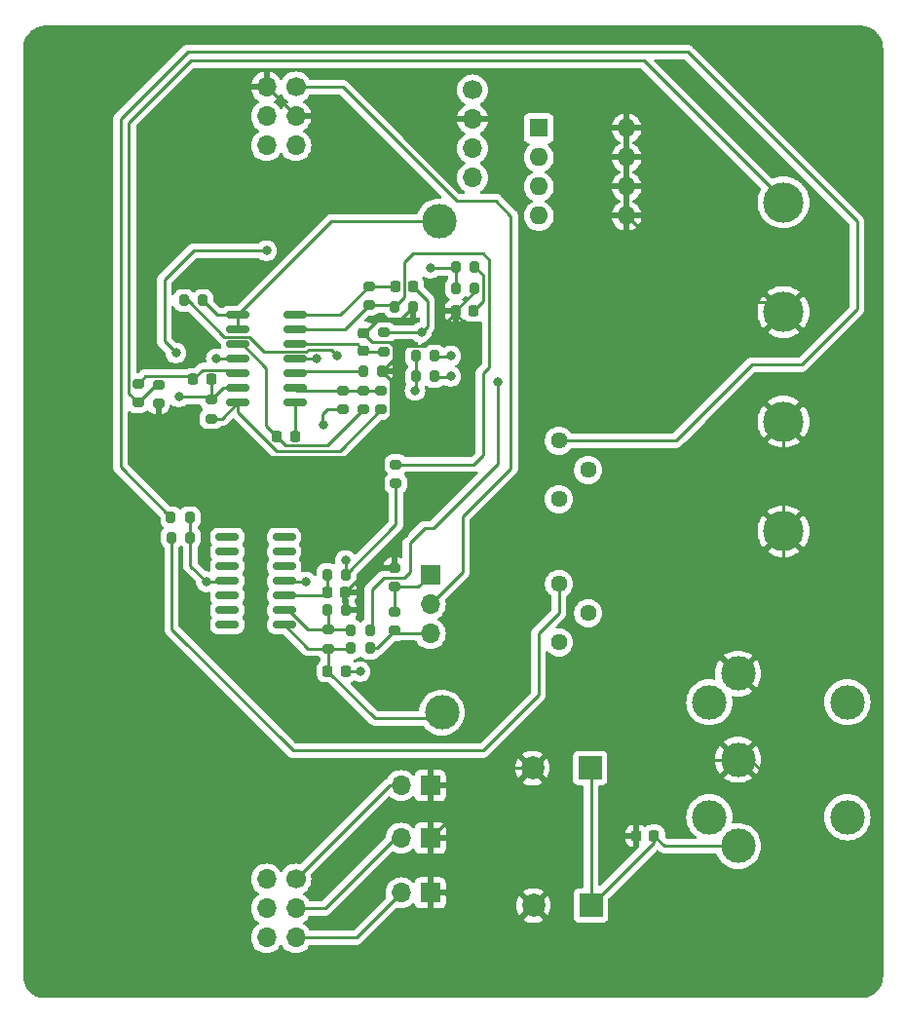
<source format=gbr>
%TF.GenerationSoftware,KiCad,Pcbnew,(7.0.0)*%
%TF.CreationDate,2024-02-24T11:01:10-08:00*%
%TF.ProjectId,Bottom_Board,426f7474-6f6d-45f4-926f-6172642e6b69,0*%
%TF.SameCoordinates,Original*%
%TF.FileFunction,Copper,L2,Bot*%
%TF.FilePolarity,Positive*%
%FSLAX46Y46*%
G04 Gerber Fmt 4.6, Leading zero omitted, Abs format (unit mm)*
G04 Created by KiCad (PCBNEW (7.0.0)) date 2024-02-24 11:01:10*
%MOMM*%
%LPD*%
G01*
G04 APERTURE LIST*
G04 Aperture macros list*
%AMRoundRect*
0 Rectangle with rounded corners*
0 $1 Rounding radius*
0 $2 $3 $4 $5 $6 $7 $8 $9 X,Y pos of 4 corners*
0 Add a 4 corners polygon primitive as box body*
4,1,4,$2,$3,$4,$5,$6,$7,$8,$9,$2,$3,0*
0 Add four circle primitives for the rounded corners*
1,1,$1+$1,$2,$3*
1,1,$1+$1,$4,$5*
1,1,$1+$1,$6,$7*
1,1,$1+$1,$8,$9*
0 Add four rect primitives between the rounded corners*
20,1,$1+$1,$2,$3,$4,$5,0*
20,1,$1+$1,$4,$5,$6,$7,0*
20,1,$1+$1,$6,$7,$8,$9,0*
20,1,$1+$1,$8,$9,$2,$3,0*%
G04 Aperture macros list end*
%TA.AperFunction,ComponentPad*%
%ADD10O,1.700000X1.700000*%
%TD*%
%TA.AperFunction,ComponentPad*%
%ADD11C,1.700000*%
%TD*%
%TA.AperFunction,ComponentPad*%
%ADD12C,2.000000*%
%TD*%
%TA.AperFunction,ComponentPad*%
%ADD13R,2.000000X2.000000*%
%TD*%
%TA.AperFunction,ComponentPad*%
%ADD14C,3.000000*%
%TD*%
%TA.AperFunction,ComponentPad*%
%ADD15C,1.440000*%
%TD*%
%TA.AperFunction,ComponentPad*%
%ADD16R,1.700000X1.700000*%
%TD*%
%TA.AperFunction,ComponentPad*%
%ADD17R,1.600000X1.600000*%
%TD*%
%TA.AperFunction,ComponentPad*%
%ADD18O,1.600000X1.600000*%
%TD*%
%TA.AperFunction,ComponentPad*%
%ADD19C,3.500000*%
%TD*%
%TA.AperFunction,SMDPad,CuDef*%
%ADD20RoundRect,0.200000X-0.275000X0.200000X-0.275000X-0.200000X0.275000X-0.200000X0.275000X0.200000X0*%
%TD*%
%TA.AperFunction,SMDPad,CuDef*%
%ADD21RoundRect,0.225000X-0.225000X-0.250000X0.225000X-0.250000X0.225000X0.250000X-0.225000X0.250000X0*%
%TD*%
%TA.AperFunction,SMDPad,CuDef*%
%ADD22RoundRect,0.200000X0.275000X-0.200000X0.275000X0.200000X-0.275000X0.200000X-0.275000X-0.200000X0*%
%TD*%
%TA.AperFunction,SMDPad,CuDef*%
%ADD23RoundRect,0.150000X0.825000X0.150000X-0.825000X0.150000X-0.825000X-0.150000X0.825000X-0.150000X0*%
%TD*%
%TA.AperFunction,SMDPad,CuDef*%
%ADD24RoundRect,0.225000X0.225000X0.250000X-0.225000X0.250000X-0.225000X-0.250000X0.225000X-0.250000X0*%
%TD*%
%TA.AperFunction,SMDPad,CuDef*%
%ADD25RoundRect,0.200000X0.200000X0.275000X-0.200000X0.275000X-0.200000X-0.275000X0.200000X-0.275000X0*%
%TD*%
%TA.AperFunction,SMDPad,CuDef*%
%ADD26RoundRect,0.200000X-0.200000X-0.275000X0.200000X-0.275000X0.200000X0.275000X-0.200000X0.275000X0*%
%TD*%
%TA.AperFunction,SMDPad,CuDef*%
%ADD27RoundRect,0.225000X0.250000X-0.225000X0.250000X0.225000X-0.250000X0.225000X-0.250000X-0.225000X0*%
%TD*%
%TA.AperFunction,SMDPad,CuDef*%
%ADD28RoundRect,0.218750X-0.218750X-0.256250X0.218750X-0.256250X0.218750X0.256250X-0.218750X0.256250X0*%
%TD*%
%TA.AperFunction,ViaPad*%
%ADD29C,0.800000*%
%TD*%
%TA.AperFunction,Conductor*%
%ADD30C,0.250000*%
%TD*%
G04 APERTURE END LIST*
D10*
%TO.P,J8,4,Pin_4*%
%TO.N,AN3*%
X139064999Y-76209999D03*
%TO.P,J8,3,Pin_3*%
%TO.N,AN2*%
X139064999Y-73669999D03*
%TO.P,J8,2,Pin_2*%
%TO.N,AN1*%
X139064999Y-71129999D03*
D11*
%TO.P,J8,1,Pin_1*%
%TO.N,AN0*%
X139065000Y-68590000D03*
%TD*%
D12*
%TO.P,C2,2*%
%TO.N,AN1*%
X144270323Y-127508000D03*
D13*
%TO.P,C2,1*%
%TO.N,5V*%
X149270322Y-127507999D03*
%TD*%
D14*
%TO.P,J5,1*%
%TO.N,AN1*%
X162142948Y-119288289D03*
%TO.P,J5,2*%
X162142948Y-126788289D03*
%TO.P,J5,3*%
%TO.N,5V*%
X162142948Y-134288289D03*
%TO.P,J5,4*%
%TO.N,-5V*%
X159642948Y-121788289D03*
%TO.P,J5,5*%
%TO.N,12V*%
X159642948Y-131788289D03*
%TO.P,J5,6*%
%TO.N,N/C*%
X171642948Y-121788289D03*
%TO.P,J5,7*%
X171642948Y-131788289D03*
%TD*%
D13*
%TO.P,C3,1*%
%TO.N,5V*%
X149351999Y-139445999D03*
D12*
%TO.P,C3,2*%
%TO.N,AN1*%
X144352000Y-139446000D03*
%TD*%
D11*
%TO.P,J2,1,Pin_1*%
%TO.N,AN0*%
X123698000Y-68326000D03*
D10*
%TO.P,J2,2,Pin_2*%
%TO.N,AN1*%
X121157999Y-68325999D03*
%TO.P,J2,3,Pin_3*%
X123697999Y-70865999D03*
%TO.P,J2,4,Pin_4*%
%TO.N,5V*%
X121157999Y-70865999D03*
%TO.P,J2,5,Pin_5*%
%TO.N,AN2*%
X123697999Y-73405999D03*
%TO.P,J2,6,Pin_6*%
%TO.N,AN3*%
X121157999Y-73405999D03*
%TD*%
D14*
%TO.P,TP2,1,1*%
%TO.N,Net-(C4-Pad1)*%
X136398000Y-122682000D03*
%TD*%
D11*
%TO.P,J1,1,Pin_1*%
%TO.N,D17*%
X123698000Y-137160000D03*
D10*
%TO.P,J1,2,Pin_2*%
%TO.N,D43*%
X121157999Y-137159999D03*
%TO.P,J1,3,Pin_3*%
%TO.N,D11*%
X123697999Y-139699999D03*
%TO.P,J1,4,Pin_4*%
%TO.N,D44*%
X121157999Y-139699999D03*
%TO.P,J1,5,Pin_5*%
%TO.N,D10*%
X123697999Y-142239999D03*
%TO.P,J1,6,Pin_6*%
%TO.N,D18*%
X121157999Y-142239999D03*
%TD*%
D15*
%TO.P,RV2,1,1*%
%TO.N,Net-(R15-Pad2)*%
X146573000Y-116586000D03*
%TO.P,RV2,2,2*%
%TO.N,Net-(R25-Pad2)*%
X149113000Y-114046000D03*
%TO.P,RV2,3,3*%
%TO.N,Net-(R18-Pad1)*%
X146573000Y-111506000D03*
%TD*%
D16*
%TO.P,J6,1,Pin_1*%
%TO.N,AN1*%
X135381999Y-133603999D03*
D10*
%TO.P,J6,2,Pin_2*%
%TO.N,D11*%
X132841999Y-133603999D03*
%TD*%
D17*
%TO.P,SW2,1*%
%TO.N,D43*%
X144822499Y-71891999D03*
D18*
%TO.P,SW2,2*%
%TO.N,D44*%
X144822499Y-74431999D03*
%TO.P,SW2,3*%
%TO.N,D18*%
X144822499Y-76971999D03*
%TO.P,SW2,4*%
%TO.N,D10*%
X144822499Y-79511999D03*
%TO.P,SW2,5*%
%TO.N,AN1*%
X152442499Y-79511999D03*
%TO.P,SW2,6*%
X152442499Y-76971999D03*
%TO.P,SW2,7*%
X152442499Y-74431999D03*
%TO.P,SW2,8*%
X152442499Y-71891999D03*
%TD*%
D16*
%TO.P,J3,1,Pin_1*%
%TO.N,AN1*%
X135381999Y-138351999D03*
D10*
%TO.P,J3,2,Pin_2*%
%TO.N,D10*%
X132841999Y-138351999D03*
%TD*%
D14*
%TO.P,TP1,1,1*%
%TO.N,Net-(U1D--)*%
X136144000Y-80010000D03*
%TD*%
D19*
%TO.P,J9,1,Pin_1*%
%TO.N,AN1*%
X166082500Y-106934000D03*
%TO.P,J9,2,Pin_2*%
X166082500Y-97404000D03*
%TO.P,J9,3,Pin_3*%
X166082500Y-87874000D03*
%TO.P,J9,4,Pin_4*%
%TO.N,E23_INPUT*%
X166082500Y-78344000D03*
%TD*%
D15*
%TO.P,RV1,1,1*%
%TO.N,Net-(R2-Pad1)*%
X146558000Y-104140000D03*
%TO.P,RV1,2,2*%
%TO.N,Net-(R6-Pad2)*%
X149098000Y-101600000D03*
%TO.P,RV1,3,3*%
%TO.N,Net-(R3-Pad2)*%
X146558000Y-99060000D03*
%TD*%
D16*
%TO.P,JP1,1,A*%
%TO.N,2x_OUTPUT*%
X135381999Y-110743999D03*
D10*
%TO.P,JP1,2,C*%
%TO.N,AN0*%
X135381999Y-113283999D03*
%TO.P,JP1,3,B*%
%TO.N,4x_OUTPUT*%
X135381999Y-115823999D03*
%TD*%
D16*
%TO.P,J7,1,Pin_1*%
%TO.N,AN1*%
X135381999Y-129031999D03*
D10*
%TO.P,J7,2,Pin_2*%
%TO.N,D17*%
X132841999Y-129031999D03*
%TD*%
D20*
%TO.P,R19,1*%
%TO.N,Net-(U1B--)*%
X129616200Y-94679000D03*
%TO.P,R19,2*%
%TO.N,Net-(D1-K)*%
X129616200Y-96329000D03*
%TD*%
%TO.P,R11,1*%
%TO.N,Net-(U1C--)*%
X116332000Y-95504000D03*
%TO.P,R11,2*%
%TO.N,Net-(R11-Pad2)*%
X116332000Y-97154000D03*
%TD*%
D21*
%TO.P,C4,1*%
%TO.N,Net-(C4-Pad1)*%
X126466600Y-119076200D03*
%TO.P,C4,2*%
%TO.N,Net-(C4-Pad2)*%
X128016600Y-119076200D03*
%TD*%
D22*
%TO.P,R22,1*%
%TO.N,Net-(C4-Pad2)*%
X132397600Y-102774500D03*
%TO.P,R22,2*%
%TO.N,Net-(U1A--)*%
X132397600Y-101124500D03*
%TD*%
D21*
%TO.P,C8,1*%
%TO.N,Net-(C8-Pad1)*%
X132334000Y-85648800D03*
%TO.P,C8,2*%
%TO.N,Net-(C8-Pad2)*%
X133884000Y-85648800D03*
%TD*%
D23*
%TO.P,U1,1*%
%TO.N,Net-(C8-Pad1)*%
X123633000Y-88138000D03*
%TO.P,U1,2,-*%
%TO.N,Net-(U1A--)*%
X123633000Y-89408000D03*
%TO.P,U1,3,+*%
%TO.N,Net-(U1A-+)*%
X123633000Y-90678000D03*
%TO.P,U1,4,V+*%
%TO.N,5V*%
X123633000Y-91948000D03*
%TO.P,U1,5,+*%
%TO.N,Net-(U1B-+)*%
X123633000Y-93218000D03*
%TO.P,U1,6,-*%
%TO.N,Net-(U1B--)*%
X123633000Y-94488000D03*
%TO.P,U1,7*%
%TO.N,Net-(D1-A)*%
X123633000Y-95758000D03*
%TO.P,U1,8*%
%TO.N,Net-(R11-Pad2)*%
X118683000Y-95758000D03*
%TO.P,U1,9,-*%
%TO.N,Net-(U1C--)*%
X118683000Y-94488000D03*
%TO.P,U1,10,+*%
%TO.N,Net-(U1C-+)*%
X118683000Y-93218000D03*
%TO.P,U1,11,V-*%
%TO.N,-5V*%
X118683000Y-91948000D03*
%TO.P,U1,12,+*%
%TO.N,Net-(D1-K)*%
X118683000Y-90678000D03*
%TO.P,U1,13,-*%
%TO.N,Net-(U1D--)*%
X118683000Y-89408000D03*
%TO.P,U1,14*%
X118683000Y-88138000D03*
%TD*%
D20*
%TO.P,R4,1*%
%TO.N,E23_INPUT*%
X111760000Y-94171000D03*
%TO.P,R4,2*%
%TO.N,AN1*%
X111760000Y-95821000D03*
%TD*%
%TO.P,R14,1*%
%TO.N,AN1*%
X132308600Y-110122200D03*
%TO.P,R14,2*%
%TO.N,2x_OUTPUT*%
X132308600Y-111772200D03*
%TD*%
%TO.P,R25,1*%
%TO.N,Net-(U1B--)*%
X127762000Y-94679000D03*
%TO.P,R25,2*%
%TO.N,Net-(R25-Pad2)*%
X127762000Y-96329000D03*
%TD*%
D24*
%TO.P,C1,1*%
%TO.N,5V*%
X154839000Y-133400800D03*
%TO.P,C1,2*%
%TO.N,AN1*%
X153289000Y-133400800D03*
%TD*%
D23*
%TO.P,U2,1*%
%TO.N,N/C*%
X122682000Y-107442000D03*
%TO.P,U2,2*%
X122682000Y-108712000D03*
%TO.P,U2,3*%
X122682000Y-109982000D03*
%TO.P,U2,4,V+*%
%TO.N,5V*%
X122682000Y-111252000D03*
%TO.P,U2,5,+*%
%TO.N,Net-(U2B-+)*%
X122682000Y-112522000D03*
%TO.P,U2,6,-*%
%TO.N,Net-(U2B--)*%
X122682000Y-113792000D03*
%TO.P,U2,7*%
%TO.N,Net-(C4-Pad1)*%
X122682000Y-115062000D03*
%TO.P,U2,8*%
%TO.N,N/C*%
X117732000Y-115062000D03*
%TO.P,U2,9*%
X117732000Y-113792000D03*
%TO.P,U2,10*%
X117732000Y-112522000D03*
%TO.P,U2,11,V-*%
%TO.N,-5V*%
X117732000Y-111252000D03*
%TO.P,U2,12*%
%TO.N,N/C*%
X117732000Y-109982000D03*
%TO.P,U2,13*%
X117732000Y-108712000D03*
%TO.P,U2,14*%
X117732000Y-107442000D03*
%TD*%
D25*
%TO.P,R12,1*%
%TO.N,4x_OUTPUT*%
X130148600Y-117094000D03*
%TO.P,R12,2*%
%TO.N,Net-(C4-Pad1)*%
X128498600Y-117094000D03*
%TD*%
D26*
%TO.P,R18,1*%
%TO.N,Net-(R18-Pad1)*%
X112890800Y-107467400D03*
%TO.P,R18,2*%
%TO.N,-5V*%
X114540800Y-107467400D03*
%TD*%
%TO.P,R10,1*%
%TO.N,Net-(U1C--)*%
X137607600Y-83953100D03*
%TO.P,R10,2*%
%TO.N,Net-(C7-Pad1)*%
X139257600Y-83953100D03*
%TD*%
D25*
%TO.P,R20,1*%
%TO.N,Net-(U1D--)*%
X115633000Y-86868000D03*
%TO.P,R20,2*%
%TO.N,Net-(C8-Pad2)*%
X113983000Y-86868000D03*
%TD*%
%TO.P,R2,1*%
%TO.N,Net-(R2-Pad1)*%
X135762000Y-91694000D03*
%TO.P,R2,2*%
%TO.N,5V*%
X134112000Y-91694000D03*
%TD*%
%TO.P,R9,1*%
%TO.N,AN1*%
X128065800Y-113792000D03*
%TO.P,R9,2*%
%TO.N,Net-(U2B--)*%
X126415800Y-113792000D03*
%TD*%
D26*
%TO.P,R7,1*%
%TO.N,Net-(U1C--)*%
X137605000Y-85810475D03*
%TO.P,R7,2*%
%TO.N,AN1*%
X139255000Y-85810475D03*
%TD*%
D24*
%TO.P,C6,1*%
%TO.N,AN1*%
X128003600Y-112218200D03*
%TO.P,C6,2*%
%TO.N,Net-(U2B-+)*%
X126453600Y-112218200D03*
%TD*%
D27*
%TO.P,C9,1*%
%TO.N,Net-(U1A-+)*%
X129590800Y-91237400D03*
%TO.P,C9,2*%
%TO.N,AN1*%
X129590800Y-89687400D03*
%TD*%
D22*
%TO.P,R16,1*%
%TO.N,Net-(R11-Pad2)*%
X131140200Y-96329000D03*
%TO.P,R16,2*%
%TO.N,Net-(U1B--)*%
X131140200Y-94679000D03*
%TD*%
D26*
%TO.P,R6,1*%
%TO.N,Net-(U2B--)*%
X128498600Y-115520200D03*
%TO.P,R6,2*%
%TO.N,Net-(R6-Pad2)*%
X130148600Y-115520200D03*
%TD*%
D25*
%TO.P,R1,1*%
%TO.N,Net-(C4-Pad2)*%
X128053600Y-110694200D03*
%TO.P,R1,2*%
%TO.N,Net-(U2B-+)*%
X126403600Y-110694200D03*
%TD*%
%TO.P,R3,1*%
%TO.N,-5V*%
X114502200Y-105740200D03*
%TO.P,R3,2*%
%TO.N,Net-(R3-Pad2)*%
X112852200Y-105740200D03*
%TD*%
D26*
%TO.P,R24,1*%
%TO.N,Net-(U1A--)*%
X132271000Y-87426800D03*
%TO.P,R24,2*%
%TO.N,AN1*%
X133921000Y-87426800D03*
%TD*%
D28*
%TO.P,D1,1,K*%
%TO.N,Net-(D1-K)*%
X122044500Y-98698000D03*
%TO.P,D1,2,A*%
%TO.N,Net-(D1-A)*%
X123619500Y-98698000D03*
%TD*%
D26*
%TO.P,R15,1*%
%TO.N,5V*%
X134112000Y-93472000D03*
%TO.P,R15,2*%
%TO.N,Net-(R15-Pad2)*%
X135762000Y-93472000D03*
%TD*%
D24*
%TO.P,C7,1*%
%TO.N,Net-(C7-Pad1)*%
X139157600Y-87763100D03*
%TO.P,C7,2*%
%TO.N,AN1*%
X137607600Y-87763100D03*
%TD*%
D20*
%TO.P,R21,1*%
%TO.N,Net-(C8-Pad2)*%
X131368800Y-89637400D03*
%TO.P,R21,2*%
%TO.N,Net-(U1A-+)*%
X131368800Y-91287400D03*
%TD*%
%TO.P,R8,1*%
%TO.N,Net-(U2B--)*%
X126492000Y-115469400D03*
%TO.P,R8,2*%
%TO.N,Net-(C4-Pad1)*%
X126492000Y-117119400D03*
%TD*%
D24*
%TO.P,C5,1*%
%TO.N,Net-(U1C--)*%
X116345000Y-93726000D03*
%TO.P,C5,2*%
%TO.N,Net-(U1C-+)*%
X114795000Y-93726000D03*
%TD*%
D20*
%TO.P,R13,1*%
%TO.N,2x_OUTPUT*%
X132308600Y-113932200D03*
%TO.P,R13,2*%
%TO.N,4x_OUTPUT*%
X132308600Y-115582200D03*
%TD*%
D22*
%TO.P,R23,1*%
%TO.N,Net-(U1A--)*%
X130048000Y-87298800D03*
%TO.P,R23,2*%
%TO.N,Net-(C8-Pad1)*%
X130048000Y-85648800D03*
%TD*%
%TO.P,R5,1*%
%TO.N,E23_INPUT*%
X109982000Y-95758000D03*
%TO.P,R5,2*%
%TO.N,Net-(U1C-+)*%
X109982000Y-94108000D03*
%TD*%
D26*
%TO.P,R17,1*%
%TO.N,Net-(U1B-+)*%
X129540000Y-93014800D03*
%TO.P,R17,2*%
%TO.N,AN1*%
X131190000Y-93014800D03*
%TD*%
D29*
%TO.N,AN1*%
X106426000Y-99060000D03*
X109982000Y-99060000D03*
X145034000Y-89662000D03*
X139192000Y-89662000D03*
X133096000Y-107188000D03*
X130048000Y-101854000D03*
%TO.N,Net-(C4-Pad2)*%
X129286000Y-119126000D03*
X128016000Y-109474000D03*
%TO.N,Net-(U1C--)*%
X113538000Y-95250000D03*
X113284000Y-91440000D03*
X135382000Y-84074000D03*
X121158000Y-82550000D03*
%TO.N,Net-(C8-Pad2)*%
X134620000Y-89662000D03*
X127254000Y-91694000D03*
%TO.N,Net-(R2-Pad1)*%
X137160000Y-91694000D03*
%TO.N,-5V*%
X115925600Y-111302800D03*
X116789200Y-91948000D03*
%TO.N,Net-(R6-Pad2)*%
X141224000Y-93980000D03*
%TO.N,Net-(R25-Pad2)*%
X126111000Y-97663000D03*
%TO.N,Net-(R15-Pad2)*%
X137160000Y-93472000D03*
%TO.N,5V*%
X134061200Y-94691200D03*
X125501400Y-91922600D03*
X124561600Y-111328200D03*
%TD*%
D30*
%TO.N,AN1*%
X111760000Y-96266000D02*
X111760000Y-97282000D01*
X111760000Y-96266000D02*
X111760000Y-98298000D01*
X111760000Y-97282000D02*
X109982000Y-99060000D01*
X111760000Y-95821000D02*
X111760000Y-96266000D01*
X137607600Y-88077600D02*
X139192000Y-89662000D01*
X137607600Y-87763100D02*
X137607600Y-88077600D01*
X153289000Y-127635000D02*
X154305000Y-126619000D01*
X153289000Y-133400800D02*
X153289000Y-127635000D01*
X154305000Y-126619000D02*
X152908000Y-125222000D01*
X154474289Y-126788289D02*
X154305000Y-126619000D01*
X146556323Y-125222000D02*
X144270323Y-127508000D01*
X152908000Y-125222000D02*
X146556323Y-125222000D01*
X162142948Y-126788289D02*
X154474289Y-126788289D01*
X166082500Y-115348737D02*
X162142948Y-119288289D01*
X166082500Y-106934000D02*
X166082500Y-115348737D01*
%TO.N,5V*%
X155726489Y-134288289D02*
X154839000Y-133400800D01*
X162142948Y-134288289D02*
X155726489Y-134288289D01*
%TO.N,AN1*%
X163222289Y-126788289D02*
X162142948Y-126788289D01*
X165481000Y-129047000D02*
X163222289Y-126788289D01*
X165481000Y-136547000D02*
X165481000Y-129047000D01*
X150194000Y-145288000D02*
X156740000Y-145288000D01*
X156740000Y-145288000D02*
X165481000Y-136547000D01*
X144352000Y-139446000D02*
X150194000Y-145288000D01*
X132727200Y-88620600D02*
X133921000Y-87426800D01*
X132168800Y-92036000D02*
X132168800Y-90792200D01*
X129667000Y-89687400D02*
X130733800Y-88620600D01*
X128003600Y-112218200D02*
X128003600Y-113729800D01*
X137607600Y-87763100D02*
X137607600Y-87945796D01*
X131940200Y-96912062D02*
X131940200Y-93765000D01*
X131940200Y-93765000D02*
X131190000Y-93014800D01*
X133096000Y-107328200D02*
X133096000Y-107188000D01*
X139257600Y-86113100D02*
X137607600Y-87763100D01*
X144270323Y-127508000D02*
X141478000Y-127508000D01*
X137607600Y-87945796D02*
X134761196Y-90792200D01*
X130302000Y-110122200D02*
X130099600Y-110122200D01*
X131851400Y-90474800D02*
X130378200Y-90474800D01*
X111760000Y-98298000D02*
X113919000Y-100457000D01*
X123698000Y-70866000D02*
X121158000Y-68326000D01*
X128523131Y-100329131D02*
X131940200Y-96912062D01*
X130733800Y-88620600D02*
X132727200Y-88620600D01*
X135890000Y-133096000D02*
X135382000Y-133096000D01*
X134761196Y-90792200D02*
X132168800Y-90792200D01*
X130378200Y-90474800D02*
X129590800Y-89687400D01*
X141478000Y-127508000D02*
X140970000Y-128016000D01*
X132168800Y-90792200D02*
X131851400Y-90474800D01*
X130048000Y-101854000D02*
X128651000Y-100457000D01*
X133096000Y-107188000D02*
X133236200Y-107188000D01*
X113919000Y-100457000D02*
X128651000Y-100457000D01*
X130302000Y-110122200D02*
X133096000Y-107328200D01*
X128003600Y-113729800D02*
X128065800Y-113792000D01*
X165354000Y-86995000D02*
X159925500Y-86995000D01*
X132308600Y-110122200D02*
X130302000Y-110122200D01*
X135382000Y-129032000D02*
X139954000Y-129032000D01*
X128651000Y-100457000D02*
X128523131Y-100329131D01*
X131190000Y-93014800D02*
X132168800Y-92036000D01*
X129590800Y-89687400D02*
X129667000Y-89687400D01*
X144352000Y-139446000D02*
X143258000Y-138352000D01*
X140970000Y-128016000D02*
X135890000Y-133096000D01*
X133236200Y-107188000D02*
X133197600Y-107226600D01*
X166082500Y-105989000D02*
X166082500Y-96459000D01*
X159925500Y-86995000D02*
X152442500Y-79512000D01*
X130099600Y-110122200D02*
X128003600Y-112218200D01*
X139954000Y-129032000D02*
X140970000Y-128016000D01*
X143258000Y-138352000D02*
X135382000Y-138352000D01*
X139257600Y-85810475D02*
X139257600Y-86113100D01*
%TO.N,Net-(C4-Pad1)*%
X136144000Y-123190000D02*
X130580400Y-123190000D01*
X122682000Y-115062000D02*
X124739400Y-117119400D01*
X130580400Y-123190000D02*
X126466600Y-119076200D01*
X126492000Y-117119400D02*
X128473200Y-117119400D01*
X126492000Y-117119400D02*
X126492000Y-119050800D01*
X128473200Y-117119400D02*
X128498600Y-117094000D01*
X124739400Y-117119400D02*
X126492000Y-117119400D01*
X126492000Y-119050800D02*
X126466600Y-119076200D01*
%TO.N,D10*%
X128954000Y-142240000D02*
X123698000Y-142240000D01*
X132842000Y-138352000D02*
X128954000Y-142240000D01*
%TO.N,D11*%
X132842000Y-133604000D02*
X132334000Y-133604000D01*
X132334000Y-133604000D02*
X126238000Y-139700000D01*
X126238000Y-139700000D02*
X123698000Y-139700000D01*
%TO.N,D17*%
X131826000Y-129032000D02*
X132842000Y-129032000D01*
X123698000Y-137160000D02*
X131826000Y-129032000D01*
%TO.N,Net-(C4-Pad2)*%
X132397600Y-106350200D02*
X128053600Y-110694200D01*
X129286000Y-119126000D02*
X129236200Y-119076200D01*
X128016000Y-110656600D02*
X128016000Y-109474000D01*
X128053600Y-110694200D02*
X128016000Y-110656600D01*
X132397600Y-102774500D02*
X132397600Y-106350200D01*
X128016600Y-119076200D02*
X129236200Y-119076200D01*
%TO.N,Net-(U1C--)*%
X113538000Y-95250000D02*
X116078000Y-95250000D01*
X116332000Y-95504000D02*
X117348000Y-94488000D01*
X116078000Y-95250000D02*
X116332000Y-95504000D01*
X113284000Y-91440000D02*
X112268000Y-90424000D01*
X137486700Y-84074000D02*
X135382000Y-84074000D01*
X117348000Y-94488000D02*
X118683000Y-94488000D01*
X112268000Y-85090000D02*
X114808000Y-82550000D01*
X137607600Y-83953100D02*
X137486700Y-84074000D01*
X114808000Y-82550000D02*
X121158000Y-82550000D01*
X116345000Y-93726000D02*
X116345000Y-95491000D01*
X116345000Y-95491000D02*
X116332000Y-95504000D01*
X137607600Y-85810475D02*
X137607600Y-83953100D01*
X112268000Y-90424000D02*
X112268000Y-85090000D01*
%TO.N,Net-(U1C-+)*%
X114795000Y-93726000D02*
X114515000Y-93446000D01*
X114515000Y-93446000D02*
X110644000Y-93446000D01*
X110644000Y-93446000D02*
X109982000Y-94108000D01*
X118391000Y-92926000D02*
X118683000Y-93218000D01*
X115595000Y-92926000D02*
X118391000Y-92926000D01*
X114795000Y-93726000D02*
X115595000Y-92926000D01*
%TO.N,Net-(U2B-+)*%
X126149800Y-112522000D02*
X126453600Y-112218200D01*
X122682000Y-112522000D02*
X126149800Y-112522000D01*
X126453600Y-110744200D02*
X126403600Y-110694200D01*
X126453600Y-112218200D02*
X126453600Y-110744200D01*
%TO.N,Net-(C7-Pad1)*%
X139257600Y-83953100D02*
X139982600Y-84678100D01*
X139982600Y-86938100D02*
X139157600Y-87763100D01*
X139982600Y-84678100D02*
X139982600Y-86938100D01*
%TO.N,Net-(C8-Pad1)*%
X127558800Y-88138000D02*
X130048000Y-85648800D01*
X132334000Y-85648800D02*
X130048000Y-85648800D01*
X123633000Y-88138000D02*
X127558800Y-88138000D01*
%TO.N,Net-(C8-Pad2)*%
X114300000Y-86868000D02*
X113983000Y-86868000D01*
X135128000Y-89154000D02*
X134620000Y-89662000D01*
X126757600Y-91197600D02*
X124780151Y-91197600D01*
X134595400Y-89637400D02*
X134620000Y-89662000D01*
X119704751Y-90053000D02*
X117485000Y-90053000D01*
X117485000Y-90053000D02*
X114300000Y-86868000D01*
X131368800Y-89637400D02*
X134595400Y-89637400D01*
X120974751Y-91323000D02*
X119704751Y-90053000D01*
X127254000Y-91694000D02*
X126757600Y-91197600D01*
X124780151Y-91197600D02*
X124654751Y-91323000D01*
X135128000Y-86892800D02*
X133884000Y-85648800D01*
X135128000Y-86892800D02*
X135128000Y-89154000D01*
X124654751Y-91323000D02*
X120974751Y-91323000D01*
%TO.N,Net-(U1A-+)*%
X129640800Y-91287400D02*
X129590800Y-91237400D01*
X131368800Y-91287400D02*
X129640800Y-91287400D01*
X129031400Y-90678000D02*
X123633000Y-90678000D01*
X129590800Y-91237400D02*
X129031400Y-90678000D01*
%TO.N,Net-(D1-K)*%
X122044500Y-98698000D02*
X122844500Y-99498000D01*
X121132600Y-92750849D02*
X119059751Y-90678000D01*
X119059751Y-90678000D02*
X118683000Y-90678000D01*
X121132600Y-97786100D02*
X121132600Y-92750849D01*
X122844500Y-99498000D02*
X126447200Y-99498000D01*
X126447200Y-99498000D02*
X129616200Y-96329000D01*
X122044500Y-98698000D02*
X121132600Y-97786100D01*
%TO.N,Net-(D1-A)*%
X123619500Y-95771500D02*
X123619500Y-98698000D01*
X123633000Y-95758000D02*
X123619500Y-95771500D01*
%TO.N,Net-(R2-Pad1)*%
X137160000Y-91694000D02*
X137109200Y-91744800D01*
X135762000Y-91744800D02*
X137109200Y-91744800D01*
%TO.N,-5V*%
X114540800Y-105778800D02*
X114502200Y-105740200D01*
X117681200Y-111302800D02*
X117732000Y-111252000D01*
X114540800Y-107467400D02*
X114540800Y-109918000D01*
X114540800Y-107467400D02*
X114540800Y-105778800D01*
X114540800Y-109918000D02*
X115925600Y-111302800D01*
X118683000Y-91948000D02*
X116789200Y-91948000D01*
X115925600Y-111302800D02*
X117681200Y-111302800D01*
%TO.N,Net-(R3-Pad2)*%
X156718000Y-99060000D02*
X163322000Y-92456000D01*
X108458000Y-71120000D02*
X108458000Y-101346000D01*
X172466000Y-80010000D02*
X157734000Y-65278000D01*
X157734000Y-65278000D02*
X114300000Y-65278000D01*
X114300000Y-65278000D02*
X108458000Y-71120000D01*
X146558000Y-99060000D02*
X156718000Y-99060000D01*
X108458000Y-101346000D02*
X112852200Y-105740200D01*
X167640000Y-92456000D02*
X172466000Y-87630000D01*
X163322000Y-92456000D02*
X167640000Y-92456000D01*
X172466000Y-87630000D02*
X172466000Y-80010000D01*
%TO.N,E23_INPUT*%
X114554000Y-66040000D02*
X109182000Y-71412000D01*
X109182000Y-94958000D02*
X109982000Y-95758000D01*
X165354000Y-77470000D02*
X153924000Y-66040000D01*
X111760000Y-94171000D02*
X111569000Y-94171000D01*
X153924000Y-66040000D02*
X114554000Y-66040000D01*
X111569000Y-94171000D02*
X109982000Y-95758000D01*
X109182000Y-71412000D02*
X109182000Y-94958000D01*
%TO.N,Net-(U2B--)*%
X128447800Y-115469400D02*
X128498600Y-115520200D01*
X124736151Y-115469400D02*
X126492000Y-115469400D01*
X123058751Y-113792000D02*
X124736151Y-115469400D01*
X122682000Y-113792000D02*
X123058751Y-113792000D01*
X126492000Y-113868200D02*
X126415800Y-113792000D01*
X126492000Y-115469400D02*
X128447800Y-115469400D01*
X126492000Y-115469400D02*
X126492000Y-113868200D01*
%TO.N,Net-(R6-Pad2)*%
X134874000Y-106680000D02*
X135636000Y-106680000D01*
X130302000Y-112014000D02*
X131318000Y-110998000D01*
X131318000Y-110998000D02*
X133096000Y-110998000D01*
X130148600Y-115520200D02*
X130302000Y-115366800D01*
X133604000Y-110490000D02*
X133604000Y-107950000D01*
X133604000Y-107950000D02*
X134874000Y-106680000D01*
X135636000Y-106680000D02*
X141224000Y-101092000D01*
X133096000Y-110998000D02*
X133604000Y-110490000D01*
X141224000Y-101092000D02*
X141224000Y-93980000D01*
X130302000Y-115366800D02*
X130302000Y-112014000D01*
%TO.N,Net-(R25-Pad2)*%
X125984000Y-96774000D02*
X125984000Y-97536000D01*
X125984000Y-97536000D02*
X126111000Y-97663000D01*
X127762000Y-96329000D02*
X126429000Y-96329000D01*
X126429000Y-96329000D02*
X125984000Y-96774000D01*
%TO.N,Net-(R11-Pad2)*%
X117287000Y-97154000D02*
X116332000Y-97154000D01*
X127521200Y-99948000D02*
X122050521Y-99948000D01*
X118683000Y-95758000D02*
X117287000Y-97154000D01*
X122050521Y-99948000D02*
X118683000Y-96580479D01*
X118683000Y-96580479D02*
X118683000Y-95758000D01*
X131140200Y-96329000D02*
X127521200Y-99948000D01*
%TO.N,2x_OUTPUT*%
X132308600Y-111772200D02*
X134328400Y-111772200D01*
X134328400Y-111772200D02*
X135382000Y-110718600D01*
X132308600Y-111772200D02*
X132308600Y-113932200D01*
%TO.N,4x_OUTPUT*%
X130796800Y-117094000D02*
X130148600Y-117094000D01*
X132308600Y-115582200D02*
X130796800Y-117094000D01*
X132308600Y-115582200D02*
X132525000Y-115798600D01*
X132525000Y-115798600D02*
X135382000Y-115798600D01*
%TO.N,Net-(R15-Pad2)*%
X136906000Y-93472000D02*
X137160000Y-93472000D01*
X136956800Y-93522800D02*
X136906000Y-93472000D01*
X135762000Y-93522800D02*
X136956800Y-93522800D01*
%TO.N,Net-(U1B--)*%
X125921000Y-94679000D02*
X125984000Y-94742000D01*
X126047000Y-94679000D02*
X129616200Y-94679000D01*
X123824000Y-94679000D02*
X125921000Y-94679000D01*
X123633000Y-94488000D02*
X123824000Y-94679000D01*
X131140200Y-94679000D02*
X129616200Y-94679000D01*
X125984000Y-94742000D02*
X126047000Y-94679000D01*
%TO.N,Net-(U1B-+)*%
X123836200Y-93014800D02*
X123633000Y-93218000D01*
X129540000Y-93014800D02*
X123836200Y-93014800D01*
%TO.N,Net-(R18-Pad1)*%
X123444000Y-125984000D02*
X139954000Y-125984000D01*
X139954000Y-125984000D02*
X144780000Y-121158000D01*
X144780000Y-121158000D02*
X144780000Y-115824000D01*
X112890800Y-115430800D02*
X123444000Y-125984000D01*
X112890800Y-107467400D02*
X112890800Y-115430800D01*
X146573000Y-114031000D02*
X146573000Y-111506000D01*
X144780000Y-115824000D02*
X146573000Y-114031000D01*
%TO.N,Net-(U1D--)*%
X118683000Y-88138000D02*
X116903000Y-88138000D01*
X126811000Y-80010000D02*
X136144000Y-80010000D01*
X118683000Y-89408000D02*
X118683000Y-88138000D01*
X116903000Y-88138000D02*
X115633000Y-86868000D01*
X118683000Y-88138000D02*
X126811000Y-80010000D01*
%TO.N,Net-(U1A--)*%
X139954000Y-82804000D02*
X133858000Y-82804000D01*
X127938800Y-89408000D02*
X130048000Y-87298800D01*
X123633000Y-89408000D02*
X127938800Y-89408000D01*
X140499000Y-92673000D02*
X140499000Y-83349000D01*
X140499000Y-83349000D02*
X139954000Y-82804000D01*
X139954000Y-93218000D02*
X140499000Y-92673000D01*
X133858000Y-82804000D02*
X133109000Y-83553000D01*
X133109000Y-86588800D02*
X132271000Y-87426800D01*
X139159500Y-101124500D02*
X139954000Y-100330000D01*
X132143000Y-87298800D02*
X132271000Y-87426800D01*
X139954000Y-100330000D02*
X139954000Y-93218000D01*
X132397600Y-101124500D02*
X139159500Y-101124500D01*
X133109000Y-83553000D02*
X133109000Y-86588800D01*
X130048000Y-87298800D02*
X132143000Y-87298800D01*
%TO.N,AN0*%
X138176000Y-110464600D02*
X135382000Y-113258600D01*
X123698000Y-68326000D02*
X127762000Y-68326000D01*
X141097000Y-78232000D02*
X142392400Y-79527400D01*
X142392400Y-79527400D02*
X142392400Y-101447600D01*
X127762000Y-68326000D02*
X137668000Y-78232000D01*
X137668000Y-78232000D02*
X141097000Y-78232000D01*
X142392400Y-101447600D02*
X138176000Y-105664000D01*
X138176000Y-105664000D02*
X138176000Y-110464600D01*
%TO.N,5V*%
X134112000Y-91744800D02*
X134112000Y-93522800D01*
X122758200Y-111328200D02*
X122682000Y-111252000D01*
X134112000Y-93522800D02*
X134112000Y-94640400D01*
X154839000Y-133959000D02*
X149352000Y-139446000D01*
X154839000Y-133400800D02*
X154839000Y-133959000D01*
X149352000Y-139446000D02*
X149352000Y-127589677D01*
X134112000Y-94640400D02*
X134061200Y-94691200D01*
X149352000Y-127589677D02*
X149270323Y-127508000D01*
X125501400Y-91922600D02*
X123658400Y-91922600D01*
X124561600Y-111328200D02*
X122758200Y-111328200D01*
X123658400Y-91922600D02*
X123633000Y-91948000D01*
%TD*%
%TA.AperFunction,Conductor*%
%TO.N,AN1*%
G36*
X139516070Y-101737772D02*
G01*
X139549000Y-101793452D01*
X139549406Y-101858140D01*
X139517179Y-101914229D01*
X135413228Y-106018181D01*
X135373000Y-106045061D01*
X135325547Y-106054500D01*
X134951771Y-106054500D01*
X134940718Y-106053979D01*
X134933332Y-106052328D01*
X134925534Y-106052573D01*
X134866144Y-106054439D01*
X134862250Y-106054500D01*
X134834650Y-106054500D01*
X134830799Y-106054986D01*
X134830768Y-106054988D01*
X134830640Y-106055005D01*
X134819029Y-106055918D01*
X134783172Y-106057045D01*
X134783165Y-106057046D01*
X134775373Y-106057291D01*
X134767888Y-106059465D01*
X134767872Y-106059468D01*
X134756126Y-106062881D01*
X134737083Y-106066825D01*
X134724949Y-106068358D01*
X134724948Y-106068358D01*
X134717208Y-106069336D01*
X134709958Y-106072205D01*
X134709951Y-106072208D01*
X134676598Y-106085413D01*
X134665554Y-106089194D01*
X134631105Y-106099203D01*
X134631095Y-106099207D01*
X134623610Y-106101382D01*
X134616900Y-106105349D01*
X134616898Y-106105351D01*
X134613505Y-106107357D01*
X134606360Y-106111583D01*
X134588900Y-106120136D01*
X134570268Y-106127514D01*
X134563965Y-106132092D01*
X134563958Y-106132097D01*
X134534939Y-106153181D01*
X134525179Y-106159592D01*
X134494294Y-106177857D01*
X134494284Y-106177864D01*
X134487579Y-106181830D01*
X134482063Y-106187345D01*
X134482060Y-106187348D01*
X134473407Y-106196000D01*
X134458624Y-106208626D01*
X134448727Y-106215817D01*
X134448720Y-106215823D01*
X134442413Y-106220406D01*
X134437446Y-106226408D01*
X134437435Y-106226420D01*
X134414570Y-106254059D01*
X134406710Y-106262697D01*
X133216696Y-107452711D01*
X133208511Y-107460159D01*
X133202123Y-107464214D01*
X133196788Y-107469894D01*
X133196783Y-107469899D01*
X133156096Y-107513225D01*
X133153392Y-107516016D01*
X133136628Y-107532780D01*
X133136621Y-107532787D01*
X133133880Y-107535529D01*
X133131500Y-107538596D01*
X133131489Y-107538609D01*
X133131400Y-107538725D01*
X133123842Y-107547570D01*
X133099280Y-107573727D01*
X133099273Y-107573736D01*
X133093938Y-107579418D01*
X133090182Y-107586249D01*
X133090179Y-107586254D01*
X133084285Y-107596975D01*
X133073609Y-107613227D01*
X133066109Y-107622896D01*
X133066101Y-107622907D01*
X133061327Y-107629064D01*
X133058234Y-107636208D01*
X133058229Y-107636219D01*
X133043974Y-107669160D01*
X133038838Y-107679643D01*
X133017803Y-107717908D01*
X133015864Y-107725456D01*
X133015863Y-107725461D01*
X133012822Y-107737307D01*
X133006521Y-107755711D01*
X133001658Y-107766948D01*
X133001656Y-107766952D01*
X132998562Y-107774104D01*
X132997342Y-107781803D01*
X132997342Y-107781805D01*
X132991729Y-107817241D01*
X132989361Y-107828676D01*
X132980438Y-107863428D01*
X132980436Y-107863436D01*
X132978500Y-107870981D01*
X132978500Y-107878777D01*
X132978500Y-107891017D01*
X132976974Y-107910402D01*
X132973840Y-107930196D01*
X132974574Y-107937961D01*
X132974574Y-107937964D01*
X132977950Y-107973676D01*
X132978500Y-107985345D01*
X132978500Y-109143537D01*
X132965154Y-109199498D01*
X132927990Y-109243413D01*
X132875007Y-109265830D01*
X132817610Y-109261922D01*
X132716972Y-109230561D01*
X132704168Y-109228015D01*
X132642984Y-109222455D01*
X132637356Y-109222200D01*
X132574926Y-109222200D01*
X132562050Y-109225650D01*
X132558600Y-109238526D01*
X132558600Y-110248200D01*
X132541987Y-110310200D01*
X132496600Y-110355587D01*
X132434600Y-110372200D01*
X131392602Y-110372200D01*
X131383867Y-110371787D01*
X131377333Y-110370327D01*
X131369545Y-110370571D01*
X131369538Y-110370571D01*
X131310127Y-110372439D01*
X131306232Y-110372500D01*
X131278650Y-110372500D01*
X131274805Y-110372985D01*
X131274780Y-110372987D01*
X131274653Y-110373004D01*
X131263034Y-110373918D01*
X131227172Y-110375045D01*
X131227165Y-110375046D01*
X131219373Y-110375291D01*
X131211888Y-110377465D01*
X131211872Y-110377468D01*
X131200126Y-110380881D01*
X131181083Y-110384825D01*
X131168949Y-110386358D01*
X131168948Y-110386358D01*
X131161208Y-110387336D01*
X131153958Y-110390205D01*
X131153951Y-110390208D01*
X131120598Y-110403413D01*
X131109554Y-110407194D01*
X131075101Y-110417204D01*
X131075090Y-110417208D01*
X131067610Y-110419382D01*
X131060898Y-110423351D01*
X131060896Y-110423352D01*
X131050364Y-110429580D01*
X131032904Y-110438134D01*
X131021519Y-110442642D01*
X131021513Y-110442644D01*
X131014268Y-110445514D01*
X131007963Y-110450094D01*
X131007955Y-110450099D01*
X130978932Y-110471185D01*
X130969174Y-110477595D01*
X130938296Y-110495857D01*
X130938290Y-110495861D01*
X130931580Y-110499830D01*
X130926067Y-110505341D01*
X130926060Y-110505348D01*
X130917410Y-110513998D01*
X130902627Y-110526624D01*
X130892726Y-110533817D01*
X130892716Y-110533826D01*
X130886413Y-110538406D01*
X130881444Y-110544411D01*
X130881441Y-110544415D01*
X130858572Y-110572059D01*
X130850711Y-110580697D01*
X129914696Y-111516711D01*
X129906511Y-111524159D01*
X129900123Y-111528214D01*
X129894788Y-111533894D01*
X129894783Y-111533899D01*
X129854096Y-111577225D01*
X129851392Y-111580016D01*
X129834628Y-111596780D01*
X129834621Y-111596787D01*
X129831880Y-111599529D01*
X129829500Y-111602596D01*
X129829489Y-111602609D01*
X129829400Y-111602725D01*
X129821842Y-111611570D01*
X129797280Y-111637727D01*
X129797273Y-111637736D01*
X129791938Y-111643418D01*
X129788182Y-111650249D01*
X129788179Y-111650254D01*
X129782285Y-111660975D01*
X129771609Y-111677227D01*
X129764109Y-111686896D01*
X129764101Y-111686907D01*
X129759327Y-111693064D01*
X129756234Y-111700208D01*
X129756229Y-111700219D01*
X129741974Y-111733160D01*
X129736838Y-111743643D01*
X129715803Y-111781908D01*
X129713864Y-111789456D01*
X129713863Y-111789461D01*
X129710822Y-111801307D01*
X129704521Y-111819711D01*
X129699658Y-111830948D01*
X129699656Y-111830952D01*
X129696562Y-111838104D01*
X129695342Y-111845803D01*
X129695342Y-111845805D01*
X129689729Y-111881241D01*
X129687361Y-111892676D01*
X129678438Y-111927428D01*
X129678436Y-111927436D01*
X129676500Y-111934981D01*
X129676500Y-111942777D01*
X129676500Y-111955017D01*
X129674974Y-111974402D01*
X129671840Y-111994196D01*
X129672574Y-112001961D01*
X129672574Y-112001964D01*
X129675950Y-112037676D01*
X129676500Y-112049345D01*
X129676500Y-114521203D01*
X129660506Y-114582118D01*
X129616650Y-114627320D01*
X129519832Y-114685848D01*
X129519827Y-114685851D01*
X129513415Y-114689728D01*
X129508115Y-114695027D01*
X129508111Y-114695031D01*
X129411281Y-114791862D01*
X129355694Y-114823956D01*
X129291506Y-114823956D01*
X129235919Y-114791862D01*
X129139088Y-114695031D01*
X129133785Y-114689728D01*
X129100355Y-114669519D01*
X128994621Y-114605600D01*
X128994620Y-114605599D01*
X128988206Y-114601722D01*
X128981055Y-114599493D01*
X128981049Y-114599491D01*
X128947716Y-114589105D01*
X128899613Y-114561009D01*
X128868664Y-114514690D01*
X128861115Y-114459497D01*
X128878489Y-114406569D01*
X128904935Y-114362820D01*
X128911051Y-114349232D01*
X128957438Y-114200372D01*
X128959984Y-114187568D01*
X128965544Y-114126384D01*
X128965800Y-114120756D01*
X128965800Y-114058326D01*
X128962349Y-114045450D01*
X128949474Y-114042000D01*
X127939800Y-114042000D01*
X127877800Y-114025387D01*
X127832413Y-113980000D01*
X127815800Y-113918000D01*
X127815800Y-113249526D01*
X127812011Y-113235386D01*
X127790119Y-113213494D01*
X127791351Y-113212261D01*
X127765184Y-113178092D01*
X127753600Y-113125759D01*
X127753600Y-112760674D01*
X128253600Y-112760674D01*
X128257388Y-112774813D01*
X128279281Y-112796706D01*
X128278048Y-112797938D01*
X128304216Y-112832108D01*
X128315800Y-112884441D01*
X128315800Y-113525674D01*
X128319250Y-113538549D01*
X128332126Y-113542000D01*
X128949473Y-113542000D01*
X128962348Y-113538549D01*
X128965799Y-113525674D01*
X128965799Y-113463247D01*
X128965543Y-113457613D01*
X128959984Y-113396429D01*
X128957438Y-113383630D01*
X128911051Y-113234767D01*
X128904935Y-113221179D01*
X128824754Y-113088543D01*
X128810947Y-113070920D01*
X128811818Y-113070237D01*
X128785367Y-113026406D01*
X128781910Y-112966970D01*
X128802477Y-112921736D01*
X128801173Y-112920932D01*
X128886353Y-112782833D01*
X128892419Y-112769825D01*
X128941327Y-112622230D01*
X128944143Y-112609074D01*
X128953280Y-112519644D01*
X128953600Y-112513368D01*
X128953600Y-112484526D01*
X128950149Y-112471650D01*
X128937274Y-112468200D01*
X128269926Y-112468200D01*
X128257050Y-112471650D01*
X128253600Y-112484526D01*
X128253600Y-112760674D01*
X127753600Y-112760674D01*
X127753600Y-112092200D01*
X127770213Y-112030200D01*
X127815600Y-111984813D01*
X127877600Y-111968200D01*
X128937273Y-111968200D01*
X128950148Y-111964749D01*
X128953599Y-111951874D01*
X128953599Y-111923035D01*
X128953278Y-111916752D01*
X128944144Y-111827332D01*
X128941325Y-111814163D01*
X128892419Y-111666574D01*
X128886353Y-111653566D01*
X128811000Y-111531400D01*
X128792539Y-111466858D01*
X128810421Y-111402153D01*
X128897078Y-111258806D01*
X128947686Y-111096396D01*
X128954100Y-111025816D01*
X128954100Y-110729652D01*
X128963539Y-110682199D01*
X128990419Y-110641971D01*
X129774047Y-109858343D01*
X131334261Y-109858343D01*
X131337050Y-109868749D01*
X131349926Y-109872200D01*
X132042274Y-109872200D01*
X132055149Y-109868749D01*
X132058600Y-109855874D01*
X132058600Y-109238527D01*
X132055149Y-109225651D01*
X132042274Y-109222201D01*
X131979847Y-109222201D01*
X131974213Y-109222456D01*
X131913029Y-109228015D01*
X131900230Y-109230561D01*
X131751367Y-109276948D01*
X131737779Y-109283064D01*
X131605143Y-109363245D01*
X131593422Y-109372428D01*
X131483828Y-109482022D01*
X131474645Y-109493743D01*
X131394464Y-109626379D01*
X131388348Y-109639967D01*
X131341961Y-109788827D01*
X131339415Y-109801631D01*
X131334261Y-109858343D01*
X129774047Y-109858343D01*
X129937162Y-109695228D01*
X132784906Y-106847482D01*
X132793082Y-106840043D01*
X132799477Y-106835986D01*
X132845533Y-106786940D01*
X132848150Y-106784238D01*
X132867720Y-106764670D01*
X132870165Y-106761516D01*
X132877755Y-106752628D01*
X132907662Y-106720782D01*
X132917309Y-106703232D01*
X132927993Y-106686966D01*
X132940274Y-106671136D01*
X132957618Y-106631051D01*
X132962760Y-106620556D01*
X132965558Y-106615467D01*
X132983797Y-106582292D01*
X132985738Y-106574733D01*
X132988779Y-106562889D01*
X132995080Y-106544483D01*
X133003038Y-106526095D01*
X133009869Y-106482956D01*
X133012239Y-106471515D01*
X133021160Y-106436774D01*
X133021159Y-106436774D01*
X133023100Y-106429219D01*
X133023100Y-106409183D01*
X133024625Y-106389797D01*
X133027760Y-106370004D01*
X133023650Y-106326524D01*
X133023100Y-106314855D01*
X133023100Y-103651102D01*
X133039094Y-103590186D01*
X133082951Y-103544985D01*
X133101365Y-103533853D01*
X133101364Y-103533853D01*
X133107785Y-103529972D01*
X133228072Y-103409685D01*
X133316078Y-103264106D01*
X133366686Y-103101696D01*
X133373100Y-103031116D01*
X133373100Y-102517884D01*
X133366686Y-102447304D01*
X133316078Y-102284894D01*
X133228072Y-102139315D01*
X133125938Y-102037181D01*
X133093844Y-101981594D01*
X133093844Y-101917406D01*
X133125938Y-101861819D01*
X133201438Y-101786319D01*
X133241666Y-101759439D01*
X133289119Y-101750000D01*
X139081725Y-101750000D01*
X139092780Y-101750521D01*
X139100167Y-101752173D01*
X139167372Y-101750061D01*
X139171268Y-101750000D01*
X139194948Y-101750000D01*
X139198850Y-101750000D01*
X139202813Y-101749499D01*
X139214463Y-101748580D01*
X139258127Y-101747209D01*
X139277361Y-101741619D01*
X139296417Y-101737674D01*
X139316292Y-101735164D01*
X139356895Y-101719087D01*
X139367952Y-101715302D01*
X139394903Y-101707472D01*
X139459580Y-101706252D01*
X139516070Y-101737772D01*
G37*
%TD.AperFunction*%
%TA.AperFunction,Conductor*%
G36*
X134109000Y-87193413D02*
G01*
X134154387Y-87238800D01*
X134171000Y-87300800D01*
X134171000Y-88385473D01*
X134174450Y-88398348D01*
X134184856Y-88401137D01*
X134241570Y-88395984D01*
X134254361Y-88393440D01*
X134341610Y-88366253D01*
X134399007Y-88362347D01*
X134451990Y-88384763D01*
X134489154Y-88428678D01*
X134502500Y-88484639D01*
X134502500Y-88665945D01*
X134489950Y-88720303D01*
X134454842Y-88763659D01*
X134404280Y-88787235D01*
X134346560Y-88799503D01*
X134346555Y-88799504D01*
X134340197Y-88800856D01*
X134334262Y-88803498D01*
X134334254Y-88803501D01*
X134173207Y-88875205D01*
X134173202Y-88875207D01*
X134167270Y-88877849D01*
X134162016Y-88881665D01*
X134162011Y-88881669D01*
X134015359Y-88988218D01*
X133980792Y-89005831D01*
X133942474Y-89011900D01*
X132260319Y-89011900D01*
X132212866Y-89002461D01*
X132172638Y-88975581D01*
X132084288Y-88887231D01*
X132084287Y-88887230D01*
X132078985Y-88881928D01*
X132047421Y-88862847D01*
X131939821Y-88797800D01*
X131939820Y-88797799D01*
X131933406Y-88793922D01*
X131904300Y-88784852D01*
X131777257Y-88745264D01*
X131777248Y-88745262D01*
X131770996Y-88743314D01*
X131764462Y-88742720D01*
X131764461Y-88742720D01*
X131703225Y-88737155D01*
X131703219Y-88737154D01*
X131700416Y-88736900D01*
X131037184Y-88736900D01*
X131034381Y-88737154D01*
X131034374Y-88737155D01*
X130973138Y-88742720D01*
X130973135Y-88742720D01*
X130966604Y-88743314D01*
X130960353Y-88745261D01*
X130960342Y-88745264D01*
X130811350Y-88791692D01*
X130804194Y-88793922D01*
X130797782Y-88797798D01*
X130797778Y-88797800D01*
X130665032Y-88878048D01*
X130665027Y-88878051D01*
X130658615Y-88881928D01*
X130653315Y-88887227D01*
X130653311Y-88887231D01*
X130559805Y-88980738D01*
X130504218Y-89012832D01*
X130440030Y-89012832D01*
X130384443Y-88980738D01*
X130298642Y-88894937D01*
X130287380Y-88886032D01*
X130155433Y-88804646D01*
X130142425Y-88798580D01*
X129994830Y-88749672D01*
X129981674Y-88746856D01*
X129892244Y-88737719D01*
X129885968Y-88737400D01*
X129793352Y-88737400D01*
X129737057Y-88723885D01*
X129693034Y-88686285D01*
X129670879Y-88632798D01*
X129675421Y-88575082D01*
X129705670Y-88525720D01*
X129995771Y-88235619D01*
X130036000Y-88208739D01*
X130083453Y-88199300D01*
X130376797Y-88199300D01*
X130379616Y-88199300D01*
X130450196Y-88192886D01*
X130612606Y-88142278D01*
X130758185Y-88054272D01*
X130851837Y-87960619D01*
X130892066Y-87933739D01*
X130939519Y-87924300D01*
X131318140Y-87924300D01*
X131364440Y-87933268D01*
X131404042Y-87958875D01*
X131427142Y-87991635D01*
X131427522Y-87991406D01*
X131430775Y-87996788D01*
X131430778Y-87996793D01*
X131515528Y-88136985D01*
X131635815Y-88257272D01*
X131781394Y-88345278D01*
X131900859Y-88382504D01*
X131937542Y-88393935D01*
X131937544Y-88393935D01*
X131943804Y-88395886D01*
X132014384Y-88402300D01*
X132524797Y-88402300D01*
X132527616Y-88402300D01*
X132598196Y-88395886D01*
X132760606Y-88345278D01*
X132906185Y-88257272D01*
X133008673Y-88154783D01*
X133064260Y-88122690D01*
X133128448Y-88122690D01*
X133184035Y-88154784D01*
X133280822Y-88251571D01*
X133292543Y-88260754D01*
X133425179Y-88340935D01*
X133438767Y-88347051D01*
X133587627Y-88393438D01*
X133600431Y-88395984D01*
X133657143Y-88401138D01*
X133667549Y-88398349D01*
X133671000Y-88385474D01*
X133671000Y-87300800D01*
X133687613Y-87238800D01*
X133733000Y-87193413D01*
X133795000Y-87176800D01*
X134047000Y-87176800D01*
X134109000Y-87193413D01*
G37*
%TD.AperFunction*%
%TA.AperFunction,Conductor*%
G36*
X138518035Y-86538459D02*
G01*
X138614822Y-86635246D01*
X138632451Y-86649058D01*
X138630729Y-86651254D01*
X138664331Y-86685761D01*
X138680497Y-86746378D01*
X138664923Y-86807149D01*
X138621596Y-86852519D01*
X138479556Y-86940132D01*
X138474455Y-86945232D01*
X138474441Y-86945244D01*
X138469917Y-86949768D01*
X138414330Y-86981855D01*
X138350147Y-86981852D01*
X138294564Y-86949759D01*
X138290442Y-86945637D01*
X138279183Y-86936735D01*
X138190525Y-86882049D01*
X138147210Y-86836700D01*
X138131624Y-86775955D01*
X138147754Y-86715353D01*
X138191474Y-86670394D01*
X138202281Y-86663861D01*
X138240185Y-86640947D01*
X138342673Y-86538459D01*
X138398260Y-86506365D01*
X138462448Y-86506365D01*
X138518035Y-86538459D01*
G37*
%TD.AperFunction*%
%TA.AperFunction,Conductor*%
G36*
X122484951Y-68972540D02*
G01*
X122529269Y-69011405D01*
X122656399Y-69192966D01*
X122656402Y-69192970D01*
X122659505Y-69197401D01*
X122826599Y-69364495D01*
X122831031Y-69367598D01*
X122831033Y-69367600D01*
X123012595Y-69494731D01*
X123051460Y-69539049D01*
X123065471Y-69596306D01*
X123051460Y-69653563D01*
X123012595Y-69697881D01*
X122831352Y-69824788D01*
X122823092Y-69831719D01*
X122663719Y-69991092D01*
X122656788Y-69999352D01*
X122529880Y-70180596D01*
X122485562Y-70219461D01*
X122428305Y-70233472D01*
X122371048Y-70219461D01*
X122326730Y-70180595D01*
X122267301Y-70095721D01*
X122196495Y-69994599D01*
X122029401Y-69827505D01*
X122024970Y-69824402D01*
X122024966Y-69824399D01*
X121843405Y-69697269D01*
X121804540Y-69652951D01*
X121790529Y-69595694D01*
X121804540Y-69538437D01*
X121843406Y-69494119D01*
X122024638Y-69367219D01*
X122032909Y-69360278D01*
X122192278Y-69200909D01*
X122199219Y-69192638D01*
X122326119Y-69011406D01*
X122370437Y-68972540D01*
X122427694Y-68958529D01*
X122484951Y-68972540D01*
G37*
%TD.AperFunction*%
%TA.AperFunction,Conductor*%
G36*
X172846838Y-62996564D02*
G01*
X172926283Y-63001771D01*
X172926633Y-63001796D01*
X173091708Y-63013602D01*
X173107030Y-63015666D01*
X173214342Y-63037012D01*
X173216434Y-63037447D01*
X173347912Y-63066048D01*
X173361388Y-63069788D01*
X173470617Y-63106867D01*
X173474066Y-63108095D01*
X173594528Y-63153025D01*
X173606007Y-63157981D01*
X173711608Y-63210058D01*
X173716102Y-63212391D01*
X173826935Y-63272910D01*
X173836374Y-63278626D01*
X173876227Y-63305255D01*
X173935147Y-63344625D01*
X173940564Y-63348458D01*
X173946175Y-63352658D01*
X174040794Y-63423489D01*
X174048215Y-63429505D01*
X174137885Y-63508144D01*
X174143807Y-63513691D01*
X174232107Y-63601991D01*
X174237654Y-63607913D01*
X174316289Y-63697579D01*
X174322315Y-63705011D01*
X174351081Y-63743439D01*
X174397340Y-63805234D01*
X174401173Y-63810651D01*
X174467166Y-63909414D01*
X174472897Y-63918879D01*
X174533389Y-64029662D01*
X174535760Y-64034227D01*
X174587807Y-64139768D01*
X174592777Y-64151279D01*
X174637703Y-64271732D01*
X174638940Y-64275206D01*
X174676006Y-64384398D01*
X174679753Y-64397899D01*
X174708343Y-64529328D01*
X174708794Y-64531495D01*
X174730130Y-64638757D01*
X174732197Y-64654102D01*
X174743997Y-64819080D01*
X174744047Y-64819815D01*
X174749234Y-64898942D01*
X174749500Y-64907053D01*
X174749500Y-145588748D01*
X174749234Y-145596860D01*
X174744047Y-145675981D01*
X174743997Y-145676715D01*
X174732239Y-145841119D01*
X174730172Y-145856465D01*
X174708869Y-145963559D01*
X174708418Y-145965725D01*
X174679912Y-146096765D01*
X174676166Y-146110265D01*
X174639173Y-146219245D01*
X174637935Y-146222720D01*
X174593137Y-146342829D01*
X174588167Y-146354340D01*
X174536227Y-146459664D01*
X174533847Y-146464248D01*
X174473511Y-146574743D01*
X174467781Y-146584205D01*
X174401949Y-146682730D01*
X174398114Y-146688151D01*
X174323268Y-146788133D01*
X174317229Y-146795581D01*
X174238791Y-146885023D01*
X174233244Y-146890945D01*
X174145145Y-146979044D01*
X174139223Y-146984591D01*
X174049781Y-147063029D01*
X174042333Y-147069068D01*
X173942351Y-147143914D01*
X173936930Y-147147749D01*
X173838405Y-147213581D01*
X173828943Y-147219311D01*
X173718448Y-147279647D01*
X173713864Y-147282027D01*
X173608540Y-147333967D01*
X173597029Y-147338937D01*
X173476920Y-147383735D01*
X173473445Y-147384973D01*
X173364465Y-147421966D01*
X173350965Y-147425712D01*
X173219925Y-147454218D01*
X173217759Y-147454669D01*
X173110665Y-147475972D01*
X173095319Y-147478039D01*
X172930915Y-147489797D01*
X172930180Y-147489847D01*
X172851052Y-147495034D01*
X172842956Y-147495300D01*
X101911273Y-147503698D01*
X101903148Y-147503432D01*
X101823768Y-147498229D01*
X101823032Y-147498179D01*
X101658302Y-147486397D01*
X101642957Y-147484330D01*
X101535695Y-147462994D01*
X101533528Y-147462543D01*
X101402099Y-147433953D01*
X101388598Y-147430206D01*
X101279406Y-147393140D01*
X101275932Y-147391903D01*
X101155479Y-147346977D01*
X101143973Y-147342009D01*
X101038427Y-147289960D01*
X101033862Y-147287589D01*
X100923079Y-147227097D01*
X100913614Y-147221366D01*
X100814851Y-147155373D01*
X100809434Y-147151540D01*
X100747639Y-147105281D01*
X100709211Y-147076515D01*
X100701779Y-147070489D01*
X100612113Y-146991854D01*
X100606191Y-146986307D01*
X100517891Y-146898007D01*
X100512344Y-146892085D01*
X100506151Y-146885023D01*
X100433705Y-146802415D01*
X100427689Y-146794994D01*
X100352658Y-146694764D01*
X100348825Y-146689347D01*
X100309455Y-146630427D01*
X100282826Y-146590574D01*
X100277110Y-146581135D01*
X100216591Y-146470302D01*
X100214258Y-146465808D01*
X100162181Y-146360207D01*
X100157225Y-146348728D01*
X100112295Y-146228266D01*
X100111058Y-146224792D01*
X100104670Y-146205973D01*
X100073988Y-146115588D01*
X100070248Y-146102112D01*
X100041647Y-145970634D01*
X100041204Y-145968503D01*
X100019866Y-145861230D01*
X100017802Y-145845908D01*
X100006002Y-145680920D01*
X100005962Y-145680328D01*
X100000765Y-145601041D01*
X100000499Y-145592961D01*
X100000324Y-142240000D01*
X119802341Y-142240000D01*
X119822937Y-142475408D01*
X119824336Y-142480630D01*
X119824337Y-142480634D01*
X119882694Y-142698430D01*
X119882697Y-142698438D01*
X119884097Y-142703663D01*
X119886385Y-142708570D01*
X119886386Y-142708572D01*
X119981678Y-142912927D01*
X119981681Y-142912933D01*
X119983965Y-142917830D01*
X119987064Y-142922257D01*
X119987066Y-142922259D01*
X120116399Y-143106966D01*
X120116402Y-143106970D01*
X120119505Y-143111401D01*
X120286599Y-143278495D01*
X120480170Y-143414035D01*
X120694337Y-143513903D01*
X120922592Y-143575063D01*
X121158000Y-143595659D01*
X121393408Y-143575063D01*
X121621663Y-143513903D01*
X121835830Y-143414035D01*
X122029401Y-143278495D01*
X122196495Y-143111401D01*
X122326424Y-142925842D01*
X122370743Y-142886976D01*
X122428000Y-142872965D01*
X122485257Y-142886976D01*
X122529575Y-142925842D01*
X122656395Y-143106961D01*
X122656401Y-143106968D01*
X122659505Y-143111401D01*
X122826599Y-143278495D01*
X123020170Y-143414035D01*
X123234337Y-143513903D01*
X123462592Y-143575063D01*
X123698000Y-143595659D01*
X123933408Y-143575063D01*
X124161663Y-143513903D01*
X124375830Y-143414035D01*
X124569401Y-143278495D01*
X124736495Y-143111401D01*
X124871652Y-142918376D01*
X124915971Y-142879511D01*
X124973228Y-142865500D01*
X128876225Y-142865500D01*
X128887280Y-142866021D01*
X128894667Y-142867673D01*
X128961872Y-142865561D01*
X128965768Y-142865500D01*
X128989448Y-142865500D01*
X128993350Y-142865500D01*
X128997313Y-142864999D01*
X129008963Y-142864080D01*
X129052627Y-142862709D01*
X129071861Y-142857119D01*
X129090917Y-142853174D01*
X129110792Y-142850664D01*
X129151395Y-142834587D01*
X129162450Y-142830802D01*
X129204390Y-142818618D01*
X129221629Y-142808422D01*
X129239103Y-142799862D01*
X129250474Y-142795360D01*
X129250476Y-142795358D01*
X129257732Y-142792486D01*
X129293069Y-142766811D01*
X129302824Y-142760403D01*
X129340420Y-142738170D01*
X129354584Y-142724005D01*
X129369379Y-142711368D01*
X129385587Y-142699594D01*
X129413428Y-142665938D01*
X129421279Y-142657309D01*
X131409341Y-140669248D01*
X143487749Y-140669248D01*
X143495855Y-140680439D01*
X143524717Y-140702903D01*
X143533279Y-140708496D01*
X143742885Y-140821929D01*
X143752239Y-140826032D01*
X143977656Y-140903417D01*
X143987568Y-140905928D01*
X144222643Y-140945155D01*
X144232839Y-140946000D01*
X144471161Y-140946000D01*
X144481356Y-140945155D01*
X144716431Y-140905928D01*
X144726343Y-140903417D01*
X144951760Y-140826032D01*
X144961114Y-140821929D01*
X145170723Y-140708495D01*
X145179281Y-140702903D01*
X145208146Y-140680437D01*
X145216250Y-140669250D01*
X145209589Y-140657142D01*
X144363542Y-139811095D01*
X144352000Y-139804431D01*
X144340457Y-139811095D01*
X143494408Y-140657143D01*
X143487749Y-140669248D01*
X131409341Y-140669248D01*
X132386354Y-139692235D01*
X132441940Y-139660143D01*
X132506124Y-139660143D01*
X132606592Y-139687063D01*
X132842000Y-139707659D01*
X133077408Y-139687063D01*
X133305663Y-139625903D01*
X133519830Y-139526035D01*
X133713401Y-139390495D01*
X133835717Y-139268178D01*
X133888460Y-139236885D01*
X133949753Y-139234696D01*
X134004597Y-139262149D01*
X134039577Y-139312528D01*
X134085548Y-139435779D01*
X134093962Y-139451189D01*
X134169498Y-139552092D01*
X134181907Y-139564501D01*
X134282810Y-139640037D01*
X134298222Y-139648452D01*
X134417358Y-139692888D01*
X134432332Y-139696426D01*
X134480885Y-139701646D01*
X134487482Y-139702000D01*
X135115674Y-139702000D01*
X135128549Y-139698549D01*
X135132000Y-139685674D01*
X135632000Y-139685674D01*
X135635450Y-139698549D01*
X135648326Y-139702000D01*
X136276518Y-139702000D01*
X136283114Y-139701646D01*
X136331667Y-139696426D01*
X136346641Y-139692888D01*
X136465777Y-139648452D01*
X136481189Y-139640037D01*
X136582092Y-139564501D01*
X136594501Y-139552092D01*
X136670037Y-139451189D01*
X136670076Y-139451117D01*
X142847283Y-139451117D01*
X142866962Y-139688618D01*
X142868646Y-139698712D01*
X142927153Y-139929747D01*
X142930472Y-139939414D01*
X143026208Y-140157673D01*
X143031070Y-140166656D01*
X143120999Y-140304304D01*
X143128963Y-140312024D01*
X143138345Y-140306100D01*
X143986904Y-139457542D01*
X143993568Y-139445999D01*
X144710431Y-139445999D01*
X144717095Y-139457542D01*
X145565653Y-140306100D01*
X145575034Y-140312024D01*
X145583002Y-140304299D01*
X145672924Y-140166664D01*
X145677792Y-140157669D01*
X145773527Y-139939414D01*
X145776846Y-139929747D01*
X145835353Y-139698712D01*
X145837037Y-139688618D01*
X145856717Y-139451117D01*
X145856717Y-139440883D01*
X145837037Y-139203381D01*
X145835353Y-139193287D01*
X145776846Y-138962252D01*
X145773527Y-138952585D01*
X145677792Y-138734330D01*
X145672924Y-138725335D01*
X145583002Y-138587699D01*
X145575034Y-138579974D01*
X145565653Y-138585898D01*
X144717095Y-139434457D01*
X144710431Y-139445999D01*
X143993568Y-139445999D01*
X143986904Y-139434457D01*
X143138345Y-138585898D01*
X143128964Y-138579974D01*
X143120997Y-138587699D01*
X143031072Y-138725338D01*
X143026207Y-138734328D01*
X142930472Y-138952585D01*
X142927153Y-138962252D01*
X142868646Y-139193287D01*
X142866962Y-139203381D01*
X142847283Y-139440883D01*
X142847283Y-139451117D01*
X136670076Y-139451117D01*
X136678452Y-139435777D01*
X136722888Y-139316641D01*
X136726426Y-139301667D01*
X136731646Y-139253114D01*
X136732000Y-139246518D01*
X136732000Y-138618326D01*
X136728549Y-138605450D01*
X136715674Y-138602000D01*
X135648326Y-138602000D01*
X135635450Y-138605450D01*
X135632000Y-138618326D01*
X135632000Y-139685674D01*
X135132000Y-139685674D01*
X135132000Y-138222749D01*
X143487748Y-138222749D01*
X143494408Y-138234855D01*
X144340457Y-139080904D01*
X144352000Y-139087568D01*
X144363542Y-139080904D01*
X145209590Y-138234855D01*
X145216250Y-138222749D01*
X145208143Y-138211559D01*
X145179286Y-138189099D01*
X145170719Y-138183503D01*
X144961114Y-138070070D01*
X144951760Y-138065967D01*
X144726343Y-137988582D01*
X144716431Y-137986071D01*
X144481356Y-137946844D01*
X144471161Y-137946000D01*
X144232839Y-137946000D01*
X144222643Y-137946844D01*
X143987568Y-137986071D01*
X143977656Y-137988582D01*
X143752239Y-138065967D01*
X143742885Y-138070070D01*
X143533276Y-138183504D01*
X143524717Y-138189096D01*
X143495854Y-138211560D01*
X143487748Y-138222749D01*
X135132000Y-138222749D01*
X135132000Y-138085674D01*
X135632000Y-138085674D01*
X135635450Y-138098549D01*
X135648326Y-138102000D01*
X136715674Y-138102000D01*
X136728549Y-138098549D01*
X136732000Y-138085674D01*
X136732000Y-137457482D01*
X136731646Y-137450885D01*
X136726426Y-137402332D01*
X136722888Y-137387358D01*
X136678452Y-137268222D01*
X136670037Y-137252810D01*
X136594501Y-137151907D01*
X136582092Y-137139498D01*
X136481189Y-137063962D01*
X136465777Y-137055547D01*
X136346641Y-137011111D01*
X136331667Y-137007573D01*
X136283114Y-137002353D01*
X136276518Y-137002000D01*
X135648326Y-137002000D01*
X135635450Y-137005450D01*
X135632000Y-137018326D01*
X135632000Y-138085674D01*
X135132000Y-138085674D01*
X135132000Y-137018326D01*
X135128549Y-137005450D01*
X135115674Y-137002000D01*
X134487482Y-137002000D01*
X134480885Y-137002353D01*
X134432332Y-137007573D01*
X134417358Y-137011111D01*
X134298222Y-137055547D01*
X134282810Y-137063962D01*
X134181907Y-137139498D01*
X134169498Y-137151907D01*
X134093962Y-137252810D01*
X134085544Y-137268226D01*
X134039576Y-137391471D01*
X134004597Y-137441850D01*
X133949753Y-137469303D01*
X133888460Y-137467114D01*
X133835714Y-137435818D01*
X133717232Y-137317336D01*
X133717230Y-137317334D01*
X133713401Y-137313505D01*
X133708970Y-137310402D01*
X133708966Y-137310399D01*
X133524259Y-137181066D01*
X133524257Y-137181064D01*
X133519830Y-137177965D01*
X133514933Y-137175681D01*
X133514927Y-137175678D01*
X133310572Y-137080386D01*
X133310570Y-137080385D01*
X133305663Y-137078097D01*
X133300438Y-137076697D01*
X133300430Y-137076694D01*
X133082634Y-137018337D01*
X133082630Y-137018336D01*
X133077408Y-137016937D01*
X133072020Y-137016465D01*
X133072017Y-137016465D01*
X132847395Y-136996813D01*
X132842000Y-136996341D01*
X132836605Y-136996813D01*
X132611982Y-137016465D01*
X132611977Y-137016465D01*
X132606592Y-137016937D01*
X132601371Y-137018335D01*
X132601365Y-137018337D01*
X132383569Y-137076694D01*
X132383557Y-137076698D01*
X132378337Y-137078097D01*
X132373432Y-137080383D01*
X132373427Y-137080386D01*
X132169081Y-137175675D01*
X132169077Y-137175677D01*
X132164171Y-137177965D01*
X132159738Y-137181068D01*
X132159731Y-137181073D01*
X131975034Y-137310399D01*
X131975029Y-137310402D01*
X131970599Y-137313505D01*
X131966775Y-137317328D01*
X131966769Y-137317334D01*
X131807334Y-137476769D01*
X131807328Y-137476775D01*
X131803505Y-137480599D01*
X131800402Y-137485029D01*
X131800399Y-137485034D01*
X131671073Y-137669731D01*
X131671068Y-137669738D01*
X131667965Y-137674171D01*
X131665677Y-137679077D01*
X131665675Y-137679081D01*
X131570386Y-137883427D01*
X131570383Y-137883432D01*
X131568097Y-137888337D01*
X131566698Y-137893557D01*
X131566694Y-137893569D01*
X131508337Y-138111365D01*
X131508335Y-138111371D01*
X131506937Y-138116592D01*
X131506465Y-138121977D01*
X131506465Y-138121982D01*
X131498628Y-138211559D01*
X131486341Y-138352000D01*
X131486813Y-138357395D01*
X131506286Y-138579974D01*
X131506937Y-138587408D01*
X131508337Y-138592636D01*
X131508338Y-138592637D01*
X131533855Y-138687873D01*
X131533855Y-138752059D01*
X131501761Y-138807646D01*
X128731228Y-141578181D01*
X128691000Y-141605061D01*
X128643547Y-141614500D01*
X124973226Y-141614500D01*
X124915969Y-141600489D01*
X124871651Y-141561623D01*
X124739600Y-141373034D01*
X124736495Y-141368599D01*
X124569401Y-141201505D01*
X124564968Y-141198401D01*
X124564961Y-141198395D01*
X124383842Y-141071575D01*
X124344976Y-141027257D01*
X124330965Y-140970000D01*
X124344976Y-140912743D01*
X124383842Y-140868425D01*
X124564961Y-140741604D01*
X124564961Y-140741603D01*
X124569401Y-140738495D01*
X124736495Y-140571401D01*
X124871652Y-140378376D01*
X124915971Y-140339511D01*
X124973228Y-140325500D01*
X126160225Y-140325500D01*
X126171280Y-140326021D01*
X126178667Y-140327673D01*
X126245872Y-140325561D01*
X126249768Y-140325500D01*
X126273448Y-140325500D01*
X126277350Y-140325500D01*
X126281313Y-140324999D01*
X126292963Y-140324080D01*
X126336627Y-140322709D01*
X126355861Y-140317119D01*
X126374917Y-140313174D01*
X126394792Y-140310664D01*
X126435395Y-140294587D01*
X126446450Y-140290802D01*
X126488390Y-140278618D01*
X126505629Y-140268422D01*
X126523103Y-140259862D01*
X126534474Y-140255360D01*
X126534476Y-140255358D01*
X126541732Y-140252486D01*
X126577069Y-140226811D01*
X126586824Y-140220403D01*
X126624420Y-140198170D01*
X126638584Y-140184005D01*
X126653379Y-140171368D01*
X126669587Y-140159594D01*
X126697428Y-140125938D01*
X126705279Y-140117309D01*
X132021404Y-134801185D01*
X132066678Y-134772344D01*
X132119903Y-134765341D01*
X132163653Y-134779141D01*
X132164170Y-134778035D01*
X132378337Y-134877903D01*
X132606592Y-134939063D01*
X132842000Y-134959659D01*
X133077408Y-134939063D01*
X133305663Y-134877903D01*
X133519830Y-134778035D01*
X133713401Y-134642495D01*
X133835717Y-134520178D01*
X133888460Y-134488885D01*
X133949753Y-134486696D01*
X134004597Y-134514149D01*
X134039577Y-134564528D01*
X134085548Y-134687779D01*
X134093962Y-134703189D01*
X134169498Y-134804092D01*
X134181907Y-134816501D01*
X134282810Y-134892037D01*
X134298222Y-134900452D01*
X134417358Y-134944888D01*
X134432332Y-134948426D01*
X134480885Y-134953646D01*
X134487482Y-134954000D01*
X135115674Y-134954000D01*
X135128549Y-134950549D01*
X135132000Y-134937674D01*
X135632000Y-134937674D01*
X135635450Y-134950549D01*
X135648326Y-134954000D01*
X136276518Y-134954000D01*
X136283114Y-134953646D01*
X136331667Y-134948426D01*
X136346641Y-134944888D01*
X136465777Y-134900452D01*
X136481189Y-134892037D01*
X136582092Y-134816501D01*
X136594501Y-134804092D01*
X136670037Y-134703189D01*
X136678452Y-134687777D01*
X136722888Y-134568641D01*
X136726426Y-134553667D01*
X136731646Y-134505114D01*
X136732000Y-134498518D01*
X136732000Y-133870326D01*
X136728549Y-133857450D01*
X136715674Y-133854000D01*
X135648326Y-133854000D01*
X135635450Y-133857450D01*
X135632000Y-133870326D01*
X135632000Y-134937674D01*
X135132000Y-134937674D01*
X135132000Y-133337674D01*
X135632000Y-133337674D01*
X135635450Y-133350549D01*
X135648326Y-133354000D01*
X136715674Y-133354000D01*
X136728549Y-133350549D01*
X136732000Y-133337674D01*
X136732000Y-132709482D01*
X136731646Y-132702885D01*
X136726426Y-132654332D01*
X136722888Y-132639358D01*
X136678452Y-132520222D01*
X136670037Y-132504810D01*
X136594501Y-132403907D01*
X136582092Y-132391498D01*
X136481189Y-132315962D01*
X136465777Y-132307547D01*
X136346641Y-132263111D01*
X136331667Y-132259573D01*
X136283114Y-132254353D01*
X136276518Y-132254000D01*
X135648326Y-132254000D01*
X135635450Y-132257450D01*
X135632000Y-132270326D01*
X135632000Y-133337674D01*
X135132000Y-133337674D01*
X135132000Y-132270326D01*
X135128549Y-132257450D01*
X135115674Y-132254000D01*
X134487482Y-132254000D01*
X134480885Y-132254353D01*
X134432332Y-132259573D01*
X134417358Y-132263111D01*
X134298222Y-132307547D01*
X134282810Y-132315962D01*
X134181907Y-132391498D01*
X134169498Y-132403907D01*
X134093962Y-132504810D01*
X134085544Y-132520226D01*
X134039576Y-132643471D01*
X134004597Y-132693850D01*
X133949753Y-132721303D01*
X133888460Y-132719114D01*
X133835714Y-132687818D01*
X133717232Y-132569336D01*
X133717230Y-132569334D01*
X133713401Y-132565505D01*
X133708970Y-132562402D01*
X133708966Y-132562399D01*
X133524259Y-132433066D01*
X133524257Y-132433064D01*
X133519830Y-132429965D01*
X133514933Y-132427681D01*
X133514927Y-132427678D01*
X133310572Y-132332386D01*
X133310570Y-132332385D01*
X133305663Y-132330097D01*
X133300438Y-132328697D01*
X133300430Y-132328694D01*
X133082634Y-132270337D01*
X133082630Y-132270336D01*
X133077408Y-132268937D01*
X133072020Y-132268465D01*
X133072017Y-132268465D01*
X132847395Y-132248813D01*
X132842000Y-132248341D01*
X132836605Y-132248813D01*
X132611982Y-132268465D01*
X132611977Y-132268465D01*
X132606592Y-132268937D01*
X132601371Y-132270335D01*
X132601365Y-132270337D01*
X132383569Y-132328694D01*
X132383557Y-132328698D01*
X132378337Y-132330097D01*
X132373432Y-132332383D01*
X132373427Y-132332386D01*
X132169081Y-132427675D01*
X132169077Y-132427677D01*
X132164171Y-132429965D01*
X132159738Y-132433068D01*
X132159731Y-132433073D01*
X131975034Y-132562399D01*
X131975029Y-132562402D01*
X131970599Y-132565505D01*
X131966775Y-132569328D01*
X131966769Y-132569334D01*
X131807334Y-132728769D01*
X131807328Y-132728775D01*
X131803505Y-132732599D01*
X131800402Y-132737029D01*
X131800399Y-132737034D01*
X131671073Y-132921731D01*
X131671068Y-132921738D01*
X131667965Y-132926171D01*
X131665677Y-132931077D01*
X131665675Y-132931081D01*
X131570386Y-133135427D01*
X131570383Y-133135432D01*
X131568097Y-133140337D01*
X131566698Y-133145557D01*
X131566694Y-133145569D01*
X131508337Y-133363365D01*
X131508335Y-133363371D01*
X131506937Y-133368592D01*
X131506465Y-133373977D01*
X131506465Y-133373982D01*
X131493814Y-133518569D01*
X131482668Y-133560165D01*
X131457967Y-133595441D01*
X126015228Y-139038181D01*
X125975000Y-139065061D01*
X125927547Y-139074500D01*
X124973226Y-139074500D01*
X124915969Y-139060489D01*
X124871651Y-139021623D01*
X124830079Y-138962252D01*
X124736495Y-138828599D01*
X124569401Y-138661505D01*
X124564970Y-138658402D01*
X124564966Y-138658399D01*
X124383841Y-138531574D01*
X124344976Y-138487256D01*
X124330965Y-138429999D01*
X124344976Y-138372742D01*
X124383839Y-138328426D01*
X124569401Y-138198495D01*
X124736495Y-138031401D01*
X124872035Y-137837830D01*
X124971903Y-137623663D01*
X125033063Y-137395408D01*
X125053659Y-137160000D01*
X125033063Y-136924592D01*
X125006143Y-136824126D01*
X125006143Y-136759939D01*
X125038235Y-136704353D01*
X131733669Y-130008920D01*
X131789252Y-129976829D01*
X131853440Y-129976829D01*
X131909026Y-130008922D01*
X131970599Y-130070495D01*
X131975031Y-130073598D01*
X131975033Y-130073600D01*
X132018053Y-130103723D01*
X132164170Y-130206035D01*
X132378337Y-130305903D01*
X132606592Y-130367063D01*
X132842000Y-130387659D01*
X133077408Y-130367063D01*
X133305663Y-130305903D01*
X133519830Y-130206035D01*
X133713401Y-130070495D01*
X133835717Y-129948178D01*
X133888460Y-129916885D01*
X133949753Y-129914696D01*
X134004597Y-129942149D01*
X134039577Y-129992528D01*
X134085548Y-130115779D01*
X134093962Y-130131189D01*
X134169498Y-130232092D01*
X134181907Y-130244501D01*
X134282810Y-130320037D01*
X134298222Y-130328452D01*
X134417358Y-130372888D01*
X134432332Y-130376426D01*
X134480885Y-130381646D01*
X134487482Y-130382000D01*
X135115674Y-130382000D01*
X135128549Y-130378549D01*
X135132000Y-130365674D01*
X135632000Y-130365674D01*
X135635450Y-130378549D01*
X135648326Y-130382000D01*
X136276518Y-130382000D01*
X136283114Y-130381646D01*
X136331667Y-130376426D01*
X136346641Y-130372888D01*
X136465777Y-130328452D01*
X136481189Y-130320037D01*
X136582092Y-130244501D01*
X136594501Y-130232092D01*
X136670037Y-130131189D01*
X136678452Y-130115777D01*
X136722888Y-129996641D01*
X136726426Y-129981667D01*
X136731646Y-129933114D01*
X136732000Y-129926518D01*
X136732000Y-129298326D01*
X136728549Y-129285450D01*
X136715674Y-129282000D01*
X135648326Y-129282000D01*
X135635450Y-129285450D01*
X135632000Y-129298326D01*
X135632000Y-130365674D01*
X135132000Y-130365674D01*
X135132000Y-128765674D01*
X135632000Y-128765674D01*
X135635450Y-128778549D01*
X135648326Y-128782000D01*
X136715674Y-128782000D01*
X136728549Y-128778549D01*
X136732000Y-128765674D01*
X136732000Y-128731248D01*
X143406072Y-128731248D01*
X143414178Y-128742439D01*
X143443040Y-128764903D01*
X143451602Y-128770496D01*
X143661208Y-128883929D01*
X143670562Y-128888032D01*
X143895979Y-128965417D01*
X143905891Y-128967928D01*
X144140966Y-129007155D01*
X144151162Y-129008000D01*
X144389484Y-129008000D01*
X144399679Y-129007155D01*
X144634754Y-128967928D01*
X144644666Y-128965417D01*
X144870083Y-128888032D01*
X144879437Y-128883929D01*
X145089046Y-128770495D01*
X145097604Y-128764903D01*
X145126469Y-128742437D01*
X145134573Y-128731250D01*
X145127912Y-128719142D01*
X144961348Y-128552578D01*
X147769823Y-128552578D01*
X147769824Y-128555872D01*
X147770176Y-128559150D01*
X147770177Y-128559161D01*
X147775402Y-128607768D01*
X147775403Y-128607773D01*
X147776232Y-128615483D01*
X147778942Y-128622749D01*
X147778943Y-128622753D01*
X147811720Y-128710631D01*
X147826527Y-128750331D01*
X147831841Y-128757430D01*
X147831842Y-128757431D01*
X147841622Y-128770496D01*
X147912777Y-128865546D01*
X148027992Y-128951796D01*
X148162840Y-129002091D01*
X148222450Y-129008500D01*
X148602500Y-129008500D01*
X148664500Y-129025113D01*
X148709887Y-129070500D01*
X148726500Y-129132500D01*
X148726500Y-137821501D01*
X148709887Y-137883501D01*
X148664500Y-137928888D01*
X148602500Y-137945501D01*
X148304128Y-137945501D01*
X148300850Y-137945853D01*
X148300838Y-137945854D01*
X148252231Y-137951079D01*
X148252225Y-137951080D01*
X148244517Y-137951909D01*
X148237252Y-137954618D01*
X148237246Y-137954620D01*
X148117980Y-137999104D01*
X148117978Y-137999104D01*
X148109669Y-138002204D01*
X148102572Y-138007516D01*
X148102568Y-138007519D01*
X148001550Y-138083141D01*
X148001546Y-138083144D01*
X147994454Y-138088454D01*
X147989144Y-138095546D01*
X147989141Y-138095550D01*
X147913519Y-138196568D01*
X147913516Y-138196572D01*
X147908204Y-138203669D01*
X147905104Y-138211978D01*
X147905104Y-138211980D01*
X147860620Y-138331247D01*
X147860619Y-138331250D01*
X147857909Y-138338517D01*
X147857079Y-138346227D01*
X147857079Y-138346232D01*
X147851855Y-138394819D01*
X147851854Y-138394831D01*
X147851500Y-138398127D01*
X147851500Y-138401448D01*
X147851500Y-138401449D01*
X147851500Y-140490560D01*
X147851500Y-140490578D01*
X147851501Y-140493872D01*
X147851853Y-140497150D01*
X147851854Y-140497161D01*
X147857079Y-140545768D01*
X147857080Y-140545773D01*
X147857909Y-140553483D01*
X147860619Y-140560749D01*
X147860620Y-140560753D01*
X147894217Y-140650831D01*
X147908204Y-140688331D01*
X147913518Y-140695430D01*
X147913519Y-140695431D01*
X147923299Y-140708496D01*
X147994454Y-140803546D01*
X148109669Y-140889796D01*
X148244517Y-140940091D01*
X148304127Y-140946500D01*
X150399872Y-140946499D01*
X150459483Y-140940091D01*
X150594331Y-140889796D01*
X150709546Y-140803546D01*
X150795796Y-140688331D01*
X150846091Y-140553483D01*
X150852500Y-140493873D01*
X150852499Y-138881450D01*
X150861938Y-138833998D01*
X150888815Y-138793773D01*
X155030420Y-134652169D01*
X155086006Y-134620077D01*
X155150194Y-134620078D01*
X155205782Y-134652173D01*
X155229203Y-134675595D01*
X155236649Y-134683778D01*
X155240703Y-134690166D01*
X155281815Y-134728773D01*
X155289712Y-134736189D01*
X155292509Y-134738900D01*
X155312018Y-134758409D01*
X155315198Y-134760876D01*
X155324060Y-134768444D01*
X155330969Y-134774933D01*
X155350221Y-134793012D01*
X155350223Y-134793013D01*
X155355907Y-134798351D01*
X155362740Y-134802107D01*
X155362741Y-134802108D01*
X155373462Y-134808002D01*
X155389723Y-134818683D01*
X155405553Y-134830962D01*
X155445643Y-134848310D01*
X155456120Y-134853443D01*
X155494397Y-134874486D01*
X155511446Y-134878863D01*
X155513794Y-134879466D01*
X155532208Y-134885770D01*
X155550593Y-134893727D01*
X155593754Y-134900562D01*
X155605153Y-134902923D01*
X155647470Y-134913789D01*
X155667506Y-134913789D01*
X155686891Y-134915314D01*
X155706685Y-134918449D01*
X155744765Y-134914849D01*
X155750165Y-134914339D01*
X155761834Y-134913789D01*
X160155032Y-134913789D01*
X160203845Y-134923801D01*
X160244775Y-134952219D01*
X160271214Y-134994455D01*
X160318581Y-135121450D01*
X160320701Y-135125332D01*
X160320704Y-135125339D01*
X160453595Y-135368709D01*
X160455722Y-135372604D01*
X160627209Y-135601684D01*
X160829553Y-135804028D01*
X161058633Y-135975515D01*
X161309787Y-136112656D01*
X161577902Y-136212658D01*
X161857520Y-136273485D01*
X162142948Y-136293899D01*
X162428376Y-136273485D01*
X162707994Y-136212658D01*
X162976109Y-136112656D01*
X163227263Y-135975515D01*
X163456343Y-135804028D01*
X163658687Y-135601684D01*
X163830174Y-135372604D01*
X163967315Y-135121450D01*
X164067317Y-134853335D01*
X164128144Y-134573717D01*
X164148558Y-134288289D01*
X164128144Y-134002861D01*
X164067317Y-133723243D01*
X163967315Y-133455128D01*
X163958793Y-133439522D01*
X163832300Y-133207868D01*
X163830174Y-133203974D01*
X163658687Y-132974894D01*
X163456343Y-132772550D01*
X163227263Y-132601063D01*
X163202366Y-132587468D01*
X162979998Y-132466045D01*
X162979991Y-132466042D01*
X162976109Y-132463922D01*
X162971965Y-132462376D01*
X162971960Y-132462374D01*
X162712137Y-132365465D01*
X162712133Y-132365464D01*
X162707994Y-132363920D01*
X162678023Y-132357400D01*
X162432709Y-132304035D01*
X162432701Y-132304033D01*
X162428376Y-132303093D01*
X162423962Y-132302777D01*
X162423953Y-132302776D01*
X162147366Y-132282995D01*
X162142948Y-132282679D01*
X162138530Y-132282995D01*
X161861942Y-132302776D01*
X161861931Y-132302777D01*
X161857520Y-132303093D01*
X161853196Y-132304033D01*
X161853186Y-132304035D01*
X161752911Y-132325849D01*
X161691618Y-132323660D01*
X161638871Y-132292364D01*
X161607576Y-132239617D01*
X161605387Y-132178328D01*
X161628144Y-132073717D01*
X161648558Y-131788289D01*
X169637338Y-131788289D01*
X169637654Y-131792707D01*
X169657435Y-132069294D01*
X169657436Y-132069303D01*
X169657752Y-132073717D01*
X169658692Y-132078042D01*
X169658694Y-132078050D01*
X169705316Y-132292364D01*
X169718579Y-132353335D01*
X169720123Y-132357474D01*
X169720124Y-132357478D01*
X169810183Y-132598936D01*
X169818581Y-132621450D01*
X169820701Y-132625332D01*
X169820704Y-132625339D01*
X169935825Y-132836166D01*
X169955722Y-132872604D01*
X170127209Y-133101684D01*
X170329553Y-133304028D01*
X170558633Y-133475515D01*
X170713657Y-133560165D01*
X170797282Y-133605828D01*
X170809787Y-133612656D01*
X171077902Y-133712658D01*
X171357520Y-133773485D01*
X171642948Y-133793899D01*
X171928376Y-133773485D01*
X172207994Y-133712658D01*
X172476109Y-133612656D01*
X172727263Y-133475515D01*
X172956343Y-133304028D01*
X173158687Y-133101684D01*
X173330174Y-132872604D01*
X173467315Y-132621450D01*
X173567317Y-132353335D01*
X173628144Y-132073717D01*
X173648558Y-131788289D01*
X173628144Y-131502861D01*
X173567317Y-131223243D01*
X173467315Y-130955128D01*
X173330174Y-130703974D01*
X173158687Y-130474894D01*
X172956343Y-130272550D01*
X172727263Y-130101063D01*
X172723368Y-130098936D01*
X172479998Y-129966045D01*
X172479991Y-129966042D01*
X172476109Y-129963922D01*
X172471965Y-129962376D01*
X172471960Y-129962374D01*
X172212137Y-129865465D01*
X172212133Y-129865464D01*
X172207994Y-129863920D01*
X172178023Y-129857400D01*
X171932709Y-129804035D01*
X171932701Y-129804033D01*
X171928376Y-129803093D01*
X171923962Y-129802777D01*
X171923953Y-129802776D01*
X171647366Y-129782995D01*
X171642948Y-129782679D01*
X171638530Y-129782995D01*
X171361942Y-129802776D01*
X171361931Y-129802777D01*
X171357520Y-129803093D01*
X171353196Y-129804033D01*
X171353186Y-129804035D01*
X171082227Y-129862979D01*
X171082224Y-129862979D01*
X171077902Y-129863920D01*
X171073766Y-129865462D01*
X171073758Y-129865465D01*
X170813935Y-129962374D01*
X170813924Y-129962378D01*
X170809787Y-129963922D01*
X170805909Y-129966039D01*
X170805897Y-129966045D01*
X170562527Y-130098936D01*
X170562519Y-130098940D01*
X170558633Y-130101063D01*
X170555083Y-130103720D01*
X170555079Y-130103723D01*
X170333104Y-130269891D01*
X170333097Y-130269896D01*
X170329553Y-130272550D01*
X170326422Y-130275680D01*
X170326415Y-130275687D01*
X170130346Y-130471756D01*
X170130339Y-130471763D01*
X170127209Y-130474894D01*
X170124555Y-130478438D01*
X170124550Y-130478445D01*
X169958382Y-130700420D01*
X169955722Y-130703974D01*
X169953599Y-130707860D01*
X169953595Y-130707868D01*
X169820704Y-130951238D01*
X169820698Y-130951250D01*
X169818581Y-130955128D01*
X169817037Y-130959265D01*
X169817033Y-130959276D01*
X169720124Y-131219099D01*
X169720121Y-131219107D01*
X169718579Y-131223243D01*
X169717638Y-131227565D01*
X169717638Y-131227568D01*
X169658694Y-131498527D01*
X169658692Y-131498537D01*
X169657752Y-131502861D01*
X169657436Y-131507272D01*
X169657435Y-131507283D01*
X169638220Y-131775943D01*
X169637338Y-131788289D01*
X161648558Y-131788289D01*
X161628144Y-131502861D01*
X161567317Y-131223243D01*
X161467315Y-130955128D01*
X161330174Y-130703974D01*
X161158687Y-130474894D01*
X160956343Y-130272550D01*
X160727263Y-130101063D01*
X160723368Y-130098936D01*
X160479998Y-129966045D01*
X160479991Y-129966042D01*
X160476109Y-129963922D01*
X160471965Y-129962376D01*
X160471960Y-129962374D01*
X160212137Y-129865465D01*
X160212133Y-129865464D01*
X160207994Y-129863920D01*
X160178023Y-129857400D01*
X159932709Y-129804035D01*
X159932701Y-129804033D01*
X159928376Y-129803093D01*
X159923962Y-129802777D01*
X159923953Y-129802776D01*
X159647366Y-129782995D01*
X159642948Y-129782679D01*
X159638530Y-129782995D01*
X159361942Y-129802776D01*
X159361931Y-129802777D01*
X159357520Y-129803093D01*
X159353196Y-129804033D01*
X159353186Y-129804035D01*
X159082227Y-129862979D01*
X159082224Y-129862979D01*
X159077902Y-129863920D01*
X159073766Y-129865462D01*
X159073758Y-129865465D01*
X158813935Y-129962374D01*
X158813924Y-129962378D01*
X158809787Y-129963922D01*
X158805909Y-129966039D01*
X158805897Y-129966045D01*
X158562527Y-130098936D01*
X158562519Y-130098940D01*
X158558633Y-130101063D01*
X158555083Y-130103720D01*
X158555079Y-130103723D01*
X158333104Y-130269891D01*
X158333097Y-130269896D01*
X158329553Y-130272550D01*
X158326422Y-130275680D01*
X158326415Y-130275687D01*
X158130346Y-130471756D01*
X158130339Y-130471763D01*
X158127209Y-130474894D01*
X158124555Y-130478438D01*
X158124550Y-130478445D01*
X157958382Y-130700420D01*
X157955722Y-130703974D01*
X157953599Y-130707860D01*
X157953595Y-130707868D01*
X157820704Y-130951238D01*
X157820698Y-130951250D01*
X157818581Y-130955128D01*
X157817037Y-130959265D01*
X157817033Y-130959276D01*
X157720124Y-131219099D01*
X157720121Y-131219107D01*
X157718579Y-131223243D01*
X157717638Y-131227565D01*
X157717638Y-131227568D01*
X157658694Y-131498527D01*
X157658692Y-131498537D01*
X157657752Y-131502861D01*
X157657436Y-131507272D01*
X157657435Y-131507283D01*
X157638220Y-131775943D01*
X157637338Y-131788289D01*
X157637654Y-131792707D01*
X157657435Y-132069294D01*
X157657436Y-132069303D01*
X157657752Y-132073717D01*
X157658692Y-132078042D01*
X157658694Y-132078050D01*
X157705316Y-132292364D01*
X157718579Y-132353335D01*
X157720123Y-132357474D01*
X157720124Y-132357478D01*
X157810183Y-132598936D01*
X157818581Y-132621450D01*
X157820701Y-132625332D01*
X157820704Y-132625339D01*
X157935825Y-132836166D01*
X157955722Y-132872604D01*
X158127209Y-133101684D01*
X158329553Y-133304028D01*
X158423001Y-133373982D01*
X158510552Y-133439522D01*
X158549036Y-133487277D01*
X158559926Y-133547635D01*
X158540557Y-133605828D01*
X158495669Y-133647621D01*
X158436242Y-133662789D01*
X156036941Y-133662789D01*
X155989488Y-133653350D01*
X155949260Y-133626470D01*
X155825818Y-133503028D01*
X155798938Y-133462800D01*
X155789499Y-133415347D01*
X155789499Y-133105605D01*
X155789499Y-133102456D01*
X155779349Y-133003092D01*
X155726003Y-132842103D01*
X155636968Y-132697756D01*
X155517044Y-132577832D01*
X155510894Y-132574038D01*
X155510892Y-132574037D01*
X155378845Y-132492589D01*
X155378843Y-132492588D01*
X155372697Y-132488797D01*
X155365842Y-132486525D01*
X155365841Y-132486525D01*
X155218136Y-132437581D01*
X155218135Y-132437580D01*
X155211708Y-132435451D01*
X155204975Y-132434763D01*
X155204970Y-132434762D01*
X155115476Y-132425619D01*
X155115459Y-132425618D01*
X155112345Y-132425300D01*
X155109196Y-132425300D01*
X154568805Y-132425300D01*
X154568785Y-132425300D01*
X154565656Y-132425301D01*
X154562524Y-132425620D01*
X154562522Y-132425621D01*
X154473027Y-132434762D01*
X154473017Y-132434763D01*
X154466292Y-132435451D01*
X154459870Y-132437578D01*
X154459865Y-132437580D01*
X154312158Y-132486525D01*
X154312154Y-132486526D01*
X154305303Y-132488797D01*
X154299159Y-132492586D01*
X154299154Y-132492589D01*
X154167104Y-132574039D01*
X154167099Y-132574042D01*
X154160956Y-132577832D01*
X154155855Y-132582932D01*
X154155841Y-132582944D01*
X154151317Y-132587468D01*
X154095730Y-132619555D01*
X154031547Y-132619552D01*
X153975964Y-132587459D01*
X153971842Y-132583337D01*
X153960580Y-132574432D01*
X153828633Y-132493046D01*
X153815625Y-132486980D01*
X153668030Y-132438072D01*
X153654874Y-132435256D01*
X153565444Y-132426119D01*
X153559168Y-132425800D01*
X153555326Y-132425800D01*
X153542450Y-132429250D01*
X153539000Y-132442126D01*
X153539000Y-134323046D01*
X153529561Y-134370499D01*
X153502681Y-134410727D01*
X150189181Y-137724228D01*
X150139818Y-137754478D01*
X150082102Y-137759020D01*
X150028615Y-137736865D01*
X149991015Y-137692842D01*
X149977500Y-137636547D01*
X149977500Y-133695965D01*
X152339001Y-133695965D01*
X152339321Y-133702247D01*
X152348455Y-133791667D01*
X152351274Y-133804836D01*
X152400180Y-133952425D01*
X152406246Y-133965433D01*
X152487632Y-134097380D01*
X152496537Y-134108642D01*
X152606157Y-134218262D01*
X152617419Y-134227167D01*
X152749366Y-134308553D01*
X152762374Y-134314619D01*
X152909969Y-134363527D01*
X152923125Y-134366343D01*
X153012555Y-134375480D01*
X153018832Y-134375800D01*
X153022674Y-134375800D01*
X153035549Y-134372349D01*
X153039000Y-134359474D01*
X153039000Y-133667126D01*
X153035549Y-133654250D01*
X153022674Y-133650800D01*
X152355327Y-133650800D01*
X152342451Y-133654250D01*
X152339001Y-133667126D01*
X152339001Y-133695965D01*
X149977500Y-133695965D01*
X149977500Y-133134474D01*
X152339000Y-133134474D01*
X152342450Y-133147349D01*
X152355326Y-133150800D01*
X153022674Y-133150800D01*
X153035549Y-133147349D01*
X153039000Y-133134474D01*
X153039000Y-132442127D01*
X153035549Y-132429251D01*
X153022674Y-132425801D01*
X153018835Y-132425801D01*
X153012552Y-132426121D01*
X152923132Y-132435255D01*
X152909963Y-132438074D01*
X152762374Y-132486980D01*
X152749366Y-132493046D01*
X152617419Y-132574432D01*
X152606157Y-132583337D01*
X152496537Y-132692957D01*
X152487632Y-132704219D01*
X152406246Y-132836166D01*
X152400180Y-132849174D01*
X152351272Y-132996769D01*
X152348456Y-133009925D01*
X152339319Y-133099355D01*
X152339000Y-133105632D01*
X152339000Y-133134474D01*
X149977500Y-133134474D01*
X149977500Y-129132499D01*
X149994113Y-129070499D01*
X150039500Y-129025112D01*
X150101500Y-129008499D01*
X150314884Y-129008499D01*
X150318195Y-129008499D01*
X150377806Y-129002091D01*
X150512654Y-128951796D01*
X150627869Y-128865546D01*
X150714119Y-128750331D01*
X150764414Y-128615483D01*
X150770823Y-128555873D01*
X150770823Y-128367978D01*
X160922340Y-128367978D01*
X160930658Y-128379089D01*
X161055354Y-128472436D01*
X161062797Y-128477220D01*
X161306106Y-128610076D01*
X161314144Y-128613747D01*
X161573900Y-128710631D01*
X161582369Y-128713117D01*
X161853257Y-128772046D01*
X161862013Y-128773305D01*
X162138530Y-128793082D01*
X162147366Y-128793082D01*
X162423882Y-128773305D01*
X162432638Y-128772046D01*
X162703526Y-128713117D01*
X162711995Y-128710631D01*
X162971751Y-128613747D01*
X162979789Y-128610076D01*
X163223098Y-128477220D01*
X163230541Y-128472436D01*
X163355236Y-128379089D01*
X163363554Y-128367978D01*
X163356902Y-128355797D01*
X162154490Y-127153384D01*
X162142948Y-127146720D01*
X162131405Y-127153384D01*
X160928992Y-128355797D01*
X160922340Y-128367978D01*
X150770823Y-128367978D01*
X150770822Y-126792707D01*
X160138155Y-126792707D01*
X160157931Y-127069223D01*
X160159190Y-127077979D01*
X160218119Y-127348867D01*
X160220605Y-127357336D01*
X160317489Y-127617092D01*
X160321160Y-127625130D01*
X160454016Y-127868439D01*
X160458800Y-127875882D01*
X160552146Y-128000577D01*
X160563257Y-128008895D01*
X160575438Y-128002243D01*
X161777851Y-126799831D01*
X161784515Y-126788288D01*
X162501379Y-126788288D01*
X162508043Y-126799831D01*
X163710456Y-128002243D01*
X163722637Y-128008895D01*
X163733748Y-128000577D01*
X163827095Y-127875882D01*
X163831879Y-127868439D01*
X163964735Y-127625130D01*
X163968406Y-127617092D01*
X164065290Y-127357336D01*
X164067776Y-127348867D01*
X164126705Y-127077979D01*
X164127964Y-127069223D01*
X164147741Y-126792707D01*
X164147741Y-126783871D01*
X164127964Y-126507354D01*
X164126705Y-126498598D01*
X164067776Y-126227710D01*
X164065290Y-126219241D01*
X163968406Y-125959485D01*
X163964735Y-125951447D01*
X163831879Y-125708138D01*
X163827095Y-125700695D01*
X163733748Y-125575999D01*
X163722637Y-125567681D01*
X163710456Y-125574333D01*
X162508043Y-126776746D01*
X162501379Y-126788288D01*
X161784515Y-126788288D01*
X161777851Y-126776746D01*
X160572256Y-125571151D01*
X160563083Y-125565256D01*
X160554842Y-125572397D01*
X160458803Y-125700691D01*
X160454016Y-125708139D01*
X160321160Y-125951447D01*
X160317489Y-125959485D01*
X160220605Y-126219241D01*
X160218119Y-126227710D01*
X160159190Y-126498598D01*
X160157931Y-126507354D01*
X160138155Y-126783871D01*
X160138155Y-126792707D01*
X150770822Y-126792707D01*
X150770822Y-126460128D01*
X150764414Y-126400517D01*
X150714119Y-126265669D01*
X150627869Y-126150454D01*
X150512654Y-126064204D01*
X150377806Y-126013909D01*
X150370093Y-126013079D01*
X150370090Y-126013079D01*
X150321503Y-126007855D01*
X150321492Y-126007854D01*
X150318196Y-126007500D01*
X150314873Y-126007500D01*
X148225762Y-126007500D01*
X148225743Y-126007500D01*
X148222451Y-126007501D01*
X148219173Y-126007853D01*
X148219161Y-126007854D01*
X148170554Y-126013079D01*
X148170548Y-126013080D01*
X148162840Y-126013909D01*
X148155575Y-126016618D01*
X148155569Y-126016620D01*
X148036303Y-126061104D01*
X148036301Y-126061104D01*
X148027992Y-126064204D01*
X148020895Y-126069516D01*
X148020891Y-126069519D01*
X147919873Y-126145141D01*
X147919869Y-126145144D01*
X147912777Y-126150454D01*
X147907467Y-126157546D01*
X147907464Y-126157550D01*
X147831842Y-126258568D01*
X147831839Y-126258572D01*
X147826527Y-126265669D01*
X147823427Y-126273978D01*
X147823427Y-126273980D01*
X147778943Y-126393247D01*
X147778942Y-126393250D01*
X147776232Y-126400517D01*
X147775402Y-126408227D01*
X147775402Y-126408232D01*
X147770178Y-126456819D01*
X147770177Y-126456831D01*
X147769823Y-126460127D01*
X147769823Y-126463448D01*
X147769823Y-126463449D01*
X147769823Y-128552560D01*
X147769823Y-128552578D01*
X144961348Y-128552578D01*
X144281865Y-127873095D01*
X144270322Y-127866431D01*
X144258780Y-127873095D01*
X143412731Y-128719143D01*
X143406072Y-128731248D01*
X136732000Y-128731248D01*
X136732000Y-128137482D01*
X136731646Y-128130885D01*
X136726426Y-128082332D01*
X136722888Y-128067358D01*
X136678452Y-127948222D01*
X136670037Y-127932810D01*
X136594501Y-127831907D01*
X136582092Y-127819498D01*
X136481189Y-127743962D01*
X136465777Y-127735547D01*
X136346641Y-127691111D01*
X136331667Y-127687573D01*
X136283114Y-127682353D01*
X136276518Y-127682000D01*
X135648326Y-127682000D01*
X135635450Y-127685450D01*
X135632000Y-127698326D01*
X135632000Y-128765674D01*
X135132000Y-128765674D01*
X135132000Y-127698326D01*
X135128549Y-127685450D01*
X135115674Y-127682000D01*
X134487482Y-127682000D01*
X134480885Y-127682353D01*
X134432332Y-127687573D01*
X134417358Y-127691111D01*
X134298222Y-127735547D01*
X134282810Y-127743962D01*
X134181907Y-127819498D01*
X134169498Y-127831907D01*
X134093962Y-127932810D01*
X134085544Y-127948226D01*
X134039576Y-128071471D01*
X134004597Y-128121850D01*
X133949753Y-128149303D01*
X133888460Y-128147114D01*
X133835714Y-128115818D01*
X133717232Y-127997336D01*
X133717230Y-127997334D01*
X133713401Y-127993505D01*
X133708970Y-127990402D01*
X133708966Y-127990399D01*
X133524259Y-127861066D01*
X133524257Y-127861064D01*
X133519830Y-127857965D01*
X133514933Y-127855681D01*
X133514927Y-127855678D01*
X133310572Y-127760386D01*
X133310570Y-127760385D01*
X133305663Y-127758097D01*
X133300438Y-127756697D01*
X133300430Y-127756694D01*
X133082634Y-127698337D01*
X133082630Y-127698336D01*
X133077408Y-127696937D01*
X133072020Y-127696465D01*
X133072017Y-127696465D01*
X132847395Y-127676813D01*
X132842000Y-127676341D01*
X132836605Y-127676813D01*
X132611982Y-127696465D01*
X132611977Y-127696465D01*
X132606592Y-127696937D01*
X132601371Y-127698335D01*
X132601365Y-127698337D01*
X132383569Y-127756694D01*
X132383557Y-127756698D01*
X132378337Y-127758097D01*
X132373432Y-127760383D01*
X132373427Y-127760386D01*
X132169081Y-127855675D01*
X132169077Y-127855677D01*
X132164171Y-127857965D01*
X132159738Y-127861068D01*
X132159731Y-127861073D01*
X131975034Y-127990399D01*
X131975029Y-127990402D01*
X131970599Y-127993505D01*
X131966775Y-127997328D01*
X131966769Y-127997334D01*
X131807334Y-128156769D01*
X131807328Y-128156775D01*
X131803505Y-128160599D01*
X131800402Y-128165029D01*
X131800399Y-128165034D01*
X131671067Y-128349740D01*
X131671064Y-128349744D01*
X131667965Y-128354171D01*
X131665681Y-128359067D01*
X131665679Y-128359072D01*
X131652637Y-128387040D01*
X131626705Y-128423530D01*
X131589505Y-128448433D01*
X131583093Y-128451207D01*
X131575610Y-128453382D01*
X131568898Y-128457350D01*
X131568898Y-128457351D01*
X131558364Y-128463580D01*
X131540904Y-128472134D01*
X131529519Y-128476642D01*
X131529513Y-128476644D01*
X131522268Y-128479514D01*
X131515963Y-128484094D01*
X131515955Y-128484099D01*
X131486932Y-128505185D01*
X131477174Y-128511595D01*
X131446296Y-128529857D01*
X131446290Y-128529861D01*
X131439580Y-128533830D01*
X131434067Y-128539341D01*
X131434060Y-128539348D01*
X131425410Y-128547998D01*
X131410627Y-128560624D01*
X131400726Y-128567817D01*
X131400716Y-128567826D01*
X131394413Y-128572406D01*
X131389444Y-128578411D01*
X131389441Y-128578415D01*
X131366572Y-128606059D01*
X131358711Y-128614697D01*
X124153646Y-135819761D01*
X124098059Y-135851855D01*
X124033873Y-135851855D01*
X123938637Y-135826338D01*
X123938636Y-135826337D01*
X123933408Y-135824937D01*
X123928020Y-135824465D01*
X123928017Y-135824465D01*
X123703395Y-135804813D01*
X123698000Y-135804341D01*
X123692605Y-135804813D01*
X123467982Y-135824465D01*
X123467977Y-135824465D01*
X123462592Y-135824937D01*
X123457371Y-135826335D01*
X123457365Y-135826337D01*
X123239569Y-135884694D01*
X123239557Y-135884698D01*
X123234337Y-135886097D01*
X123229432Y-135888383D01*
X123229427Y-135888386D01*
X123025081Y-135983675D01*
X123025077Y-135983677D01*
X123020171Y-135985965D01*
X123015738Y-135989068D01*
X123015731Y-135989073D01*
X122831034Y-136118399D01*
X122831029Y-136118402D01*
X122826599Y-136121505D01*
X122822775Y-136125328D01*
X122822769Y-136125334D01*
X122663334Y-136284769D01*
X122663328Y-136284775D01*
X122659505Y-136288599D01*
X122656403Y-136293028D01*
X122656403Y-136293029D01*
X122529574Y-136474160D01*
X122485256Y-136513025D01*
X122427999Y-136527036D01*
X122370742Y-136513025D01*
X122326426Y-136474161D01*
X122196495Y-136288599D01*
X122029401Y-136121505D01*
X122024970Y-136118402D01*
X122024966Y-136118399D01*
X121840259Y-135989066D01*
X121840257Y-135989064D01*
X121835830Y-135985965D01*
X121830933Y-135983681D01*
X121830927Y-135983678D01*
X121626572Y-135888386D01*
X121626570Y-135888385D01*
X121621663Y-135886097D01*
X121616438Y-135884697D01*
X121616430Y-135884694D01*
X121398634Y-135826337D01*
X121398630Y-135826336D01*
X121393408Y-135824937D01*
X121388020Y-135824465D01*
X121388017Y-135824465D01*
X121163395Y-135804813D01*
X121158000Y-135804341D01*
X121152605Y-135804813D01*
X120927982Y-135824465D01*
X120927977Y-135824465D01*
X120922592Y-135824937D01*
X120917371Y-135826335D01*
X120917365Y-135826337D01*
X120699569Y-135884694D01*
X120699557Y-135884698D01*
X120694337Y-135886097D01*
X120689432Y-135888383D01*
X120689427Y-135888386D01*
X120485081Y-135983675D01*
X120485077Y-135983677D01*
X120480171Y-135985965D01*
X120475738Y-135989068D01*
X120475731Y-135989073D01*
X120291034Y-136118399D01*
X120291029Y-136118402D01*
X120286599Y-136121505D01*
X120282775Y-136125328D01*
X120282769Y-136125334D01*
X120123334Y-136284769D01*
X120123328Y-136284775D01*
X120119505Y-136288599D01*
X120116402Y-136293029D01*
X120116399Y-136293034D01*
X119987073Y-136477731D01*
X119987068Y-136477738D01*
X119983965Y-136482171D01*
X119981677Y-136487077D01*
X119981675Y-136487081D01*
X119886386Y-136691427D01*
X119886383Y-136691432D01*
X119884097Y-136696337D01*
X119882698Y-136701557D01*
X119882694Y-136701569D01*
X119824337Y-136919365D01*
X119824336Y-136919369D01*
X119822937Y-136924592D01*
X119822465Y-136929977D01*
X119822465Y-136929982D01*
X119810743Y-137063962D01*
X119802341Y-137160000D01*
X119802813Y-137165395D01*
X119822232Y-137387358D01*
X119822937Y-137395408D01*
X119824336Y-137400630D01*
X119824337Y-137400634D01*
X119882694Y-137618430D01*
X119882697Y-137618438D01*
X119884097Y-137623663D01*
X119886385Y-137628570D01*
X119886386Y-137628572D01*
X119981678Y-137832927D01*
X119981681Y-137832933D01*
X119983965Y-137837830D01*
X119987064Y-137842257D01*
X119987066Y-137842259D01*
X120116399Y-138026966D01*
X120116402Y-138026970D01*
X120119505Y-138031401D01*
X120286599Y-138198495D01*
X120291032Y-138201599D01*
X120291038Y-138201604D01*
X120472158Y-138328425D01*
X120511024Y-138372743D01*
X120525035Y-138430000D01*
X120511024Y-138487257D01*
X120472160Y-138531574D01*
X120286599Y-138661505D01*
X120282775Y-138665328D01*
X120282769Y-138665334D01*
X120123334Y-138824769D01*
X120123328Y-138824775D01*
X120119505Y-138828599D01*
X120116402Y-138833029D01*
X120116399Y-138833034D01*
X119987073Y-139017731D01*
X119987068Y-139017738D01*
X119983965Y-139022171D01*
X119981677Y-139027077D01*
X119981675Y-139027081D01*
X119886386Y-139231427D01*
X119886383Y-139231432D01*
X119884097Y-139236337D01*
X119882698Y-139241557D01*
X119882694Y-139241569D01*
X119824337Y-139459365D01*
X119824335Y-139459371D01*
X119822937Y-139464592D01*
X119822465Y-139469977D01*
X119822465Y-139469982D01*
X119814196Y-139564501D01*
X119802341Y-139700000D01*
X119802813Y-139705395D01*
X119822441Y-139929747D01*
X119822937Y-139935408D01*
X119824336Y-139940630D01*
X119824337Y-139940634D01*
X119882694Y-140158430D01*
X119882697Y-140158438D01*
X119884097Y-140163663D01*
X119886385Y-140168570D01*
X119886386Y-140168572D01*
X119981678Y-140372927D01*
X119981681Y-140372933D01*
X119983965Y-140377830D01*
X119987064Y-140382257D01*
X119987066Y-140382259D01*
X120116399Y-140566966D01*
X120116402Y-140566970D01*
X120119505Y-140571401D01*
X120286599Y-140738495D01*
X120291032Y-140741599D01*
X120291038Y-140741604D01*
X120472158Y-140868425D01*
X120511024Y-140912743D01*
X120525035Y-140970000D01*
X120511024Y-141027257D01*
X120472159Y-141071575D01*
X120291041Y-141198395D01*
X120286599Y-141201505D01*
X120282775Y-141205328D01*
X120282769Y-141205334D01*
X120123334Y-141364769D01*
X120123328Y-141364775D01*
X120119505Y-141368599D01*
X120116402Y-141373029D01*
X120116399Y-141373034D01*
X119987073Y-141557731D01*
X119987068Y-141557738D01*
X119983965Y-141562171D01*
X119981677Y-141567077D01*
X119981675Y-141567081D01*
X119886386Y-141771427D01*
X119886383Y-141771432D01*
X119884097Y-141776337D01*
X119882698Y-141781557D01*
X119882694Y-141781569D01*
X119824337Y-141999365D01*
X119824335Y-141999371D01*
X119822937Y-142004592D01*
X119802341Y-142240000D01*
X100000324Y-142240000D01*
X99999558Y-127513117D01*
X142765606Y-127513117D01*
X142785285Y-127750618D01*
X142786969Y-127760712D01*
X142845476Y-127991747D01*
X142848795Y-128001414D01*
X142944531Y-128219673D01*
X142949393Y-128228656D01*
X143039322Y-128366304D01*
X143047286Y-128374024D01*
X143056668Y-128368100D01*
X143905227Y-127519542D01*
X143911891Y-127508000D01*
X144628754Y-127508000D01*
X144635418Y-127519542D01*
X145483976Y-128368100D01*
X145493357Y-128374024D01*
X145501325Y-128366299D01*
X145591247Y-128228664D01*
X145596115Y-128219669D01*
X145691850Y-128001414D01*
X145695169Y-127991747D01*
X145753676Y-127760712D01*
X145755360Y-127750618D01*
X145775040Y-127513117D01*
X145775040Y-127502883D01*
X145755360Y-127265381D01*
X145753676Y-127255287D01*
X145695169Y-127024252D01*
X145691850Y-127014585D01*
X145596115Y-126796330D01*
X145591247Y-126787335D01*
X145501325Y-126649699D01*
X145493357Y-126641974D01*
X145483976Y-126647898D01*
X144635418Y-127496457D01*
X144628754Y-127508000D01*
X143911891Y-127508000D01*
X143905227Y-127496457D01*
X143056668Y-126647898D01*
X143047287Y-126641974D01*
X143039320Y-126649699D01*
X142949395Y-126787338D01*
X142944530Y-126796328D01*
X142848795Y-127014585D01*
X142845476Y-127024252D01*
X142786969Y-127255287D01*
X142785285Y-127265381D01*
X142765606Y-127502883D01*
X142765606Y-127513117D01*
X99999558Y-127513117D01*
X99996622Y-71100196D01*
X107827840Y-71100196D01*
X107828574Y-71107961D01*
X107828574Y-71107964D01*
X107831950Y-71143676D01*
X107832500Y-71155345D01*
X107832500Y-101268225D01*
X107831978Y-101279280D01*
X107830327Y-101286667D01*
X107830571Y-101294453D01*
X107830571Y-101294461D01*
X107832439Y-101353873D01*
X107832500Y-101357768D01*
X107832500Y-101385350D01*
X107832988Y-101389219D01*
X107832989Y-101389225D01*
X107833004Y-101389343D01*
X107833918Y-101400966D01*
X107835045Y-101436830D01*
X107835046Y-101436837D01*
X107835291Y-101444627D01*
X107837467Y-101452119D01*
X107837468Y-101452121D01*
X107840879Y-101463862D01*
X107844825Y-101482915D01*
X107847336Y-101502792D01*
X107850206Y-101510042D01*
X107850208Y-101510048D01*
X107863414Y-101543404D01*
X107867197Y-101554451D01*
X107879382Y-101596390D01*
X107883353Y-101603105D01*
X107883354Y-101603107D01*
X107889581Y-101613637D01*
X107898136Y-101631099D01*
X107902642Y-101642480D01*
X107902643Y-101642483D01*
X107905514Y-101649732D01*
X107913194Y-101660302D01*
X107931181Y-101685060D01*
X107937593Y-101694822D01*
X107955856Y-101725702D01*
X107955859Y-101725707D01*
X107959830Y-101732420D01*
X107965345Y-101737935D01*
X107973990Y-101746580D01*
X107986626Y-101761374D01*
X107993819Y-101771275D01*
X107993823Y-101771279D01*
X107998406Y-101777587D01*
X108004415Y-101782558D01*
X108004416Y-101782559D01*
X108032058Y-101805426D01*
X108040699Y-101813289D01*
X111915381Y-105687972D01*
X111942261Y-105728200D01*
X111951700Y-105775653D01*
X111951700Y-106071816D01*
X111951954Y-106074619D01*
X111951955Y-106074625D01*
X111957178Y-106132097D01*
X111958114Y-106142396D01*
X111960062Y-106148648D01*
X111960064Y-106148657D01*
X111999652Y-106275700D01*
X112008722Y-106304806D01*
X112012599Y-106311220D01*
X112012600Y-106311221D01*
X112083932Y-106429219D01*
X112096728Y-106450385D01*
X112102031Y-106455688D01*
X112181762Y-106535419D01*
X112213856Y-106591006D01*
X112213856Y-106655194D01*
X112181762Y-106710781D01*
X112140631Y-106751911D01*
X112140627Y-106751915D01*
X112135328Y-106757215D01*
X112131451Y-106763627D01*
X112131448Y-106763632D01*
X112051200Y-106896378D01*
X112051198Y-106896382D01*
X112047322Y-106902794D01*
X112045092Y-106909948D01*
X112045092Y-106909950D01*
X111998664Y-107058942D01*
X111998661Y-107058953D01*
X111996714Y-107065204D01*
X111990300Y-107135784D01*
X111990300Y-107799016D01*
X111996714Y-107869596D01*
X111998662Y-107875848D01*
X111998664Y-107875857D01*
X112032782Y-107985345D01*
X112047322Y-108032006D01*
X112051199Y-108038420D01*
X112051200Y-108038421D01*
X112128836Y-108166847D01*
X112135328Y-108177585D01*
X112140630Y-108182887D01*
X112140631Y-108182888D01*
X112228981Y-108271238D01*
X112255861Y-108311466D01*
X112265300Y-108358919D01*
X112265300Y-115353025D01*
X112264778Y-115364080D01*
X112263127Y-115371467D01*
X112263371Y-115379253D01*
X112263371Y-115379261D01*
X112265239Y-115438673D01*
X112265300Y-115442568D01*
X112265300Y-115470150D01*
X112265788Y-115474019D01*
X112265789Y-115474025D01*
X112265804Y-115474143D01*
X112266718Y-115485766D01*
X112267845Y-115521630D01*
X112267846Y-115521637D01*
X112268091Y-115529427D01*
X112270267Y-115536919D01*
X112270268Y-115536921D01*
X112273679Y-115548662D01*
X112277625Y-115567715D01*
X112280136Y-115587592D01*
X112283006Y-115594842D01*
X112283008Y-115594848D01*
X112296214Y-115628204D01*
X112299997Y-115639251D01*
X112312182Y-115681190D01*
X112316153Y-115687905D01*
X112316154Y-115687907D01*
X112322381Y-115698437D01*
X112330936Y-115715899D01*
X112335442Y-115727280D01*
X112335443Y-115727283D01*
X112338314Y-115734532D01*
X112351570Y-115752777D01*
X112363981Y-115769860D01*
X112370393Y-115779622D01*
X112388656Y-115810502D01*
X112388659Y-115810507D01*
X112392630Y-115817220D01*
X112398144Y-115822734D01*
X112398145Y-115822735D01*
X112406790Y-115831380D01*
X112419426Y-115846174D01*
X112426619Y-115856075D01*
X112426623Y-115856079D01*
X112431206Y-115862387D01*
X112437215Y-115867358D01*
X112437216Y-115867359D01*
X112464858Y-115890226D01*
X112473499Y-115898089D01*
X122946707Y-126371297D01*
X122954156Y-126379483D01*
X122958214Y-126385877D01*
X122963899Y-126391215D01*
X122963901Y-126391218D01*
X123007239Y-126431915D01*
X123010035Y-126434625D01*
X123029530Y-126454120D01*
X123032615Y-126456513D01*
X123032701Y-126456580D01*
X123041573Y-126464158D01*
X123054880Y-126476654D01*
X123073418Y-126494062D01*
X123080248Y-126497817D01*
X123080251Y-126497819D01*
X123090971Y-126503712D01*
X123107222Y-126514386D01*
X123123064Y-126526674D01*
X123130221Y-126529771D01*
X123130223Y-126529772D01*
X123163155Y-126544022D01*
X123173650Y-126549164D01*
X123211908Y-126570197D01*
X123231312Y-126575179D01*
X123249714Y-126581480D01*
X123260941Y-126586338D01*
X123268105Y-126589438D01*
X123305697Y-126595391D01*
X123311239Y-126596269D01*
X123322682Y-126598639D01*
X123357425Y-126607560D01*
X123357426Y-126607560D01*
X123364981Y-126609500D01*
X123385017Y-126609500D01*
X123404402Y-126611025D01*
X123424196Y-126614160D01*
X123462276Y-126610560D01*
X123467676Y-126610050D01*
X123479345Y-126609500D01*
X139876225Y-126609500D01*
X139887280Y-126610021D01*
X139894667Y-126611673D01*
X139961872Y-126609561D01*
X139965768Y-126609500D01*
X139989448Y-126609500D01*
X139993350Y-126609500D01*
X139997313Y-126608999D01*
X140008963Y-126608080D01*
X140052627Y-126606709D01*
X140071861Y-126601119D01*
X140090917Y-126597174D01*
X140110792Y-126594664D01*
X140151395Y-126578587D01*
X140162450Y-126574802D01*
X140204390Y-126562618D01*
X140221629Y-126552422D01*
X140239103Y-126543862D01*
X140250474Y-126539360D01*
X140250476Y-126539358D01*
X140257732Y-126536486D01*
X140293069Y-126510811D01*
X140302824Y-126504403D01*
X140340420Y-126482170D01*
X140354584Y-126468005D01*
X140369379Y-126455368D01*
X140385587Y-126443594D01*
X140413428Y-126409938D01*
X140421279Y-126401309D01*
X140537839Y-126284749D01*
X143406071Y-126284749D01*
X143412731Y-126296855D01*
X144258780Y-127142904D01*
X144270323Y-127149568D01*
X144281865Y-127142904D01*
X145127913Y-126296855D01*
X145134573Y-126284749D01*
X145126466Y-126273559D01*
X145097609Y-126251099D01*
X145089042Y-126245503D01*
X144879437Y-126132070D01*
X144870083Y-126127967D01*
X144644666Y-126050582D01*
X144634754Y-126048071D01*
X144399679Y-126008844D01*
X144389484Y-126008000D01*
X144151162Y-126008000D01*
X144140966Y-126008844D01*
X143905891Y-126048071D01*
X143895979Y-126050582D01*
X143670562Y-126127967D01*
X143661208Y-126132070D01*
X143451599Y-126245504D01*
X143443040Y-126251096D01*
X143414177Y-126273560D01*
X143406071Y-126284749D01*
X140537839Y-126284749D01*
X141614164Y-125208424D01*
X160919915Y-125208424D01*
X160925810Y-125217597D01*
X162131405Y-126423192D01*
X162142948Y-126429856D01*
X162154490Y-126423192D01*
X163356902Y-125220779D01*
X163363554Y-125208598D01*
X163355236Y-125197487D01*
X163230541Y-125104141D01*
X163223098Y-125099357D01*
X162979789Y-124966501D01*
X162971751Y-124962830D01*
X162711995Y-124865946D01*
X162703526Y-124863460D01*
X162432638Y-124804531D01*
X162423882Y-124803272D01*
X162147366Y-124783496D01*
X162138530Y-124783496D01*
X161862013Y-124803272D01*
X161853257Y-124804531D01*
X161582369Y-124863460D01*
X161573900Y-124865946D01*
X161314144Y-124962830D01*
X161306106Y-124966501D01*
X161062798Y-125099357D01*
X161055350Y-125104144D01*
X160927056Y-125200183D01*
X160919915Y-125208424D01*
X141614164Y-125208424D01*
X145034299Y-121788289D01*
X157637338Y-121788289D01*
X157637654Y-121792707D01*
X157657435Y-122069294D01*
X157657436Y-122069303D01*
X157657752Y-122073717D01*
X157658692Y-122078042D01*
X157658694Y-122078050D01*
X157668098Y-122121279D01*
X157718579Y-122353335D01*
X157720123Y-122357474D01*
X157720124Y-122357478D01*
X157797339Y-122564500D01*
X157818581Y-122621450D01*
X157820701Y-122625332D01*
X157820704Y-122625339D01*
X157854056Y-122686418D01*
X157955722Y-122872604D01*
X158127209Y-123101684D01*
X158329553Y-123304028D01*
X158558633Y-123475515D01*
X158623641Y-123511012D01*
X158781514Y-123597218D01*
X158809787Y-123612656D01*
X159077902Y-123712658D01*
X159357520Y-123773485D01*
X159642948Y-123793899D01*
X159928376Y-123773485D01*
X160207994Y-123712658D01*
X160476109Y-123612656D01*
X160727263Y-123475515D01*
X160956343Y-123304028D01*
X161158687Y-123101684D01*
X161330174Y-122872604D01*
X161467315Y-122621450D01*
X161567317Y-122353335D01*
X161628144Y-122073717D01*
X161648558Y-121788289D01*
X169637338Y-121788289D01*
X169637654Y-121792707D01*
X169657435Y-122069294D01*
X169657436Y-122069303D01*
X169657752Y-122073717D01*
X169658692Y-122078042D01*
X169658694Y-122078050D01*
X169668098Y-122121279D01*
X169718579Y-122353335D01*
X169720123Y-122357474D01*
X169720124Y-122357478D01*
X169797339Y-122564500D01*
X169818581Y-122621450D01*
X169820701Y-122625332D01*
X169820704Y-122625339D01*
X169854056Y-122686418D01*
X169955722Y-122872604D01*
X170127209Y-123101684D01*
X170329553Y-123304028D01*
X170558633Y-123475515D01*
X170623641Y-123511012D01*
X170781514Y-123597218D01*
X170809787Y-123612656D01*
X171077902Y-123712658D01*
X171357520Y-123773485D01*
X171642948Y-123793899D01*
X171928376Y-123773485D01*
X172207994Y-123712658D01*
X172476109Y-123612656D01*
X172727263Y-123475515D01*
X172956343Y-123304028D01*
X173158687Y-123101684D01*
X173330174Y-122872604D01*
X173467315Y-122621450D01*
X173567317Y-122353335D01*
X173628144Y-122073717D01*
X173648558Y-121788289D01*
X173628144Y-121502861D01*
X173567317Y-121223243D01*
X173467315Y-120955128D01*
X173330174Y-120703974D01*
X173158687Y-120474894D01*
X172956343Y-120272550D01*
X172727263Y-120101063D01*
X172698826Y-120085535D01*
X172479998Y-119966045D01*
X172479991Y-119966042D01*
X172476109Y-119963922D01*
X172471965Y-119962376D01*
X172471960Y-119962374D01*
X172212137Y-119865465D01*
X172212133Y-119865464D01*
X172207994Y-119863920D01*
X172177728Y-119857336D01*
X171932709Y-119804035D01*
X171932701Y-119804033D01*
X171928376Y-119803093D01*
X171923962Y-119802777D01*
X171923953Y-119802776D01*
X171647366Y-119782995D01*
X171642948Y-119782679D01*
X171638530Y-119782995D01*
X171361942Y-119802776D01*
X171361931Y-119802777D01*
X171357520Y-119803093D01*
X171353196Y-119804033D01*
X171353186Y-119804035D01*
X171082227Y-119862979D01*
X171082224Y-119862979D01*
X171077902Y-119863920D01*
X171073766Y-119865462D01*
X171073758Y-119865465D01*
X170813935Y-119962374D01*
X170813924Y-119962378D01*
X170809787Y-119963922D01*
X170805909Y-119966039D01*
X170805897Y-119966045D01*
X170562527Y-120098936D01*
X170562519Y-120098940D01*
X170558633Y-120101063D01*
X170555083Y-120103720D01*
X170555079Y-120103723D01*
X170333104Y-120269891D01*
X170333097Y-120269896D01*
X170329553Y-120272550D01*
X170326422Y-120275680D01*
X170326415Y-120275687D01*
X170130346Y-120471756D01*
X170130339Y-120471763D01*
X170127209Y-120474894D01*
X170124555Y-120478438D01*
X170124550Y-120478445D01*
X169961089Y-120696804D01*
X169955722Y-120703974D01*
X169953599Y-120707860D01*
X169953595Y-120707868D01*
X169820704Y-120951238D01*
X169820698Y-120951250D01*
X169818581Y-120955128D01*
X169817037Y-120959265D01*
X169817033Y-120959276D01*
X169720124Y-121219099D01*
X169720121Y-121219107D01*
X169718579Y-121223243D01*
X169717638Y-121227565D01*
X169717638Y-121227568D01*
X169658694Y-121498527D01*
X169658692Y-121498537D01*
X169657752Y-121502861D01*
X169657436Y-121507272D01*
X169657435Y-121507283D01*
X169648080Y-121638096D01*
X169637338Y-121788289D01*
X161648558Y-121788289D01*
X161628144Y-121502861D01*
X161605270Y-121397715D01*
X161607460Y-121336422D01*
X161638756Y-121283675D01*
X161691503Y-121252380D01*
X161752796Y-121250191D01*
X161853260Y-121272046D01*
X161862013Y-121273305D01*
X162138530Y-121293082D01*
X162147366Y-121293082D01*
X162423882Y-121273305D01*
X162432638Y-121272046D01*
X162703526Y-121213117D01*
X162711995Y-121210631D01*
X162971751Y-121113747D01*
X162979789Y-121110076D01*
X163223098Y-120977220D01*
X163230541Y-120972436D01*
X163355236Y-120879089D01*
X163363554Y-120867978D01*
X163356902Y-120855797D01*
X162142948Y-119641842D01*
X161789394Y-119288288D01*
X162501379Y-119288288D01*
X162508043Y-119299830D01*
X163710456Y-120502243D01*
X163722637Y-120508895D01*
X163733748Y-120500577D01*
X163827095Y-120375882D01*
X163831879Y-120368439D01*
X163964735Y-120125130D01*
X163968406Y-120117092D01*
X164065290Y-119857336D01*
X164067776Y-119848867D01*
X164126705Y-119577979D01*
X164127964Y-119569223D01*
X164147741Y-119292707D01*
X164147741Y-119283871D01*
X164127964Y-119007354D01*
X164126705Y-118998598D01*
X164067776Y-118727710D01*
X164065290Y-118719241D01*
X163968406Y-118459485D01*
X163964735Y-118451447D01*
X163831879Y-118208138D01*
X163827095Y-118200695D01*
X163733748Y-118075999D01*
X163722637Y-118067681D01*
X163710456Y-118074333D01*
X162508043Y-119276745D01*
X162501379Y-119288288D01*
X161789394Y-119288288D01*
X160572258Y-118071153D01*
X160563083Y-118065256D01*
X160554842Y-118072397D01*
X160458803Y-118200691D01*
X160454016Y-118208139D01*
X160321160Y-118451447D01*
X160317489Y-118459485D01*
X160220605Y-118719241D01*
X160218119Y-118727710D01*
X160159190Y-118998598D01*
X160157931Y-119007354D01*
X160138155Y-119283871D01*
X160138155Y-119292707D01*
X160157931Y-119569223D01*
X160159190Y-119577979D01*
X160181045Y-119678441D01*
X160178856Y-119739733D01*
X160147561Y-119792480D01*
X160094815Y-119823776D01*
X160033522Y-119825965D01*
X159932713Y-119804036D01*
X159932706Y-119804035D01*
X159928376Y-119803093D01*
X159923962Y-119802777D01*
X159923953Y-119802776D01*
X159647366Y-119782995D01*
X159642948Y-119782679D01*
X159638530Y-119782995D01*
X159361942Y-119802776D01*
X159361931Y-119802777D01*
X159357520Y-119803093D01*
X159353196Y-119804033D01*
X159353186Y-119804035D01*
X159082227Y-119862979D01*
X159082224Y-119862979D01*
X159077902Y-119863920D01*
X159073766Y-119865462D01*
X159073758Y-119865465D01*
X158813935Y-119962374D01*
X158813924Y-119962378D01*
X158809787Y-119963922D01*
X158805909Y-119966039D01*
X158805897Y-119966045D01*
X158562527Y-120098936D01*
X158562519Y-120098940D01*
X158558633Y-120101063D01*
X158555083Y-120103720D01*
X158555079Y-120103723D01*
X158333104Y-120269891D01*
X158333097Y-120269896D01*
X158329553Y-120272550D01*
X158326422Y-120275680D01*
X158326415Y-120275687D01*
X158130346Y-120471756D01*
X158130339Y-120471763D01*
X158127209Y-120474894D01*
X158124555Y-120478438D01*
X158124550Y-120478445D01*
X157961089Y-120696804D01*
X157955722Y-120703974D01*
X157953599Y-120707860D01*
X157953595Y-120707868D01*
X157820704Y-120951238D01*
X157820698Y-120951250D01*
X157818581Y-120955128D01*
X157817037Y-120959265D01*
X157817033Y-120959276D01*
X157720124Y-121219099D01*
X157720121Y-121219107D01*
X157718579Y-121223243D01*
X157717638Y-121227565D01*
X157717638Y-121227568D01*
X157658694Y-121498527D01*
X157658692Y-121498537D01*
X157657752Y-121502861D01*
X157657436Y-121507272D01*
X157657435Y-121507283D01*
X157648080Y-121638096D01*
X157637338Y-121788289D01*
X145034299Y-121788289D01*
X145167306Y-121655282D01*
X145175482Y-121647843D01*
X145181877Y-121643786D01*
X145227933Y-121594740D01*
X145230550Y-121592038D01*
X145250120Y-121572470D01*
X145252565Y-121569316D01*
X145260155Y-121560428D01*
X145290062Y-121528582D01*
X145299709Y-121511032D01*
X145310393Y-121494766D01*
X145322674Y-121478936D01*
X145340018Y-121438851D01*
X145345160Y-121428356D01*
X145366197Y-121390092D01*
X145371179Y-121370689D01*
X145377480Y-121352283D01*
X145385438Y-121333895D01*
X145392269Y-121290756D01*
X145394639Y-121279315D01*
X145403560Y-121244574D01*
X145403559Y-121244574D01*
X145405500Y-121237019D01*
X145405500Y-121216983D01*
X145407025Y-121197597D01*
X145410160Y-121177804D01*
X145406050Y-121134324D01*
X145405500Y-121122655D01*
X145405500Y-117439792D01*
X145421047Y-117379676D01*
X145463790Y-117334634D01*
X145523010Y-117315962D01*
X145583858Y-117328342D01*
X145627289Y-117365435D01*
X145627885Y-117364936D01*
X145630871Y-117368495D01*
X145631075Y-117368669D01*
X145634471Y-117373519D01*
X145785481Y-117524529D01*
X145960419Y-117647021D01*
X146153970Y-117737276D01*
X146360253Y-117792549D01*
X146573000Y-117811162D01*
X146785747Y-117792549D01*
X146992030Y-117737276D01*
X147053903Y-117708424D01*
X160919915Y-117708424D01*
X160925810Y-117717597D01*
X162131405Y-118923192D01*
X162142948Y-118929856D01*
X162154490Y-118923192D01*
X163356902Y-117720779D01*
X163363554Y-117708598D01*
X163355236Y-117697487D01*
X163230541Y-117604141D01*
X163223098Y-117599357D01*
X162979789Y-117466501D01*
X162971751Y-117462830D01*
X162711995Y-117365946D01*
X162703526Y-117363460D01*
X162432638Y-117304531D01*
X162423882Y-117303272D01*
X162147366Y-117283496D01*
X162138530Y-117283496D01*
X161862013Y-117303272D01*
X161853257Y-117304531D01*
X161582369Y-117363460D01*
X161573900Y-117365946D01*
X161314144Y-117462830D01*
X161306106Y-117466501D01*
X161062798Y-117599357D01*
X161055350Y-117604144D01*
X160927056Y-117700183D01*
X160919915Y-117708424D01*
X147053903Y-117708424D01*
X147185581Y-117647021D01*
X147360519Y-117524529D01*
X147511529Y-117373519D01*
X147634021Y-117198581D01*
X147724276Y-117005030D01*
X147779549Y-116798747D01*
X147798162Y-116586000D01*
X147779549Y-116373253D01*
X147724276Y-116166970D01*
X147634021Y-115973419D01*
X147511529Y-115798481D01*
X147360519Y-115647471D01*
X147281166Y-115591908D01*
X147190020Y-115528087D01*
X147190018Y-115528086D01*
X147185581Y-115524979D01*
X147019915Y-115447727D01*
X146996939Y-115437013D01*
X146996937Y-115437012D01*
X146992030Y-115434724D01*
X146986805Y-115433324D01*
X146986797Y-115433321D01*
X146814760Y-115387225D01*
X146785747Y-115379451D01*
X146780359Y-115378979D01*
X146780356Y-115378979D01*
X146578395Y-115361310D01*
X146573000Y-115360838D01*
X146567605Y-115361310D01*
X146424452Y-115373834D01*
X146365194Y-115364449D01*
X146317279Y-115328342D01*
X146291923Y-115273966D01*
X146295063Y-115214052D01*
X146325964Y-115162625D01*
X146402417Y-115086172D01*
X146960311Y-114528278D01*
X146968481Y-114520844D01*
X146974877Y-114516786D01*
X147020918Y-114467756D01*
X147023535Y-114465054D01*
X147043120Y-114445471D01*
X147045585Y-114442292D01*
X147053167Y-114433416D01*
X147083062Y-114401582D01*
X147092713Y-114384023D01*
X147103390Y-114367770D01*
X147115673Y-114351936D01*
X147133026Y-114311832D01*
X147138158Y-114301361D01*
X147155435Y-114269935D01*
X147155435Y-114269934D01*
X147159197Y-114263092D01*
X147164177Y-114243691D01*
X147170481Y-114225281D01*
X147178438Y-114206896D01*
X147185272Y-114163741D01*
X147187638Y-114152321D01*
X147194288Y-114126425D01*
X147198500Y-114110019D01*
X147198500Y-114089983D01*
X147200025Y-114070597D01*
X147203160Y-114050804D01*
X147202706Y-114046000D01*
X147887838Y-114046000D01*
X147888310Y-114051395D01*
X147905134Y-114243702D01*
X147906451Y-114258747D01*
X147907851Y-114263971D01*
X147960321Y-114459797D01*
X147960324Y-114459805D01*
X147961724Y-114465030D01*
X148051979Y-114658581D01*
X148055086Y-114663018D01*
X148055087Y-114663020D01*
X148073788Y-114689728D01*
X148174471Y-114833519D01*
X148325481Y-114984529D01*
X148500419Y-115107021D01*
X148693970Y-115197276D01*
X148900253Y-115252549D01*
X149113000Y-115271162D01*
X149325747Y-115252549D01*
X149532030Y-115197276D01*
X149725581Y-115107021D01*
X149900519Y-114984529D01*
X150051529Y-114833519D01*
X150174021Y-114658581D01*
X150264276Y-114465030D01*
X150319549Y-114258747D01*
X150338162Y-114046000D01*
X150319549Y-113833253D01*
X150264276Y-113626970D01*
X150174021Y-113433419D01*
X150051529Y-113258481D01*
X149900519Y-113107471D01*
X149824128Y-113053982D01*
X149730020Y-112988087D01*
X149730018Y-112988086D01*
X149725581Y-112984979D01*
X149532030Y-112894724D01*
X149526805Y-112893324D01*
X149526797Y-112893321D01*
X149375220Y-112852707D01*
X149325747Y-112839451D01*
X149320359Y-112838979D01*
X149320356Y-112838979D01*
X149118395Y-112821310D01*
X149113000Y-112820838D01*
X149107605Y-112821310D01*
X148905643Y-112838979D01*
X148905638Y-112838979D01*
X148900253Y-112839451D01*
X148895028Y-112840850D01*
X148895028Y-112840851D01*
X148699202Y-112893321D01*
X148699190Y-112893325D01*
X148693970Y-112894724D01*
X148689065Y-112897010D01*
X148689060Y-112897013D01*
X148505329Y-112982689D01*
X148505325Y-112982691D01*
X148500419Y-112984979D01*
X148495986Y-112988082D01*
X148495979Y-112988087D01*
X148329916Y-113104365D01*
X148329911Y-113104368D01*
X148325481Y-113107471D01*
X148321657Y-113111294D01*
X148321651Y-113111300D01*
X148178300Y-113254651D01*
X148178294Y-113254657D01*
X148174471Y-113258481D01*
X148171368Y-113262911D01*
X148171365Y-113262916D01*
X148055087Y-113428979D01*
X148055082Y-113428986D01*
X148051979Y-113433419D01*
X148049691Y-113438325D01*
X148049689Y-113438329D01*
X147964013Y-113622060D01*
X147964010Y-113622065D01*
X147961724Y-113626970D01*
X147960325Y-113632190D01*
X147960321Y-113632202D01*
X147913156Y-113808229D01*
X147906451Y-113833253D01*
X147905979Y-113838638D01*
X147905979Y-113838643D01*
X147895817Y-113954796D01*
X147887838Y-114046000D01*
X147202706Y-114046000D01*
X147199050Y-114007324D01*
X147198500Y-113995655D01*
X147198500Y-112622525D01*
X147212511Y-112565268D01*
X147251376Y-112520951D01*
X147360519Y-112444529D01*
X147511529Y-112293519D01*
X147634021Y-112118581D01*
X147724276Y-111925030D01*
X147779549Y-111718747D01*
X147798162Y-111506000D01*
X147779549Y-111293253D01*
X147724276Y-111086970D01*
X147634021Y-110893419D01*
X147511529Y-110718481D01*
X147360519Y-110567471D01*
X147258243Y-110495857D01*
X147190020Y-110448087D01*
X147190018Y-110448086D01*
X147185581Y-110444979D01*
X147087222Y-110399113D01*
X146996939Y-110357013D01*
X146996937Y-110357012D01*
X146992030Y-110354724D01*
X146986805Y-110353324D01*
X146986797Y-110353321D01*
X146824874Y-110309935D01*
X146785747Y-110299451D01*
X146780359Y-110298979D01*
X146780356Y-110298979D01*
X146578395Y-110281310D01*
X146573000Y-110280838D01*
X146567605Y-110281310D01*
X146365643Y-110298979D01*
X146365638Y-110298979D01*
X146360253Y-110299451D01*
X146355028Y-110300850D01*
X146355028Y-110300851D01*
X146159202Y-110353321D01*
X146159190Y-110353325D01*
X146153970Y-110354724D01*
X146149065Y-110357010D01*
X146149060Y-110357013D01*
X145965329Y-110442689D01*
X145965325Y-110442691D01*
X145960419Y-110444979D01*
X145955986Y-110448082D01*
X145955979Y-110448087D01*
X145789916Y-110564365D01*
X145789911Y-110564368D01*
X145785481Y-110567471D01*
X145781657Y-110571294D01*
X145781651Y-110571300D01*
X145638300Y-110714651D01*
X145638294Y-110714657D01*
X145634471Y-110718481D01*
X145631368Y-110722911D01*
X145631365Y-110722916D01*
X145515087Y-110888979D01*
X145515082Y-110888986D01*
X145511979Y-110893419D01*
X145509691Y-110898325D01*
X145509689Y-110898329D01*
X145424013Y-111082060D01*
X145424010Y-111082065D01*
X145421724Y-111086970D01*
X145420325Y-111092190D01*
X145420321Y-111092202D01*
X145375681Y-111258806D01*
X145366451Y-111293253D01*
X145365979Y-111298638D01*
X145365979Y-111298643D01*
X145356923Y-111402153D01*
X145347838Y-111506000D01*
X145348310Y-111511395D01*
X145362144Y-111669525D01*
X145366451Y-111718747D01*
X145367851Y-111723971D01*
X145420321Y-111919797D01*
X145420324Y-111919805D01*
X145421724Y-111925030D01*
X145511979Y-112118581D01*
X145515086Y-112123018D01*
X145515087Y-112123020D01*
X145543742Y-112163944D01*
X145634471Y-112293519D01*
X145785481Y-112444529D01*
X145894623Y-112520951D01*
X145933489Y-112565268D01*
X145947500Y-112622525D01*
X145947500Y-113720548D01*
X145938061Y-113768001D01*
X145911181Y-113808229D01*
X144392696Y-115326711D01*
X144384511Y-115334159D01*
X144378123Y-115338214D01*
X144372788Y-115343894D01*
X144372783Y-115343899D01*
X144332096Y-115387225D01*
X144329392Y-115390016D01*
X144312628Y-115406780D01*
X144312621Y-115406787D01*
X144309880Y-115409529D01*
X144307500Y-115412596D01*
X144307489Y-115412609D01*
X144307400Y-115412725D01*
X144299842Y-115421570D01*
X144275280Y-115447727D01*
X144275273Y-115447736D01*
X144269938Y-115453418D01*
X144266182Y-115460249D01*
X144266179Y-115460254D01*
X144260285Y-115470975D01*
X144249609Y-115487227D01*
X144242109Y-115496896D01*
X144242101Y-115496907D01*
X144237327Y-115503064D01*
X144234234Y-115510208D01*
X144234229Y-115510219D01*
X144219974Y-115543160D01*
X144214838Y-115553643D01*
X144200431Y-115579851D01*
X144193803Y-115591908D01*
X144191864Y-115599456D01*
X144191863Y-115599461D01*
X144188822Y-115611307D01*
X144182521Y-115629711D01*
X144177658Y-115640948D01*
X144177656Y-115640952D01*
X144174562Y-115648104D01*
X144173342Y-115655803D01*
X144173342Y-115655805D01*
X144167729Y-115691241D01*
X144165361Y-115702676D01*
X144156438Y-115737428D01*
X144156436Y-115737436D01*
X144154500Y-115744981D01*
X144154500Y-115752777D01*
X144154500Y-115765017D01*
X144152974Y-115784402D01*
X144149840Y-115804196D01*
X144150574Y-115811961D01*
X144150574Y-115811964D01*
X144153950Y-115847676D01*
X144154500Y-115859345D01*
X144154500Y-120847548D01*
X144145061Y-120895001D01*
X144118181Y-120935229D01*
X139731228Y-125322181D01*
X139691000Y-125349061D01*
X139643547Y-125358500D01*
X123754452Y-125358500D01*
X123706999Y-125349061D01*
X123666771Y-125322181D01*
X113552619Y-115208028D01*
X113525739Y-115167800D01*
X113516300Y-115120347D01*
X113516300Y-108358919D01*
X113525739Y-108311466D01*
X113552619Y-108271238D01*
X113628119Y-108195738D01*
X113683706Y-108163644D01*
X113747894Y-108163644D01*
X113803481Y-108195738D01*
X113878981Y-108271238D01*
X113905861Y-108311466D01*
X113915300Y-108358919D01*
X113915300Y-109840225D01*
X113914778Y-109851280D01*
X113913127Y-109858667D01*
X113913371Y-109866453D01*
X113913371Y-109866461D01*
X113915239Y-109925873D01*
X113915300Y-109929768D01*
X113915300Y-109957350D01*
X113915788Y-109961219D01*
X113915789Y-109961225D01*
X113915804Y-109961343D01*
X113916718Y-109972966D01*
X113917845Y-110008830D01*
X113917846Y-110008837D01*
X113918091Y-110016627D01*
X113920267Y-110024119D01*
X113920268Y-110024121D01*
X113923679Y-110035862D01*
X113927625Y-110054915D01*
X113930136Y-110074792D01*
X113933006Y-110082042D01*
X113933008Y-110082048D01*
X113946214Y-110115404D01*
X113949997Y-110126451D01*
X113962182Y-110168390D01*
X113966153Y-110175105D01*
X113966154Y-110175107D01*
X113972381Y-110185637D01*
X113980936Y-110203099D01*
X113985442Y-110214480D01*
X113985443Y-110214483D01*
X113988314Y-110221732D01*
X114002061Y-110240653D01*
X114013981Y-110257060D01*
X114020393Y-110266822D01*
X114038656Y-110297702D01*
X114038659Y-110297707D01*
X114042630Y-110304420D01*
X114048145Y-110309935D01*
X114056790Y-110318580D01*
X114069426Y-110333374D01*
X114076619Y-110343275D01*
X114076623Y-110343279D01*
X114081206Y-110349587D01*
X114087215Y-110354558D01*
X114087216Y-110354559D01*
X114114858Y-110377426D01*
X114123499Y-110385289D01*
X114986638Y-111248429D01*
X115010878Y-111282727D01*
X115022278Y-111323148D01*
X115031777Y-111413522D01*
X115039926Y-111491056D01*
X115041931Y-111497228D01*
X115041933Y-111497235D01*
X115095887Y-111663286D01*
X115098421Y-111671084D01*
X115101668Y-111676708D01*
X115101669Y-111676710D01*
X115188630Y-111827332D01*
X115193067Y-111835016D01*
X115197411Y-111839841D01*
X115197413Y-111839843D01*
X115269404Y-111919797D01*
X115319729Y-111975688D01*
X115324987Y-111979508D01*
X115324988Y-111979509D01*
X115334602Y-111986494D01*
X115472870Y-112086951D01*
X115645797Y-112163944D01*
X115830954Y-112203300D01*
X116013743Y-112203300D01*
X116020246Y-112203300D01*
X116106726Y-112184918D01*
X116162371Y-112185859D01*
X116212004Y-112211047D01*
X116245619Y-112255407D01*
X116255712Y-112306306D01*
X116256500Y-112306306D01*
X116256500Y-112737694D01*
X116256690Y-112740114D01*
X116256691Y-112740128D01*
X116258904Y-112768251D01*
X116258905Y-112768258D01*
X116259402Y-112774569D01*
X116261168Y-112780650D01*
X116261170Y-112780657D01*
X116301925Y-112920932D01*
X116305256Y-112932398D01*
X116309226Y-112939111D01*
X116309227Y-112939113D01*
X116384949Y-113067153D01*
X116384951Y-113067155D01*
X116388919Y-113073865D01*
X116394433Y-113079379D01*
X116395689Y-113080998D01*
X116418724Y-113129947D01*
X116418725Y-113184045D01*
X116395693Y-113232996D01*
X116394430Y-113234623D01*
X116388919Y-113240135D01*
X116384952Y-113246842D01*
X116384948Y-113246848D01*
X116309227Y-113374886D01*
X116309224Y-113374891D01*
X116305256Y-113381602D01*
X116303080Y-113389091D01*
X116303079Y-113389094D01*
X116261170Y-113533342D01*
X116261168Y-113533351D01*
X116259402Y-113539431D01*
X116258905Y-113545739D01*
X116258904Y-113545748D01*
X116256691Y-113573871D01*
X116256690Y-113573886D01*
X116256500Y-113576306D01*
X116256500Y-114007694D01*
X116256690Y-114010114D01*
X116256691Y-114010128D01*
X116258904Y-114038251D01*
X116258905Y-114038258D01*
X116259402Y-114044569D01*
X116261168Y-114050650D01*
X116261170Y-114050657D01*
X116300491Y-114185997D01*
X116305256Y-114202398D01*
X116309226Y-114209111D01*
X116309227Y-114209113D01*
X116384949Y-114337153D01*
X116384951Y-114337155D01*
X116388919Y-114343865D01*
X116394433Y-114349379D01*
X116395689Y-114350998D01*
X116418724Y-114399947D01*
X116418725Y-114454045D01*
X116395693Y-114502996D01*
X116394430Y-114504623D01*
X116388919Y-114510135D01*
X116384952Y-114516842D01*
X116384948Y-114516848D01*
X116309227Y-114644886D01*
X116309224Y-114644891D01*
X116305256Y-114651602D01*
X116303080Y-114659091D01*
X116303079Y-114659094D01*
X116261170Y-114803342D01*
X116261168Y-114803351D01*
X116259402Y-114809431D01*
X116258905Y-114815739D01*
X116258904Y-114815748D01*
X116256691Y-114843871D01*
X116256690Y-114843886D01*
X116256500Y-114846306D01*
X116256500Y-115277694D01*
X116256690Y-115280114D01*
X116256691Y-115280128D01*
X116258904Y-115308251D01*
X116258905Y-115308258D01*
X116259402Y-115314569D01*
X116261168Y-115320650D01*
X116261170Y-115320657D01*
X116298088Y-115447727D01*
X116305256Y-115472398D01*
X116309226Y-115479111D01*
X116309227Y-115479113D01*
X116384946Y-115607148D01*
X116384948Y-115607151D01*
X116388919Y-115613865D01*
X116505135Y-115730081D01*
X116511849Y-115734052D01*
X116511851Y-115734053D01*
X116531087Y-115745429D01*
X116646602Y-115813744D01*
X116804431Y-115859598D01*
X116841306Y-115862500D01*
X118620249Y-115862500D01*
X118622694Y-115862500D01*
X118659569Y-115859598D01*
X118817398Y-115813744D01*
X118958865Y-115730081D01*
X119075081Y-115613865D01*
X119158744Y-115472398D01*
X119204598Y-115314569D01*
X119207500Y-115277694D01*
X119207500Y-114846306D01*
X119204598Y-114809431D01*
X119158744Y-114651602D01*
X119075081Y-114510135D01*
X119069561Y-114504615D01*
X119068310Y-114503002D01*
X119045274Y-114454050D01*
X119045274Y-114399950D01*
X119068310Y-114350998D01*
X119069561Y-114349384D01*
X119075081Y-114343865D01*
X119158744Y-114202398D01*
X119204598Y-114044569D01*
X119207500Y-114007694D01*
X119207500Y-113576306D01*
X119204598Y-113539431D01*
X119158744Y-113381602D01*
X119075081Y-113240135D01*
X119069561Y-113234615D01*
X119068310Y-113233002D01*
X119045274Y-113184050D01*
X119045274Y-113129950D01*
X119068310Y-113080998D01*
X119069561Y-113079384D01*
X119075081Y-113073865D01*
X119158744Y-112932398D01*
X119204598Y-112774569D01*
X119207500Y-112737694D01*
X119207500Y-112306306D01*
X119204598Y-112269431D01*
X119158744Y-112111602D01*
X119075081Y-111970135D01*
X119069561Y-111964615D01*
X119068310Y-111963002D01*
X119045274Y-111914050D01*
X119045274Y-111859950D01*
X119068310Y-111810998D01*
X119069561Y-111809384D01*
X119075081Y-111803865D01*
X119158744Y-111662398D01*
X119204598Y-111504569D01*
X119207500Y-111467694D01*
X119207500Y-111036306D01*
X119204598Y-110999431D01*
X119158744Y-110841602D01*
X119075081Y-110700135D01*
X119069561Y-110694615D01*
X119068310Y-110693002D01*
X119045274Y-110644050D01*
X119045274Y-110589950D01*
X119068310Y-110540998D01*
X119069561Y-110539384D01*
X119075081Y-110533865D01*
X119158744Y-110392398D01*
X119204598Y-110234569D01*
X119207500Y-110197694D01*
X119207500Y-109766306D01*
X119204598Y-109729431D01*
X119158744Y-109571602D01*
X119075081Y-109430135D01*
X119069562Y-109424616D01*
X119068308Y-109422999D01*
X119045274Y-109374047D01*
X119045275Y-109319946D01*
X119068312Y-109270994D01*
X119069556Y-109269389D01*
X119075081Y-109263865D01*
X119158744Y-109122398D01*
X119204598Y-108964569D01*
X119207500Y-108927694D01*
X119207500Y-108496306D01*
X119204598Y-108459431D01*
X119158744Y-108301602D01*
X119075081Y-108160135D01*
X119069561Y-108154615D01*
X119068310Y-108153002D01*
X119045274Y-108104050D01*
X119045274Y-108049950D01*
X119068310Y-108000998D01*
X119069561Y-107999384D01*
X119075081Y-107993865D01*
X119158744Y-107852398D01*
X119204598Y-107694569D01*
X119207500Y-107657694D01*
X119207500Y-107226306D01*
X119204598Y-107189431D01*
X119158744Y-107031602D01*
X119116912Y-106960868D01*
X119079053Y-106896851D01*
X119079052Y-106896849D01*
X119075081Y-106890135D01*
X118958865Y-106773919D01*
X118952151Y-106769948D01*
X118952148Y-106769946D01*
X118824113Y-106694227D01*
X118824111Y-106694226D01*
X118817398Y-106690256D01*
X118806050Y-106686959D01*
X118665657Y-106646170D01*
X118665650Y-106646168D01*
X118659569Y-106644402D01*
X118653258Y-106643905D01*
X118653251Y-106643904D01*
X118625128Y-106641691D01*
X118625114Y-106641690D01*
X118622694Y-106641500D01*
X116841306Y-106641500D01*
X116838886Y-106641690D01*
X116838871Y-106641691D01*
X116810748Y-106643904D01*
X116810739Y-106643905D01*
X116804431Y-106644402D01*
X116798351Y-106646168D01*
X116798342Y-106646170D01*
X116654094Y-106688079D01*
X116654091Y-106688080D01*
X116646602Y-106690256D01*
X116639891Y-106694224D01*
X116639886Y-106694227D01*
X116511851Y-106769946D01*
X116511844Y-106769950D01*
X116505135Y-106773919D01*
X116499620Y-106779433D01*
X116499616Y-106779437D01*
X116394437Y-106884616D01*
X116394433Y-106884620D01*
X116388919Y-106890135D01*
X116384950Y-106896844D01*
X116384946Y-106896851D01*
X116309227Y-107024886D01*
X116309224Y-107024891D01*
X116305256Y-107031602D01*
X116303080Y-107039091D01*
X116303079Y-107039094D01*
X116261170Y-107183342D01*
X116261168Y-107183351D01*
X116259402Y-107189431D01*
X116258905Y-107195739D01*
X116258904Y-107195748D01*
X116256691Y-107223871D01*
X116256690Y-107223886D01*
X116256500Y-107226306D01*
X116256500Y-107657694D01*
X116256690Y-107660114D01*
X116256691Y-107660128D01*
X116258904Y-107688251D01*
X116258905Y-107688258D01*
X116259402Y-107694569D01*
X116261168Y-107700650D01*
X116261170Y-107700657D01*
X116288010Y-107793038D01*
X116305256Y-107852398D01*
X116309226Y-107859111D01*
X116309227Y-107859113D01*
X116320856Y-107878777D01*
X116388919Y-107993865D01*
X116394432Y-107999378D01*
X116395691Y-108001001D01*
X116418725Y-108049951D01*
X116418725Y-108104049D01*
X116395691Y-108152999D01*
X116394432Y-108154621D01*
X116388919Y-108160135D01*
X116384951Y-108166844D01*
X116384949Y-108166847D01*
X116309227Y-108294886D01*
X116309224Y-108294891D01*
X116305256Y-108301602D01*
X116303080Y-108309091D01*
X116303079Y-108309094D01*
X116261170Y-108453342D01*
X116261168Y-108453351D01*
X116259402Y-108459431D01*
X116258905Y-108465739D01*
X116258904Y-108465748D01*
X116256691Y-108493871D01*
X116256690Y-108493886D01*
X116256500Y-108496306D01*
X116256500Y-108927694D01*
X116256690Y-108930114D01*
X116256691Y-108930128D01*
X116258904Y-108958251D01*
X116258905Y-108958258D01*
X116259402Y-108964569D01*
X116261168Y-108970650D01*
X116261170Y-108970657D01*
X116300409Y-109105716D01*
X116305256Y-109122398D01*
X116309226Y-109129111D01*
X116309227Y-109129113D01*
X116384949Y-109257153D01*
X116384951Y-109257155D01*
X116388919Y-109263865D01*
X116394433Y-109269379D01*
X116395689Y-109270998D01*
X116418724Y-109319947D01*
X116418725Y-109374045D01*
X116395693Y-109422996D01*
X116394430Y-109424623D01*
X116388919Y-109430135D01*
X116384952Y-109436842D01*
X116384948Y-109436848D01*
X116309227Y-109564886D01*
X116309224Y-109564891D01*
X116305256Y-109571602D01*
X116303080Y-109579091D01*
X116303079Y-109579094D01*
X116261170Y-109723342D01*
X116261168Y-109723351D01*
X116259402Y-109729431D01*
X116258905Y-109735739D01*
X116258904Y-109735748D01*
X116256691Y-109763871D01*
X116256690Y-109763886D01*
X116256500Y-109766306D01*
X116256500Y-110197694D01*
X116256690Y-110200114D01*
X116256691Y-110200128D01*
X116258904Y-110228251D01*
X116258905Y-110228258D01*
X116259402Y-110234569D01*
X116268772Y-110266822D01*
X116269277Y-110268558D01*
X116270849Y-110331784D01*
X116241035Y-110387562D01*
X116187591Y-110421380D01*
X116124420Y-110424442D01*
X116026611Y-110403652D01*
X116026602Y-110403651D01*
X116020246Y-110402300D01*
X116013743Y-110402300D01*
X115961052Y-110402300D01*
X115913599Y-110392861D01*
X115873371Y-110365981D01*
X115202619Y-109695228D01*
X115175739Y-109655000D01*
X115166300Y-109607547D01*
X115166300Y-108358919D01*
X115175739Y-108311466D01*
X115202619Y-108271238D01*
X115213405Y-108260452D01*
X115296272Y-108177585D01*
X115384278Y-108032006D01*
X115434886Y-107869596D01*
X115441300Y-107799016D01*
X115441300Y-107135784D01*
X115434886Y-107065204D01*
X115384278Y-106902794D01*
X115296272Y-106757215D01*
X115211238Y-106672181D01*
X115179144Y-106616594D01*
X115179144Y-106552406D01*
X115211238Y-106496819D01*
X115230875Y-106477182D01*
X115257672Y-106450385D01*
X115345678Y-106304806D01*
X115396286Y-106142396D01*
X115402700Y-106071816D01*
X115402700Y-105408584D01*
X115396286Y-105338004D01*
X115345678Y-105175594D01*
X115257672Y-105030015D01*
X115137385Y-104909728D01*
X115037764Y-104849505D01*
X114998221Y-104825600D01*
X114998220Y-104825599D01*
X114991806Y-104821722D01*
X114962700Y-104812652D01*
X114835657Y-104773064D01*
X114835648Y-104773062D01*
X114829396Y-104771114D01*
X114822862Y-104770520D01*
X114822861Y-104770520D01*
X114761625Y-104764955D01*
X114761619Y-104764954D01*
X114758816Y-104764700D01*
X114245584Y-104764700D01*
X114242781Y-104764954D01*
X114242774Y-104764955D01*
X114181538Y-104770520D01*
X114181535Y-104770520D01*
X114175004Y-104771114D01*
X114168753Y-104773061D01*
X114168742Y-104773064D01*
X114019750Y-104819492D01*
X114012594Y-104821722D01*
X114006182Y-104825598D01*
X114006178Y-104825600D01*
X113873432Y-104905848D01*
X113873427Y-104905851D01*
X113867015Y-104909728D01*
X113861715Y-104915027D01*
X113861711Y-104915031D01*
X113764881Y-105011862D01*
X113709294Y-105043956D01*
X113645106Y-105043956D01*
X113589519Y-105011862D01*
X113492688Y-104915031D01*
X113492687Y-104915030D01*
X113487385Y-104909728D01*
X113387764Y-104849505D01*
X113348221Y-104825600D01*
X113348220Y-104825599D01*
X113341806Y-104821722D01*
X113312700Y-104812652D01*
X113185657Y-104773064D01*
X113185648Y-104773062D01*
X113179396Y-104771114D01*
X113172862Y-104770520D01*
X113172861Y-104770520D01*
X113111625Y-104764955D01*
X113111619Y-104764954D01*
X113108816Y-104764700D01*
X113105997Y-104764700D01*
X112812653Y-104764700D01*
X112765200Y-104755261D01*
X112724972Y-104728381D01*
X109119819Y-101123228D01*
X109092939Y-101083000D01*
X109083500Y-101035547D01*
X109083500Y-96619460D01*
X109102347Y-96553741D01*
X109153160Y-96508001D01*
X109220492Y-96496143D01*
X109270151Y-96516223D01*
X109271815Y-96513472D01*
X109417394Y-96601478D01*
X109536859Y-96638704D01*
X109573542Y-96650135D01*
X109573544Y-96650135D01*
X109579804Y-96652086D01*
X109650384Y-96658500D01*
X110310797Y-96658500D01*
X110313616Y-96658500D01*
X110384196Y-96652086D01*
X110546606Y-96601478D01*
X110692185Y-96513472D01*
X110752466Y-96453190D01*
X110812903Y-96419903D01*
X110881779Y-96424073D01*
X110928245Y-96457553D01*
X110929925Y-96455874D01*
X111044822Y-96570771D01*
X111056543Y-96579954D01*
X111189179Y-96660135D01*
X111202767Y-96666251D01*
X111351627Y-96712638D01*
X111364431Y-96715184D01*
X111425615Y-96720744D01*
X111431244Y-96721000D01*
X111493674Y-96721000D01*
X111506549Y-96717549D01*
X111510000Y-96704674D01*
X111510000Y-95695000D01*
X111526613Y-95633000D01*
X111572000Y-95587613D01*
X111634000Y-95571000D01*
X111886000Y-95571000D01*
X111948000Y-95587613D01*
X111993387Y-95633000D01*
X112010000Y-95695000D01*
X112010000Y-96704673D01*
X112013450Y-96717548D01*
X112026326Y-96720999D01*
X112088753Y-96720999D01*
X112094386Y-96720743D01*
X112155570Y-96715184D01*
X112168369Y-96712638D01*
X112317232Y-96666251D01*
X112330820Y-96660135D01*
X112463456Y-96579954D01*
X112475177Y-96570771D01*
X112584771Y-96461177D01*
X112593954Y-96449456D01*
X112674135Y-96316820D01*
X112680251Y-96303232D01*
X112726638Y-96154372D01*
X112729184Y-96141568D01*
X112734744Y-96080384D01*
X112734999Y-96074757D01*
X112734999Y-96022988D01*
X112747915Y-95967883D01*
X112783974Y-95924258D01*
X112835664Y-95901201D01*
X112892215Y-95903518D01*
X112930825Y-95924682D01*
X112932129Y-95922888D01*
X113085270Y-96034151D01*
X113258197Y-96111144D01*
X113443354Y-96150500D01*
X113626143Y-96150500D01*
X113632646Y-96150500D01*
X113817803Y-96111144D01*
X113990730Y-96034151D01*
X114143871Y-95922888D01*
X114149601Y-95916523D01*
X114151271Y-95915310D01*
X114153050Y-95913709D01*
X114153218Y-95913895D01*
X114191315Y-95886219D01*
X114241748Y-95875500D01*
X115285478Y-95875500D01*
X115336369Y-95886424D01*
X115378293Y-95917272D01*
X115403863Y-95962609D01*
X115413522Y-95993606D01*
X115461145Y-96072384D01*
X115484576Y-96111144D01*
X115501528Y-96139185D01*
X115506831Y-96144488D01*
X115603662Y-96241319D01*
X115635756Y-96296906D01*
X115635756Y-96361094D01*
X115603662Y-96416681D01*
X115506831Y-96513511D01*
X115506827Y-96513515D01*
X115501528Y-96518815D01*
X115497651Y-96525227D01*
X115497648Y-96525232D01*
X115417400Y-96657978D01*
X115417398Y-96657982D01*
X115413522Y-96664394D01*
X115411292Y-96671548D01*
X115411292Y-96671550D01*
X115364864Y-96820542D01*
X115364861Y-96820553D01*
X115362914Y-96826804D01*
X115356500Y-96897384D01*
X115356500Y-97410616D01*
X115356754Y-97413419D01*
X115356755Y-97413425D01*
X115361766Y-97468564D01*
X115362914Y-97481196D01*
X115364862Y-97487448D01*
X115364864Y-97487457D01*
X115390990Y-97571298D01*
X115413522Y-97643606D01*
X115417399Y-97650020D01*
X115417400Y-97650021D01*
X115496904Y-97781537D01*
X115501528Y-97789185D01*
X115621815Y-97909472D01*
X115767394Y-97997478D01*
X115886859Y-98034704D01*
X115923542Y-98046135D01*
X115923544Y-98046135D01*
X115929804Y-98048086D01*
X116000384Y-98054500D01*
X116660797Y-98054500D01*
X116663616Y-98054500D01*
X116734196Y-98048086D01*
X116896606Y-97997478D01*
X117042185Y-97909472D01*
X117134607Y-97817049D01*
X117180286Y-97788063D01*
X117227679Y-97782079D01*
X117227667Y-97781673D01*
X117294872Y-97779561D01*
X117298768Y-97779500D01*
X117322448Y-97779500D01*
X117326350Y-97779500D01*
X117330313Y-97778999D01*
X117341963Y-97778080D01*
X117385627Y-97776709D01*
X117404861Y-97771119D01*
X117423917Y-97767174D01*
X117443792Y-97764664D01*
X117484395Y-97748587D01*
X117495450Y-97744802D01*
X117537390Y-97732618D01*
X117554629Y-97722422D01*
X117572103Y-97713862D01*
X117583474Y-97709360D01*
X117583476Y-97709358D01*
X117590732Y-97706486D01*
X117626069Y-97680811D01*
X117635824Y-97674403D01*
X117673420Y-97652170D01*
X117687584Y-97638005D01*
X117702379Y-97625368D01*
X117718587Y-97613594D01*
X117746428Y-97579938D01*
X117754279Y-97571309D01*
X118184080Y-97141508D01*
X118239665Y-97109416D01*
X118303853Y-97109416D01*
X118359440Y-97141510D01*
X121553228Y-100335298D01*
X121560680Y-100343487D01*
X121564735Y-100349877D01*
X121611136Y-100393451D01*
X121613744Y-100395900D01*
X121616540Y-100398610D01*
X121636050Y-100418120D01*
X121639230Y-100420587D01*
X121648092Y-100428155D01*
X121661401Y-100440654D01*
X121674253Y-100452723D01*
X121674255Y-100452724D01*
X121679939Y-100458062D01*
X121686772Y-100461818D01*
X121686773Y-100461819D01*
X121697494Y-100467713D01*
X121713755Y-100478394D01*
X121729585Y-100490673D01*
X121736745Y-100493771D01*
X121736746Y-100493772D01*
X121750333Y-100499651D01*
X121769675Y-100508021D01*
X121780152Y-100513154D01*
X121818429Y-100534197D01*
X121835478Y-100538574D01*
X121837826Y-100539177D01*
X121856240Y-100545481D01*
X121874625Y-100553438D01*
X121917786Y-100560273D01*
X121929185Y-100562634D01*
X121971502Y-100573500D01*
X121991538Y-100573500D01*
X122010923Y-100575025D01*
X122030717Y-100578160D01*
X122068797Y-100574560D01*
X122074197Y-100574050D01*
X122085866Y-100573500D01*
X127443425Y-100573500D01*
X127454480Y-100574021D01*
X127461867Y-100575673D01*
X127529072Y-100573561D01*
X127532968Y-100573500D01*
X127556648Y-100573500D01*
X127560550Y-100573500D01*
X127564513Y-100572999D01*
X127576163Y-100572080D01*
X127619827Y-100570709D01*
X127639061Y-100565119D01*
X127658117Y-100561174D01*
X127677992Y-100558664D01*
X127718595Y-100542587D01*
X127729650Y-100538802D01*
X127771590Y-100526618D01*
X127788829Y-100516422D01*
X127806303Y-100507862D01*
X127817674Y-100503360D01*
X127817676Y-100503358D01*
X127824932Y-100500486D01*
X127860269Y-100474811D01*
X127870024Y-100468403D01*
X127907620Y-100446170D01*
X127921784Y-100432005D01*
X127936579Y-100419368D01*
X127952787Y-100407594D01*
X127980628Y-100373938D01*
X127988479Y-100365309D01*
X131087971Y-97265819D01*
X131128200Y-97238939D01*
X131175653Y-97229500D01*
X131468997Y-97229500D01*
X131471816Y-97229500D01*
X131542396Y-97223086D01*
X131704806Y-97172478D01*
X131850385Y-97084472D01*
X131970672Y-96964185D01*
X132058678Y-96818606D01*
X132109286Y-96656196D01*
X132115700Y-96585616D01*
X132115700Y-96072384D01*
X132109286Y-96001804D01*
X132106731Y-95993606D01*
X132081208Y-95911697D01*
X132058678Y-95839394D01*
X131970672Y-95693815D01*
X131868538Y-95591681D01*
X131836444Y-95536094D01*
X131836444Y-95471906D01*
X131868538Y-95416319D01*
X131916948Y-95367909D01*
X131970672Y-95314185D01*
X132058678Y-95168606D01*
X132109286Y-95006196D01*
X132115700Y-94935616D01*
X132115700Y-94422384D01*
X132109286Y-94351804D01*
X132103471Y-94333144D01*
X132092262Y-94297172D01*
X132058678Y-94189394D01*
X131970672Y-94043815D01*
X131885984Y-93959127D01*
X131853890Y-93903540D01*
X131853890Y-93839352D01*
X131885984Y-93783765D01*
X131939771Y-93729977D01*
X131948954Y-93718256D01*
X132029135Y-93585620D01*
X132035251Y-93572032D01*
X132081638Y-93423172D01*
X132084184Y-93410368D01*
X132089744Y-93349184D01*
X132090000Y-93343556D01*
X132090000Y-93281126D01*
X132086549Y-93268250D01*
X132073674Y-93264800D01*
X131064000Y-93264800D01*
X131002000Y-93248187D01*
X130956613Y-93202800D01*
X130940000Y-93140800D01*
X130940000Y-92888800D01*
X130956613Y-92826800D01*
X131002000Y-92781413D01*
X131064000Y-92764800D01*
X132073673Y-92764800D01*
X132086548Y-92761349D01*
X132089999Y-92748474D01*
X132089999Y-92686047D01*
X132089743Y-92680413D01*
X132084184Y-92619229D01*
X132081638Y-92606430D01*
X132035251Y-92457567D01*
X132029135Y-92443979D01*
X131948954Y-92311343D01*
X131935147Y-92293720D01*
X131936867Y-92292372D01*
X131914585Y-92256740D01*
X131908706Y-92201344D01*
X131927671Y-92148965D01*
X131967650Y-92110176D01*
X132078985Y-92042872D01*
X132199272Y-91922585D01*
X132287278Y-91777006D01*
X132337886Y-91614596D01*
X132344300Y-91544016D01*
X132344300Y-91030784D01*
X132337886Y-90960204D01*
X132332381Y-90942539D01*
X132320047Y-90902956D01*
X132287278Y-90797794D01*
X132199272Y-90652215D01*
X132097138Y-90550081D01*
X132065044Y-90494494D01*
X132065044Y-90430306D01*
X132097138Y-90374719D01*
X132172638Y-90299219D01*
X132212866Y-90272339D01*
X132260319Y-90262900D01*
X133894103Y-90262900D01*
X133944539Y-90273621D01*
X133986252Y-90303927D01*
X134014129Y-90334888D01*
X134019387Y-90338708D01*
X134019388Y-90338709D01*
X134045798Y-90357897D01*
X134167270Y-90446151D01*
X134246041Y-90481222D01*
X134297425Y-90523732D01*
X134319357Y-90586714D01*
X134305491Y-90651949D01*
X134259837Y-90700565D01*
X134195602Y-90718500D01*
X133855384Y-90718500D01*
X133852581Y-90718754D01*
X133852574Y-90718755D01*
X133791338Y-90724320D01*
X133791335Y-90724320D01*
X133784804Y-90724914D01*
X133778553Y-90726861D01*
X133778542Y-90726864D01*
X133629550Y-90773292D01*
X133622394Y-90775522D01*
X133615982Y-90779398D01*
X133615978Y-90779400D01*
X133483232Y-90859648D01*
X133483227Y-90859651D01*
X133476815Y-90863528D01*
X133471515Y-90868827D01*
X133471511Y-90868831D01*
X133361831Y-90978511D01*
X133361827Y-90978515D01*
X133356528Y-90983815D01*
X133352651Y-90990227D01*
X133352648Y-90990232D01*
X133272400Y-91122978D01*
X133272398Y-91122982D01*
X133268522Y-91129394D01*
X133266292Y-91136548D01*
X133266292Y-91136550D01*
X133219864Y-91285542D01*
X133219861Y-91285553D01*
X133217914Y-91291804D01*
X133217320Y-91298335D01*
X133217320Y-91298338D01*
X133215344Y-91320089D01*
X133211500Y-91362384D01*
X133211500Y-92025616D01*
X133211754Y-92028419D01*
X133211755Y-92028425D01*
X133216714Y-92082996D01*
X133217914Y-92096196D01*
X133219862Y-92102448D01*
X133219864Y-92102457D01*
X133248979Y-92195889D01*
X133268522Y-92258606D01*
X133272399Y-92265020D01*
X133272400Y-92265021D01*
X133336554Y-92371145D01*
X133356528Y-92404185D01*
X133361831Y-92409488D01*
X133447662Y-92495319D01*
X133479756Y-92550906D01*
X133479756Y-92615094D01*
X133447662Y-92670681D01*
X133361831Y-92756511D01*
X133361827Y-92756515D01*
X133356528Y-92761815D01*
X133352651Y-92768227D01*
X133352648Y-92768232D01*
X133272400Y-92900978D01*
X133272398Y-92900982D01*
X133268522Y-92907394D01*
X133266292Y-92914548D01*
X133266292Y-92914550D01*
X133219864Y-93063542D01*
X133219861Y-93063553D01*
X133217914Y-93069804D01*
X133217320Y-93076335D01*
X133217320Y-93076338D01*
X133213052Y-93123311D01*
X133211500Y-93140384D01*
X133211500Y-93803616D01*
X133211754Y-93806419D01*
X133211755Y-93806425D01*
X133215343Y-93845910D01*
X133217914Y-93874196D01*
X133219862Y-93880448D01*
X133219864Y-93880457D01*
X133249432Y-93975343D01*
X133268522Y-94036606D01*
X133272398Y-94043018D01*
X133272400Y-94043022D01*
X133297522Y-94084578D01*
X133315399Y-94147479D01*
X133298792Y-94210727D01*
X133237271Y-94317285D01*
X133237267Y-94317292D01*
X133234021Y-94322916D01*
X133232015Y-94329088D01*
X133232013Y-94329094D01*
X133177533Y-94496764D01*
X133177531Y-94496773D01*
X133175526Y-94502944D01*
X133174848Y-94509394D01*
X133174846Y-94509404D01*
X133162750Y-94624500D01*
X133155740Y-94691200D01*
X133156419Y-94697660D01*
X133174846Y-94872995D01*
X133174847Y-94873003D01*
X133175526Y-94879456D01*
X133177531Y-94885628D01*
X133177533Y-94885635D01*
X133225464Y-95033148D01*
X133234021Y-95059484D01*
X133237268Y-95065108D01*
X133237269Y-95065110D01*
X133322565Y-95212848D01*
X133328667Y-95223416D01*
X133333011Y-95228241D01*
X133333013Y-95228243D01*
X133449205Y-95357287D01*
X133455329Y-95364088D01*
X133460587Y-95367908D01*
X133460588Y-95367909D01*
X133466439Y-95372160D01*
X133608470Y-95475351D01*
X133781397Y-95552344D01*
X133966554Y-95591700D01*
X134149343Y-95591700D01*
X134155846Y-95591700D01*
X134341003Y-95552344D01*
X134513930Y-95475351D01*
X134667071Y-95364088D01*
X134793733Y-95223416D01*
X134888379Y-95059484D01*
X134946874Y-94879456D01*
X134966660Y-94691200D01*
X134946874Y-94502944D01*
X134923178Y-94430018D01*
X134919478Y-94367583D01*
X134946723Y-94311283D01*
X134997982Y-94275443D01*
X135060214Y-94269181D01*
X135117585Y-94294092D01*
X135121510Y-94297167D01*
X135126815Y-94302472D01*
X135272394Y-94390478D01*
X135374786Y-94422384D01*
X135428542Y-94439135D01*
X135428544Y-94439135D01*
X135434804Y-94441086D01*
X135505384Y-94447500D01*
X136015797Y-94447500D01*
X136018616Y-94447500D01*
X136089196Y-94441086D01*
X136251606Y-94390478D01*
X136397185Y-94302472D01*
X136479617Y-94220039D01*
X136528976Y-94189793D01*
X136586692Y-94185251D01*
X136640175Y-94207403D01*
X136707270Y-94256151D01*
X136880197Y-94333144D01*
X137065354Y-94372500D01*
X137248143Y-94372500D01*
X137254646Y-94372500D01*
X137439803Y-94333144D01*
X137612730Y-94256151D01*
X137765871Y-94144888D01*
X137892533Y-94004216D01*
X137987179Y-93840284D01*
X138045674Y-93660256D01*
X138065460Y-93472000D01*
X138045674Y-93283744D01*
X137987179Y-93103716D01*
X137892533Y-92939784D01*
X137874881Y-92920180D01*
X137770220Y-92803942D01*
X137770219Y-92803941D01*
X137765871Y-92799112D01*
X137760613Y-92795292D01*
X137760611Y-92795290D01*
X137617988Y-92691669D01*
X137617985Y-92691667D01*
X137612730Y-92687849D01*
X137612730Y-92687848D01*
X137612939Y-92687559D01*
X137570380Y-92645000D01*
X137553767Y-92583000D01*
X137570380Y-92521000D01*
X137612939Y-92478440D01*
X137612730Y-92478151D01*
X137612729Y-92478151D01*
X137765871Y-92366888D01*
X137892533Y-92226216D01*
X137987179Y-92062284D01*
X138045674Y-91882256D01*
X138065460Y-91694000D01*
X138045674Y-91505744D01*
X137987179Y-91325716D01*
X137892533Y-91161784D01*
X137765871Y-91021112D01*
X137760613Y-91017292D01*
X137760611Y-91017290D01*
X137617988Y-90913669D01*
X137617987Y-90913668D01*
X137612730Y-90909849D01*
X137606792Y-90907205D01*
X137445745Y-90835501D01*
X137445740Y-90835499D01*
X137439803Y-90832856D01*
X137433444Y-90831504D01*
X137433440Y-90831503D01*
X137261008Y-90794852D01*
X137261005Y-90794851D01*
X137254646Y-90793500D01*
X137065354Y-90793500D01*
X137058995Y-90794851D01*
X137058991Y-90794852D01*
X136886559Y-90831503D01*
X136886552Y-90831505D01*
X136880197Y-90832856D01*
X136874262Y-90835498D01*
X136874254Y-90835501D01*
X136713207Y-90907205D01*
X136713202Y-90907207D01*
X136707270Y-90909849D01*
X136702016Y-90913665D01*
X136702011Y-90913669D01*
X136640179Y-90958593D01*
X136586692Y-90980748D01*
X136528976Y-90976206D01*
X136479613Y-90945956D01*
X136402488Y-90868831D01*
X136397185Y-90863528D01*
X136344209Y-90831503D01*
X136258021Y-90779400D01*
X136258020Y-90779399D01*
X136251606Y-90775522D01*
X136222500Y-90766452D01*
X136095457Y-90726864D01*
X136095448Y-90726862D01*
X136089196Y-90724914D01*
X136082662Y-90724320D01*
X136082661Y-90724320D01*
X136021425Y-90718755D01*
X136021419Y-90718754D01*
X136018616Y-90718500D01*
X135505384Y-90718500D01*
X135502581Y-90718754D01*
X135502574Y-90718755D01*
X135441338Y-90724320D01*
X135441335Y-90724320D01*
X135434804Y-90724914D01*
X135428553Y-90726861D01*
X135428542Y-90726864D01*
X135279550Y-90773292D01*
X135272394Y-90775522D01*
X135265982Y-90779398D01*
X135265978Y-90779400D01*
X135133232Y-90859648D01*
X135133227Y-90859651D01*
X135126815Y-90863528D01*
X135121515Y-90868827D01*
X135121511Y-90868831D01*
X135024681Y-90965662D01*
X134969094Y-90997756D01*
X134904906Y-90997756D01*
X134849319Y-90965662D01*
X134752488Y-90868831D01*
X134747185Y-90863528D01*
X134740772Y-90859651D01*
X134740768Y-90859648D01*
X134658702Y-90810038D01*
X134629883Y-90792616D01*
X134585662Y-90746762D01*
X134570043Y-90685002D01*
X134587150Y-90623637D01*
X134632467Y-90578864D01*
X134694034Y-90562500D01*
X134708143Y-90562500D01*
X134714646Y-90562500D01*
X134899803Y-90523144D01*
X135072730Y-90446151D01*
X135225871Y-90334888D01*
X135352533Y-90194216D01*
X135447179Y-90030284D01*
X135505674Y-89850256D01*
X135523170Y-89683779D01*
X135533745Y-89645126D01*
X135556093Y-89611867D01*
X135575947Y-89590725D01*
X135578534Y-89588055D01*
X135598120Y-89568471D01*
X135600585Y-89565292D01*
X135608167Y-89556416D01*
X135638062Y-89524582D01*
X135647713Y-89507023D01*
X135658390Y-89490770D01*
X135670673Y-89474936D01*
X135688018Y-89434852D01*
X135693151Y-89424371D01*
X135714197Y-89386092D01*
X135719179Y-89366684D01*
X135725482Y-89348276D01*
X135733437Y-89329896D01*
X135740271Y-89286744D01*
X135742633Y-89275338D01*
X135753500Y-89233019D01*
X135753500Y-89212983D01*
X135755027Y-89193585D01*
X135756939Y-89181512D01*
X135758160Y-89173804D01*
X135754049Y-89130328D01*
X135753500Y-89118658D01*
X135753500Y-88058265D01*
X136657601Y-88058265D01*
X136657921Y-88064547D01*
X136667055Y-88153967D01*
X136669874Y-88167136D01*
X136718780Y-88314725D01*
X136724846Y-88327733D01*
X136806232Y-88459680D01*
X136815137Y-88470942D01*
X136924757Y-88580562D01*
X136936019Y-88589467D01*
X137067966Y-88670853D01*
X137080974Y-88676919D01*
X137228569Y-88725827D01*
X137241725Y-88728643D01*
X137331155Y-88737780D01*
X137337432Y-88738100D01*
X137341274Y-88738100D01*
X137354149Y-88734649D01*
X137357600Y-88721774D01*
X137357600Y-88029426D01*
X137354149Y-88016550D01*
X137341274Y-88013100D01*
X136673927Y-88013100D01*
X136661051Y-88016550D01*
X136657601Y-88029426D01*
X136657601Y-88058265D01*
X135753500Y-88058265D01*
X135753500Y-86970575D01*
X135754021Y-86959519D01*
X135755673Y-86952133D01*
X135753561Y-86884913D01*
X135753500Y-86881019D01*
X135753500Y-86857342D01*
X135753500Y-86853450D01*
X135752998Y-86849483D01*
X135752081Y-86837826D01*
X135751549Y-86820892D01*
X135750710Y-86794173D01*
X135745118Y-86774928D01*
X135741174Y-86755883D01*
X135738664Y-86736008D01*
X135722579Y-86695383D01*
X135718806Y-86684362D01*
X135706618Y-86642410D01*
X135696417Y-86625160D01*
X135687863Y-86607701D01*
X135680486Y-86589068D01*
X135654808Y-86553725D01*
X135648401Y-86543971D01*
X135630142Y-86513096D01*
X135630141Y-86513094D01*
X135626170Y-86506380D01*
X135612005Y-86492215D01*
X135599370Y-86477422D01*
X135587594Y-86461213D01*
X135581583Y-86456240D01*
X135581581Y-86456238D01*
X135553941Y-86433373D01*
X135545300Y-86425510D01*
X134870818Y-85751028D01*
X134843938Y-85710800D01*
X134834499Y-85663347D01*
X134834499Y-85353605D01*
X134834499Y-85350456D01*
X134824349Y-85251092D01*
X134771003Y-85090103D01*
X134713001Y-84996068D01*
X134694540Y-84931262D01*
X134712700Y-84866368D01*
X134762116Y-84820554D01*
X134828197Y-84807350D01*
X134891424Y-84830654D01*
X134929270Y-84858151D01*
X135102197Y-84935144D01*
X135287354Y-84974500D01*
X135470143Y-84974500D01*
X135476646Y-84974500D01*
X135661803Y-84935144D01*
X135834730Y-84858151D01*
X135987871Y-84746888D01*
X135993601Y-84740523D01*
X135995271Y-84739310D01*
X135997050Y-84737709D01*
X135997218Y-84737895D01*
X136035315Y-84710219D01*
X136085748Y-84699500D01*
X136836981Y-84699500D01*
X136884434Y-84708939D01*
X136924662Y-84735819D01*
X136945781Y-84756938D01*
X136972661Y-84797166D01*
X136982100Y-84844619D01*
X136982100Y-84916356D01*
X136972661Y-84963809D01*
X136945781Y-85004037D01*
X136854831Y-85094986D01*
X136854827Y-85094990D01*
X136849528Y-85100290D01*
X136845651Y-85106702D01*
X136845648Y-85106707D01*
X136765400Y-85239453D01*
X136765398Y-85239457D01*
X136761522Y-85245869D01*
X136759292Y-85253023D01*
X136759292Y-85253025D01*
X136712864Y-85402017D01*
X136712861Y-85402028D01*
X136710914Y-85408279D01*
X136704500Y-85478859D01*
X136704500Y-86142091D01*
X136710914Y-86212671D01*
X136712862Y-86218923D01*
X136712864Y-86218932D01*
X136752108Y-86344869D01*
X136761522Y-86375081D01*
X136765399Y-86381495D01*
X136765400Y-86381496D01*
X136840601Y-86505894D01*
X136849528Y-86520660D01*
X136969815Y-86640947D01*
X136984622Y-86649898D01*
X137021153Y-86671982D01*
X137064872Y-86716942D01*
X137081002Y-86777544D01*
X137065416Y-86838288D01*
X137022100Y-86883637D01*
X136936019Y-86936732D01*
X136924757Y-86945637D01*
X136815137Y-87055257D01*
X136806232Y-87066519D01*
X136724846Y-87198466D01*
X136718780Y-87211474D01*
X136669872Y-87359069D01*
X136667056Y-87372225D01*
X136657919Y-87461655D01*
X136657600Y-87467932D01*
X136657600Y-87496774D01*
X136661050Y-87509649D01*
X136673926Y-87513100D01*
X137733600Y-87513100D01*
X137795600Y-87529713D01*
X137840987Y-87575100D01*
X137857600Y-87637100D01*
X137857600Y-88721773D01*
X137861050Y-88734648D01*
X137873926Y-88738099D01*
X137877765Y-88738099D01*
X137884047Y-88737778D01*
X137973467Y-88728644D01*
X137986636Y-88725825D01*
X138134225Y-88676919D01*
X138147233Y-88670853D01*
X138279184Y-88589464D01*
X138290431Y-88580572D01*
X138294555Y-88576448D01*
X138350144Y-88544348D01*
X138414335Y-88544344D01*
X138469927Y-88576439D01*
X138479556Y-88586068D01*
X138623903Y-88675103D01*
X138784892Y-88728449D01*
X138884255Y-88738600D01*
X139430944Y-88738599D01*
X139530308Y-88728449D01*
X139691297Y-88675103D01*
X139697215Y-88671452D01*
X139757609Y-88660121D01*
X139816124Y-88679275D01*
X139858214Y-88724213D01*
X139873500Y-88783856D01*
X139873500Y-92362547D01*
X139864061Y-92410000D01*
X139837183Y-92450225D01*
X139628409Y-92658999D01*
X139566696Y-92720712D01*
X139558511Y-92728159D01*
X139552123Y-92732214D01*
X139546788Y-92737894D01*
X139546783Y-92737899D01*
X139506096Y-92781225D01*
X139503392Y-92784016D01*
X139486628Y-92800780D01*
X139486621Y-92800787D01*
X139483880Y-92803529D01*
X139481500Y-92806596D01*
X139481489Y-92806609D01*
X139481400Y-92806725D01*
X139473842Y-92815570D01*
X139449280Y-92841727D01*
X139449273Y-92841736D01*
X139443938Y-92847418D01*
X139440182Y-92854249D01*
X139440179Y-92854254D01*
X139434285Y-92864975D01*
X139423609Y-92881227D01*
X139416109Y-92890896D01*
X139416101Y-92890907D01*
X139411327Y-92897064D01*
X139408234Y-92904208D01*
X139408229Y-92904219D01*
X139393974Y-92937160D01*
X139388838Y-92947643D01*
X139374005Y-92974626D01*
X139367803Y-92985908D01*
X139365864Y-92993456D01*
X139365863Y-92993461D01*
X139362822Y-93005307D01*
X139356521Y-93023711D01*
X139351658Y-93034948D01*
X139351656Y-93034952D01*
X139348562Y-93042104D01*
X139347342Y-93049803D01*
X139347342Y-93049805D01*
X139341729Y-93085241D01*
X139339361Y-93096676D01*
X139330438Y-93131428D01*
X139330436Y-93131436D01*
X139328500Y-93138981D01*
X139328500Y-93146777D01*
X139328500Y-93159017D01*
X139326974Y-93178402D01*
X139323840Y-93198196D01*
X139324574Y-93205961D01*
X139324574Y-93205964D01*
X139327950Y-93241676D01*
X139328500Y-93253345D01*
X139328500Y-100019548D01*
X139319061Y-100067001D01*
X139292181Y-100107229D01*
X138936728Y-100462681D01*
X138896500Y-100489561D01*
X138849047Y-100499000D01*
X133289119Y-100499000D01*
X133241666Y-100489561D01*
X133201438Y-100462681D01*
X133113088Y-100374331D01*
X133107785Y-100369028D01*
X132962206Y-100281022D01*
X132911264Y-100265148D01*
X132806057Y-100232364D01*
X132806048Y-100232362D01*
X132799796Y-100230414D01*
X132793262Y-100229820D01*
X132793261Y-100229820D01*
X132732025Y-100224255D01*
X132732019Y-100224254D01*
X132729216Y-100224000D01*
X132065984Y-100224000D01*
X132063181Y-100224254D01*
X132063174Y-100224255D01*
X132001938Y-100229820D01*
X132001935Y-100229820D01*
X131995404Y-100230414D01*
X131989153Y-100232361D01*
X131989142Y-100232364D01*
X131840150Y-100278792D01*
X131832994Y-100281022D01*
X131826582Y-100284898D01*
X131826578Y-100284900D01*
X131693832Y-100365148D01*
X131693827Y-100365151D01*
X131687415Y-100369028D01*
X131682115Y-100374327D01*
X131682111Y-100374331D01*
X131572431Y-100484011D01*
X131572427Y-100484015D01*
X131567128Y-100489315D01*
X131563251Y-100495727D01*
X131563248Y-100495732D01*
X131483000Y-100628478D01*
X131482998Y-100628482D01*
X131479122Y-100634894D01*
X131476892Y-100642048D01*
X131476892Y-100642050D01*
X131430464Y-100791042D01*
X131430461Y-100791053D01*
X131428514Y-100797304D01*
X131427920Y-100803835D01*
X131427920Y-100803838D01*
X131426732Y-100816916D01*
X131422100Y-100867884D01*
X131422100Y-101381116D01*
X131422354Y-101383919D01*
X131422355Y-101383925D01*
X131427920Y-101445161D01*
X131428514Y-101451696D01*
X131430462Y-101457948D01*
X131430464Y-101457957D01*
X131460533Y-101554451D01*
X131479122Y-101614106D01*
X131482999Y-101620520D01*
X131483000Y-101620521D01*
X131553979Y-101737935D01*
X131567128Y-101759685D01*
X131572431Y-101764988D01*
X131669262Y-101861819D01*
X131701356Y-101917406D01*
X131701356Y-101981594D01*
X131669262Y-102037181D01*
X131572431Y-102134011D01*
X131572427Y-102134015D01*
X131567128Y-102139315D01*
X131563251Y-102145727D01*
X131563248Y-102145732D01*
X131483000Y-102278478D01*
X131482998Y-102278482D01*
X131479122Y-102284894D01*
X131476892Y-102292048D01*
X131476892Y-102292050D01*
X131430464Y-102441042D01*
X131430461Y-102441053D01*
X131428514Y-102447304D01*
X131422100Y-102517884D01*
X131422100Y-103031116D01*
X131422354Y-103033919D01*
X131422355Y-103033925D01*
X131426732Y-103082087D01*
X131428514Y-103101696D01*
X131430462Y-103107948D01*
X131430464Y-103107957D01*
X131470052Y-103235000D01*
X131479122Y-103264106D01*
X131567128Y-103409685D01*
X131687415Y-103529972D01*
X131693830Y-103533850D01*
X131693834Y-103533853D01*
X131712249Y-103544985D01*
X131756106Y-103590186D01*
X131772100Y-103651102D01*
X131772100Y-106039748D01*
X131762661Y-106087201D01*
X131735781Y-106127429D01*
X128922844Y-108940363D01*
X128865161Y-108972999D01*
X128798909Y-108971264D01*
X128743014Y-108935654D01*
X128621871Y-108801112D01*
X128616613Y-108797292D01*
X128616611Y-108797290D01*
X128473988Y-108693669D01*
X128473987Y-108693668D01*
X128468730Y-108689849D01*
X128450113Y-108681560D01*
X128301745Y-108615501D01*
X128301740Y-108615499D01*
X128295803Y-108612856D01*
X128289444Y-108611504D01*
X128289440Y-108611503D01*
X128117008Y-108574852D01*
X128117005Y-108574851D01*
X128110646Y-108573500D01*
X127921354Y-108573500D01*
X127914995Y-108574851D01*
X127914991Y-108574852D01*
X127742559Y-108611503D01*
X127742552Y-108611505D01*
X127736197Y-108612856D01*
X127730262Y-108615498D01*
X127730254Y-108615501D01*
X127569207Y-108687205D01*
X127569202Y-108687207D01*
X127563270Y-108689849D01*
X127558016Y-108693665D01*
X127558011Y-108693669D01*
X127415388Y-108797290D01*
X127415381Y-108797295D01*
X127410129Y-108801112D01*
X127405784Y-108805937D01*
X127405779Y-108805942D01*
X127287813Y-108936956D01*
X127287808Y-108936962D01*
X127283467Y-108941784D01*
X127280222Y-108947404D01*
X127280218Y-108947410D01*
X127192069Y-109100089D01*
X127192066Y-109100094D01*
X127188821Y-109105716D01*
X127186815Y-109111888D01*
X127186813Y-109111894D01*
X127132333Y-109279564D01*
X127132331Y-109279573D01*
X127130326Y-109285744D01*
X127129648Y-109292194D01*
X127129646Y-109292204D01*
X127115900Y-109422999D01*
X127110540Y-109474000D01*
X127111219Y-109480460D01*
X127129646Y-109655795D01*
X127129647Y-109655803D01*
X127130326Y-109662256D01*
X127132332Y-109668432D01*
X127133685Y-109674792D01*
X127131975Y-109675155D01*
X127135504Y-109724618D01*
X127111485Y-109779208D01*
X127064760Y-109816270D01*
X127006137Y-109827231D01*
X126949176Y-109809557D01*
X126899621Y-109779600D01*
X126899620Y-109779599D01*
X126893206Y-109775722D01*
X126855174Y-109763871D01*
X126737057Y-109727064D01*
X126737048Y-109727062D01*
X126730796Y-109725114D01*
X126724262Y-109724520D01*
X126724261Y-109724520D01*
X126663025Y-109718955D01*
X126663019Y-109718954D01*
X126660216Y-109718700D01*
X126146984Y-109718700D01*
X126144181Y-109718954D01*
X126144174Y-109718955D01*
X126082938Y-109724520D01*
X126082935Y-109724520D01*
X126076404Y-109725114D01*
X126070153Y-109727061D01*
X126070142Y-109727064D01*
X125921150Y-109773492D01*
X125913994Y-109775722D01*
X125907582Y-109779598D01*
X125907578Y-109779600D01*
X125774832Y-109859848D01*
X125774827Y-109859851D01*
X125768415Y-109863728D01*
X125763115Y-109869027D01*
X125763111Y-109869031D01*
X125653431Y-109978711D01*
X125653427Y-109978715D01*
X125648128Y-109984015D01*
X125644251Y-109990427D01*
X125644248Y-109990432D01*
X125564000Y-110123178D01*
X125563998Y-110123182D01*
X125560122Y-110129594D01*
X125557892Y-110136748D01*
X125557892Y-110136750D01*
X125511464Y-110285742D01*
X125511461Y-110285753D01*
X125509514Y-110292004D01*
X125508920Y-110298535D01*
X125508920Y-110298538D01*
X125503942Y-110353321D01*
X125503100Y-110362584D01*
X125503100Y-110365403D01*
X125503100Y-110705034D01*
X125488989Y-110762483D01*
X125449869Y-110806856D01*
X125394642Y-110828056D01*
X125335877Y-110821257D01*
X125286950Y-110788006D01*
X125171820Y-110660142D01*
X125171819Y-110660141D01*
X125167471Y-110655312D01*
X125162213Y-110651492D01*
X125162211Y-110651490D01*
X125019588Y-110547869D01*
X125019587Y-110547868D01*
X125014330Y-110544049D01*
X125008392Y-110541405D01*
X124847345Y-110469701D01*
X124847340Y-110469699D01*
X124841403Y-110467056D01*
X124835044Y-110465704D01*
X124835040Y-110465703D01*
X124662608Y-110429052D01*
X124662605Y-110429051D01*
X124656246Y-110427700D01*
X124466954Y-110427700D01*
X124460595Y-110429051D01*
X124460591Y-110429052D01*
X124281797Y-110467056D01*
X124281505Y-110465683D01*
X124222929Y-110468210D01*
X124164640Y-110436457D01*
X124131079Y-110379191D01*
X124131862Y-110312822D01*
X124154598Y-110234569D01*
X124157500Y-110197694D01*
X124157500Y-109766306D01*
X124154598Y-109729431D01*
X124108744Y-109571602D01*
X124025081Y-109430135D01*
X124019562Y-109424616D01*
X124018308Y-109422999D01*
X123995274Y-109374047D01*
X123995275Y-109319946D01*
X124018312Y-109270994D01*
X124019556Y-109269389D01*
X124025081Y-109263865D01*
X124108744Y-109122398D01*
X124154598Y-108964569D01*
X124157500Y-108927694D01*
X124157500Y-108496306D01*
X124154598Y-108459431D01*
X124108744Y-108301602D01*
X124025081Y-108160135D01*
X124019561Y-108154615D01*
X124018310Y-108153002D01*
X123995274Y-108104050D01*
X123995274Y-108049950D01*
X124018310Y-108000998D01*
X124019561Y-107999384D01*
X124025081Y-107993865D01*
X124108744Y-107852398D01*
X124154598Y-107694569D01*
X124157500Y-107657694D01*
X124157500Y-107226306D01*
X124154598Y-107189431D01*
X124108744Y-107031602D01*
X124066912Y-106960868D01*
X124029053Y-106896851D01*
X124029052Y-106896849D01*
X124025081Y-106890135D01*
X123908865Y-106773919D01*
X123902151Y-106769948D01*
X123902148Y-106769946D01*
X123774113Y-106694227D01*
X123774111Y-106694226D01*
X123767398Y-106690256D01*
X123756050Y-106686959D01*
X123615657Y-106646170D01*
X123615650Y-106646168D01*
X123609569Y-106644402D01*
X123603258Y-106643905D01*
X123603251Y-106643904D01*
X123575128Y-106641691D01*
X123575114Y-106641690D01*
X123572694Y-106641500D01*
X121791306Y-106641500D01*
X121788886Y-106641690D01*
X121788871Y-106641691D01*
X121760748Y-106643904D01*
X121760739Y-106643905D01*
X121754431Y-106644402D01*
X121748351Y-106646168D01*
X121748342Y-106646170D01*
X121604094Y-106688079D01*
X121604091Y-106688080D01*
X121596602Y-106690256D01*
X121589891Y-106694224D01*
X121589886Y-106694227D01*
X121461851Y-106769946D01*
X121461844Y-106769950D01*
X121455135Y-106773919D01*
X121449620Y-106779433D01*
X121449616Y-106779437D01*
X121344437Y-106884616D01*
X121344433Y-106884620D01*
X121338919Y-106890135D01*
X121334950Y-106896844D01*
X121334946Y-106896851D01*
X121259227Y-107024886D01*
X121259224Y-107024891D01*
X121255256Y-107031602D01*
X121253080Y-107039091D01*
X121253079Y-107039094D01*
X121211170Y-107183342D01*
X121211168Y-107183351D01*
X121209402Y-107189431D01*
X121208905Y-107195739D01*
X121208904Y-107195748D01*
X121206691Y-107223871D01*
X121206690Y-107223886D01*
X121206500Y-107226306D01*
X121206500Y-107657694D01*
X121206690Y-107660114D01*
X121206691Y-107660128D01*
X121208904Y-107688251D01*
X121208905Y-107688258D01*
X121209402Y-107694569D01*
X121211168Y-107700650D01*
X121211170Y-107700657D01*
X121238010Y-107793038D01*
X121255256Y-107852398D01*
X121259226Y-107859111D01*
X121259227Y-107859113D01*
X121270856Y-107878777D01*
X121338919Y-107993865D01*
X121344432Y-107999378D01*
X121345691Y-108001001D01*
X121368725Y-108049951D01*
X121368725Y-108104049D01*
X121345691Y-108152999D01*
X121344432Y-108154621D01*
X121338919Y-108160135D01*
X121334951Y-108166844D01*
X121334949Y-108166847D01*
X121259227Y-108294886D01*
X121259224Y-108294891D01*
X121255256Y-108301602D01*
X121253080Y-108309091D01*
X121253079Y-108309094D01*
X121211170Y-108453342D01*
X121211168Y-108453351D01*
X121209402Y-108459431D01*
X121208905Y-108465739D01*
X121208904Y-108465748D01*
X121206691Y-108493871D01*
X121206690Y-108493886D01*
X121206500Y-108496306D01*
X121206500Y-108927694D01*
X121206690Y-108930114D01*
X121206691Y-108930128D01*
X121208904Y-108958251D01*
X121208905Y-108958258D01*
X121209402Y-108964569D01*
X121211168Y-108970650D01*
X121211170Y-108970657D01*
X121250409Y-109105716D01*
X121255256Y-109122398D01*
X121259226Y-109129111D01*
X121259227Y-109129113D01*
X121334949Y-109257153D01*
X121334951Y-109257155D01*
X121338919Y-109263865D01*
X121344433Y-109269379D01*
X121345689Y-109270998D01*
X121368724Y-109319947D01*
X121368725Y-109374045D01*
X121345693Y-109422996D01*
X121344430Y-109424623D01*
X121338919Y-109430135D01*
X121334952Y-109436842D01*
X121334948Y-109436848D01*
X121259227Y-109564886D01*
X121259224Y-109564891D01*
X121255256Y-109571602D01*
X121253080Y-109579091D01*
X121253079Y-109579094D01*
X121211170Y-109723342D01*
X121211168Y-109723351D01*
X121209402Y-109729431D01*
X121208905Y-109735739D01*
X121208904Y-109735748D01*
X121206691Y-109763871D01*
X121206690Y-109763886D01*
X121206500Y-109766306D01*
X121206500Y-110197694D01*
X121206690Y-110200114D01*
X121206691Y-110200128D01*
X121208904Y-110228251D01*
X121208905Y-110228258D01*
X121209402Y-110234569D01*
X121211168Y-110240650D01*
X121211170Y-110240657D01*
X121253056Y-110384825D01*
X121255256Y-110392398D01*
X121259226Y-110399111D01*
X121259227Y-110399113D01*
X121288190Y-110448087D01*
X121338919Y-110533865D01*
X121344432Y-110539378D01*
X121345691Y-110541001D01*
X121368725Y-110589951D01*
X121368725Y-110644049D01*
X121345691Y-110692999D01*
X121344432Y-110694621D01*
X121338919Y-110700135D01*
X121334951Y-110706844D01*
X121334949Y-110706847D01*
X121259227Y-110834886D01*
X121259224Y-110834891D01*
X121255256Y-110841602D01*
X121253080Y-110849091D01*
X121253079Y-110849094D01*
X121211170Y-110993342D01*
X121211168Y-110993351D01*
X121209402Y-110999431D01*
X121208905Y-111005739D01*
X121208904Y-111005748D01*
X121206691Y-111033871D01*
X121206690Y-111033886D01*
X121206500Y-111036306D01*
X121206500Y-111467694D01*
X121206690Y-111470114D01*
X121206691Y-111470128D01*
X121208904Y-111498251D01*
X121208905Y-111498258D01*
X121209402Y-111504569D01*
X121211168Y-111510650D01*
X121211170Y-111510657D01*
X121237919Y-111602725D01*
X121255256Y-111662398D01*
X121259226Y-111669111D01*
X121259227Y-111669113D01*
X121291670Y-111723971D01*
X121338919Y-111803865D01*
X121344432Y-111809378D01*
X121345691Y-111811001D01*
X121368725Y-111859951D01*
X121368725Y-111914049D01*
X121345691Y-111962999D01*
X121344432Y-111964621D01*
X121338919Y-111970135D01*
X121334951Y-111976844D01*
X121334949Y-111976847D01*
X121259227Y-112104886D01*
X121259224Y-112104891D01*
X121255256Y-112111602D01*
X121253080Y-112119091D01*
X121253079Y-112119094D01*
X121211170Y-112263342D01*
X121211168Y-112263351D01*
X121209402Y-112269431D01*
X121208905Y-112275739D01*
X121208904Y-112275748D01*
X121206691Y-112303871D01*
X121206690Y-112303886D01*
X121206500Y-112306306D01*
X121206500Y-112737694D01*
X121206690Y-112740114D01*
X121206691Y-112740128D01*
X121208904Y-112768251D01*
X121208905Y-112768258D01*
X121209402Y-112774569D01*
X121211168Y-112780650D01*
X121211170Y-112780657D01*
X121251925Y-112920932D01*
X121255256Y-112932398D01*
X121259226Y-112939111D01*
X121259227Y-112939113D01*
X121334949Y-113067153D01*
X121334951Y-113067155D01*
X121338919Y-113073865D01*
X121344433Y-113079379D01*
X121345689Y-113080998D01*
X121368724Y-113129947D01*
X121368725Y-113184045D01*
X121345693Y-113232996D01*
X121344430Y-113234623D01*
X121338919Y-113240135D01*
X121334952Y-113246842D01*
X121334948Y-113246848D01*
X121259227Y-113374886D01*
X121259224Y-113374891D01*
X121255256Y-113381602D01*
X121253080Y-113389091D01*
X121253079Y-113389094D01*
X121211170Y-113533342D01*
X121211168Y-113533351D01*
X121209402Y-113539431D01*
X121208905Y-113545739D01*
X121208904Y-113545748D01*
X121206691Y-113573871D01*
X121206690Y-113573886D01*
X121206500Y-113576306D01*
X121206500Y-114007694D01*
X121206690Y-114010114D01*
X121206691Y-114010128D01*
X121208904Y-114038251D01*
X121208905Y-114038258D01*
X121209402Y-114044569D01*
X121211168Y-114050650D01*
X121211170Y-114050657D01*
X121250491Y-114185997D01*
X121255256Y-114202398D01*
X121259226Y-114209111D01*
X121259227Y-114209113D01*
X121334949Y-114337153D01*
X121334951Y-114337155D01*
X121338919Y-114343865D01*
X121344433Y-114349379D01*
X121345689Y-114350998D01*
X121368724Y-114399947D01*
X121368725Y-114454045D01*
X121345693Y-114502996D01*
X121344430Y-114504623D01*
X121338919Y-114510135D01*
X121334952Y-114516842D01*
X121334948Y-114516848D01*
X121259227Y-114644886D01*
X121259224Y-114644891D01*
X121255256Y-114651602D01*
X121253080Y-114659091D01*
X121253079Y-114659094D01*
X121211170Y-114803342D01*
X121211168Y-114803351D01*
X121209402Y-114809431D01*
X121208905Y-114815739D01*
X121208904Y-114815748D01*
X121206691Y-114843871D01*
X121206690Y-114843886D01*
X121206500Y-114846306D01*
X121206500Y-115277694D01*
X121206690Y-115280114D01*
X121206691Y-115280128D01*
X121208904Y-115308251D01*
X121208905Y-115308258D01*
X121209402Y-115314569D01*
X121211168Y-115320650D01*
X121211170Y-115320657D01*
X121248088Y-115447727D01*
X121255256Y-115472398D01*
X121259226Y-115479111D01*
X121259227Y-115479113D01*
X121334946Y-115607148D01*
X121334948Y-115607151D01*
X121338919Y-115613865D01*
X121455135Y-115730081D01*
X121461849Y-115734052D01*
X121461851Y-115734053D01*
X121481087Y-115745429D01*
X121596602Y-115813744D01*
X121754431Y-115859598D01*
X121791306Y-115862500D01*
X122546548Y-115862500D01*
X122594001Y-115871939D01*
X122634228Y-115898818D01*
X123528765Y-116793356D01*
X124242107Y-117506698D01*
X124249559Y-117514887D01*
X124253614Y-117521277D01*
X124281624Y-117547580D01*
X124302623Y-117567300D01*
X124305420Y-117570011D01*
X124324929Y-117589520D01*
X124328109Y-117591987D01*
X124336971Y-117599555D01*
X124341854Y-117604141D01*
X124363132Y-117624123D01*
X124363134Y-117624124D01*
X124368818Y-117629462D01*
X124375651Y-117633218D01*
X124375652Y-117633219D01*
X124386373Y-117639113D01*
X124402634Y-117649794D01*
X124418464Y-117662073D01*
X124425624Y-117665171D01*
X124425625Y-117665172D01*
X124439212Y-117671051D01*
X124458554Y-117679421D01*
X124469031Y-117684554D01*
X124507308Y-117705597D01*
X124524357Y-117709974D01*
X124526705Y-117710577D01*
X124545119Y-117716881D01*
X124563504Y-117724838D01*
X124606665Y-117731673D01*
X124618064Y-117734034D01*
X124660381Y-117744900D01*
X124680417Y-117744900D01*
X124699802Y-117746425D01*
X124719596Y-117749560D01*
X124757676Y-117745960D01*
X124763076Y-117745450D01*
X124774745Y-117744900D01*
X125600481Y-117744900D01*
X125647934Y-117754339D01*
X125688162Y-117781219D01*
X125781815Y-117874872D01*
X125788230Y-117878750D01*
X125788234Y-117878753D01*
X125806649Y-117889885D01*
X125850506Y-117935086D01*
X125866500Y-117996002D01*
X125866500Y-118135949D01*
X125850777Y-118196381D01*
X125807596Y-118241488D01*
X125794702Y-118249440D01*
X125794695Y-118249444D01*
X125788556Y-118253232D01*
X125783452Y-118258335D01*
X125783448Y-118258339D01*
X125673742Y-118368045D01*
X125673738Y-118368049D01*
X125668632Y-118373156D01*
X125664841Y-118379301D01*
X125664837Y-118379307D01*
X125583389Y-118511354D01*
X125583386Y-118511359D01*
X125579597Y-118517503D01*
X125526251Y-118678492D01*
X125525563Y-118685222D01*
X125525562Y-118685229D01*
X125516419Y-118774723D01*
X125516418Y-118774741D01*
X125516100Y-118777855D01*
X125516100Y-118781002D01*
X125516100Y-118781003D01*
X125516100Y-119371394D01*
X125516100Y-119371413D01*
X125516101Y-119374544D01*
X125516420Y-119377676D01*
X125516421Y-119377677D01*
X125525562Y-119467172D01*
X125525563Y-119467180D01*
X125526251Y-119473908D01*
X125579597Y-119634897D01*
X125583388Y-119641043D01*
X125583389Y-119641045D01*
X125590509Y-119652589D01*
X125668632Y-119779244D01*
X125788556Y-119899168D01*
X125932903Y-119988203D01*
X126093892Y-120041549D01*
X126193255Y-120051700D01*
X126506147Y-120051699D01*
X126553600Y-120061138D01*
X126593828Y-120088018D01*
X130083107Y-123577297D01*
X130090556Y-123585483D01*
X130094614Y-123591877D01*
X130100299Y-123597215D01*
X130100301Y-123597218D01*
X130143639Y-123637915D01*
X130146435Y-123640625D01*
X130165930Y-123660120D01*
X130169015Y-123662513D01*
X130169101Y-123662580D01*
X130177973Y-123670158D01*
X130209818Y-123700062D01*
X130216648Y-123703817D01*
X130216651Y-123703819D01*
X130227371Y-123709712D01*
X130243622Y-123720386D01*
X130259464Y-123732674D01*
X130266621Y-123735771D01*
X130266623Y-123735772D01*
X130299555Y-123750022D01*
X130310050Y-123755164D01*
X130348308Y-123776197D01*
X130367712Y-123781179D01*
X130386114Y-123787480D01*
X130397341Y-123792338D01*
X130404505Y-123795438D01*
X130442097Y-123801391D01*
X130447639Y-123802269D01*
X130459082Y-123804639D01*
X130493825Y-123813560D01*
X130493826Y-123813560D01*
X130501381Y-123815500D01*
X130521417Y-123815500D01*
X130540802Y-123817025D01*
X130560596Y-123820160D01*
X130598676Y-123816560D01*
X130604076Y-123816050D01*
X130615745Y-123815500D01*
X134685523Y-123815500D01*
X134741028Y-123828616D01*
X134784790Y-123865190D01*
X134879602Y-123991843D01*
X134882261Y-123995395D01*
X135084605Y-124197739D01*
X135313685Y-124369226D01*
X135564839Y-124506367D01*
X135832954Y-124606369D01*
X136112572Y-124667196D01*
X136398000Y-124687610D01*
X136683428Y-124667196D01*
X136963046Y-124606369D01*
X137231161Y-124506367D01*
X137482315Y-124369226D01*
X137711395Y-124197739D01*
X137913739Y-123995395D01*
X138085226Y-123766315D01*
X138222367Y-123515161D01*
X138322369Y-123247046D01*
X138383196Y-122967428D01*
X138403610Y-122682000D01*
X138383196Y-122396572D01*
X138322369Y-122116954D01*
X138222367Y-121848839D01*
X138191716Y-121792707D01*
X138087352Y-121601579D01*
X138085226Y-121597685D01*
X137913739Y-121368605D01*
X137711395Y-121166261D01*
X137482315Y-120994774D01*
X137478420Y-120992647D01*
X137235050Y-120859756D01*
X137235043Y-120859753D01*
X137231161Y-120857633D01*
X137227017Y-120856087D01*
X137227012Y-120856085D01*
X136967189Y-120759176D01*
X136967185Y-120759175D01*
X136963046Y-120757631D01*
X136933075Y-120751111D01*
X136687761Y-120697746D01*
X136687753Y-120697744D01*
X136683428Y-120696804D01*
X136679014Y-120696488D01*
X136679005Y-120696487D01*
X136402418Y-120676706D01*
X136398000Y-120676390D01*
X136393582Y-120676706D01*
X136116994Y-120696487D01*
X136116983Y-120696488D01*
X136112572Y-120696804D01*
X136108248Y-120697744D01*
X136108238Y-120697746D01*
X135837279Y-120756690D01*
X135837276Y-120756690D01*
X135832954Y-120757631D01*
X135828818Y-120759173D01*
X135828810Y-120759176D01*
X135568987Y-120856085D01*
X135568976Y-120856089D01*
X135564839Y-120857633D01*
X135560961Y-120859750D01*
X135560949Y-120859756D01*
X135317579Y-120992647D01*
X135317571Y-120992651D01*
X135313685Y-120994774D01*
X135310135Y-120997431D01*
X135310131Y-120997434D01*
X135088156Y-121163602D01*
X135088149Y-121163607D01*
X135084605Y-121166261D01*
X135081474Y-121169391D01*
X135081467Y-121169398D01*
X134885398Y-121365467D01*
X134885391Y-121365474D01*
X134882261Y-121368605D01*
X134879607Y-121372149D01*
X134879602Y-121372156D01*
X134713434Y-121594131D01*
X134710774Y-121597685D01*
X134708651Y-121601571D01*
X134708647Y-121601579D01*
X134575756Y-121844949D01*
X134575750Y-121844961D01*
X134573633Y-121848839D01*
X134572089Y-121852976D01*
X134572085Y-121852987D01*
X134475176Y-122112810D01*
X134475173Y-122112818D01*
X134473631Y-122116954D01*
X134472690Y-122121276D01*
X134472690Y-122121279D01*
X134413746Y-122392238D01*
X134413744Y-122392248D01*
X134412804Y-122396572D01*
X134412488Y-122400985D01*
X134412487Y-122400995D01*
X134409030Y-122449345D01*
X134389662Y-122507539D01*
X134344773Y-122549332D01*
X134285346Y-122564500D01*
X130890852Y-122564500D01*
X130843399Y-122555061D01*
X130803171Y-122528181D01*
X128476803Y-120201813D01*
X128445188Y-120147964D01*
X128443827Y-120085535D01*
X128473063Y-120030358D01*
X128525479Y-119996426D01*
X128550297Y-119988203D01*
X128690705Y-119901597D01*
X128736164Y-119884701D01*
X128784630Y-119886535D01*
X128822003Y-119903743D01*
X128822385Y-119903082D01*
X128828010Y-119906330D01*
X128833270Y-119910151D01*
X129006197Y-119987144D01*
X129191354Y-120026500D01*
X129374143Y-120026500D01*
X129380646Y-120026500D01*
X129565803Y-119987144D01*
X129738730Y-119910151D01*
X129891871Y-119798888D01*
X130018533Y-119658216D01*
X130113179Y-119494284D01*
X130171674Y-119314256D01*
X130191460Y-119126000D01*
X130171674Y-118937744D01*
X130113179Y-118757716D01*
X130018533Y-118593784D01*
X129944312Y-118511354D01*
X129896220Y-118457942D01*
X129896219Y-118457941D01*
X129891871Y-118453112D01*
X129886613Y-118449292D01*
X129886611Y-118449290D01*
X129743988Y-118345669D01*
X129743987Y-118345668D01*
X129738730Y-118341849D01*
X129732792Y-118339205D01*
X129571745Y-118267501D01*
X129571740Y-118267499D01*
X129565803Y-118264856D01*
X129559444Y-118263504D01*
X129559440Y-118263503D01*
X129387008Y-118226852D01*
X129387005Y-118226851D01*
X129380646Y-118225500D01*
X129191354Y-118225500D01*
X129184998Y-118226850D01*
X129184988Y-118226852D01*
X129018518Y-118262236D01*
X129007201Y-118261730D01*
X128999520Y-118267828D01*
X128876522Y-118322591D01*
X128828251Y-118333293D01*
X128779635Y-118324283D01*
X128738405Y-118296993D01*
X128718474Y-118277062D01*
X128685117Y-118216321D01*
X128689562Y-118147165D01*
X128730423Y-118091194D01*
X128794933Y-118065890D01*
X128825796Y-118063086D01*
X128912193Y-118036163D01*
X128935870Y-118034978D01*
X128955847Y-118022561D01*
X128988206Y-118012478D01*
X129133785Y-117924472D01*
X129235918Y-117822338D01*
X129291506Y-117790244D01*
X129355694Y-117790244D01*
X129411281Y-117822338D01*
X129513415Y-117924472D01*
X129658994Y-118012478D01*
X129768600Y-118046632D01*
X129815142Y-118061135D01*
X129815144Y-118061135D01*
X129821404Y-118063086D01*
X129891984Y-118069500D01*
X130402397Y-118069500D01*
X130405216Y-118069500D01*
X130475796Y-118063086D01*
X130638206Y-118012478D01*
X130783785Y-117924472D01*
X130904072Y-117804185D01*
X130945022Y-117736443D01*
X130975610Y-117702252D01*
X131016540Y-117681522D01*
X131047190Y-117672618D01*
X131064429Y-117662422D01*
X131081903Y-117653862D01*
X131093274Y-117649360D01*
X131093276Y-117649358D01*
X131100532Y-117646486D01*
X131135869Y-117620811D01*
X131145624Y-117614403D01*
X131183220Y-117592170D01*
X131197384Y-117578005D01*
X131212179Y-117565368D01*
X131228387Y-117553594D01*
X131256228Y-117519938D01*
X131264079Y-117511309D01*
X132256371Y-116519019D01*
X132296600Y-116492139D01*
X132344053Y-116482700D01*
X132637397Y-116482700D01*
X132640216Y-116482700D01*
X132710796Y-116476286D01*
X132860253Y-116429714D01*
X132897144Y-116424100D01*
X134092722Y-116424100D01*
X134159346Y-116443519D01*
X134202374Y-116492581D01*
X134202971Y-116492237D01*
X134204701Y-116495233D01*
X134205102Y-116495691D01*
X134207965Y-116501830D01*
X134211064Y-116506257D01*
X134211066Y-116506259D01*
X134340399Y-116690966D01*
X134340402Y-116690970D01*
X134343505Y-116695401D01*
X134510599Y-116862495D01*
X134704170Y-116998035D01*
X134918337Y-117097903D01*
X135146592Y-117159063D01*
X135382000Y-117179659D01*
X135617408Y-117159063D01*
X135845663Y-117097903D01*
X136059830Y-116998035D01*
X136253401Y-116862495D01*
X136420495Y-116695401D01*
X136556035Y-116501830D01*
X136655903Y-116287663D01*
X136717063Y-116059408D01*
X136737659Y-115824000D01*
X136717063Y-115588592D01*
X136660898Y-115378979D01*
X136657305Y-115365569D01*
X136657304Y-115365567D01*
X136655903Y-115360337D01*
X136556035Y-115146171D01*
X136420495Y-114952599D01*
X136253401Y-114785505D01*
X136248968Y-114782401D01*
X136248961Y-114782395D01*
X136067842Y-114655575D01*
X136028976Y-114611257D01*
X136014965Y-114554000D01*
X136028976Y-114496743D01*
X136067842Y-114452425D01*
X136248961Y-114325604D01*
X136248961Y-114325603D01*
X136253401Y-114322495D01*
X136420495Y-114155401D01*
X136556035Y-113961830D01*
X136655903Y-113747663D01*
X136717063Y-113519408D01*
X136737659Y-113284000D01*
X136717063Y-113048592D01*
X136684775Y-112928090D01*
X136684775Y-112863907D01*
X136716867Y-112808321D01*
X138563306Y-110961882D01*
X138571482Y-110954443D01*
X138577877Y-110950386D01*
X138623933Y-110901340D01*
X138626550Y-110898638D01*
X138646120Y-110879070D01*
X138648565Y-110875916D01*
X138656155Y-110867028D01*
X138686062Y-110835182D01*
X138689980Y-110828056D01*
X138695710Y-110817632D01*
X138706393Y-110801366D01*
X138718674Y-110785536D01*
X138736018Y-110745451D01*
X138741160Y-110734956D01*
X138747779Y-110722916D01*
X138762197Y-110696692D01*
X138767179Y-110677289D01*
X138773480Y-110658883D01*
X138781438Y-110640495D01*
X138788269Y-110597356D01*
X138790639Y-110585915D01*
X138799560Y-110551174D01*
X138799559Y-110551174D01*
X138801500Y-110543619D01*
X138801500Y-110523583D01*
X138803025Y-110504197D01*
X138806160Y-110484404D01*
X138802050Y-110440924D01*
X138801500Y-110429255D01*
X138801500Y-108693418D01*
X164681816Y-108693418D01*
X164689249Y-108704810D01*
X164706790Y-108720194D01*
X164713228Y-108725133D01*
X164951711Y-108884483D01*
X164958725Y-108888533D01*
X165215971Y-109015392D01*
X165223461Y-109018494D01*
X165495063Y-109110692D01*
X165502891Y-109112789D01*
X165784206Y-109168746D01*
X165792228Y-109169802D01*
X166078457Y-109188563D01*
X166086543Y-109188563D01*
X166372771Y-109169802D01*
X166380793Y-109168746D01*
X166662108Y-109112789D01*
X166669936Y-109110692D01*
X166941538Y-109018494D01*
X166949028Y-109015392D01*
X167206274Y-108888533D01*
X167213288Y-108884483D01*
X167451773Y-108725132D01*
X167458207Y-108720195D01*
X167475749Y-108704810D01*
X167483182Y-108693418D01*
X167476507Y-108681560D01*
X166094042Y-107299095D01*
X166082500Y-107292431D01*
X166070957Y-107299095D01*
X164688491Y-108681560D01*
X164681816Y-108693418D01*
X138801500Y-108693418D01*
X138801500Y-106938043D01*
X163827937Y-106938043D01*
X163846697Y-107224271D01*
X163847753Y-107232293D01*
X163903710Y-107513608D01*
X163905807Y-107521436D01*
X163998005Y-107793038D01*
X164001107Y-107800528D01*
X164127966Y-108057774D01*
X164132016Y-108064788D01*
X164291366Y-108303271D01*
X164296306Y-108309709D01*
X164311688Y-108327249D01*
X164323080Y-108334682D01*
X164334937Y-108328008D01*
X165717404Y-106945542D01*
X165724068Y-106934000D01*
X166440931Y-106934000D01*
X166447595Y-106945542D01*
X167830060Y-108328007D01*
X167841918Y-108334682D01*
X167853310Y-108327249D01*
X167868695Y-108309707D01*
X167873632Y-108303273D01*
X168032983Y-108064788D01*
X168037033Y-108057774D01*
X168163892Y-107800528D01*
X168166994Y-107793038D01*
X168259192Y-107521436D01*
X168261289Y-107513608D01*
X168317246Y-107232293D01*
X168318302Y-107224271D01*
X168337063Y-106938043D01*
X168337063Y-106929957D01*
X168318302Y-106643728D01*
X168317246Y-106635706D01*
X168261289Y-106354391D01*
X168259192Y-106346563D01*
X168166994Y-106074961D01*
X168163892Y-106067471D01*
X168037033Y-105810225D01*
X168032983Y-105803211D01*
X167873633Y-105564728D01*
X167868694Y-105558290D01*
X167853310Y-105540749D01*
X167841918Y-105533316D01*
X167830060Y-105539991D01*
X166447595Y-106922457D01*
X166440931Y-106934000D01*
X165724068Y-106934000D01*
X165717404Y-106922457D01*
X164334937Y-105539990D01*
X164323081Y-105533316D01*
X164311688Y-105540750D01*
X164296301Y-105558296D01*
X164291369Y-105564723D01*
X164132016Y-105803211D01*
X164127966Y-105810225D01*
X164001107Y-106067471D01*
X163998005Y-106074961D01*
X163905807Y-106346563D01*
X163903710Y-106354391D01*
X163847753Y-106635706D01*
X163846697Y-106643728D01*
X163827937Y-106929957D01*
X163827937Y-106938043D01*
X138801500Y-106938043D01*
X138801500Y-105974452D01*
X138810939Y-105926999D01*
X138837819Y-105886771D01*
X140584590Y-104140000D01*
X145332838Y-104140000D01*
X145351451Y-104352747D01*
X145352851Y-104357971D01*
X145405321Y-104553797D01*
X145405324Y-104553805D01*
X145406724Y-104559030D01*
X145496979Y-104752581D01*
X145619471Y-104927519D01*
X145770481Y-105078529D01*
X145945419Y-105201021D01*
X146138970Y-105291276D01*
X146345253Y-105346549D01*
X146558000Y-105365162D01*
X146770747Y-105346549D01*
X146977030Y-105291276D01*
X147170581Y-105201021D01*
X147208342Y-105174581D01*
X164681816Y-105174581D01*
X164688490Y-105186437D01*
X166070957Y-106568904D01*
X166082500Y-106575568D01*
X166094042Y-106568904D01*
X167476508Y-105186437D01*
X167483182Y-105174580D01*
X167475749Y-105163188D01*
X167458209Y-105147806D01*
X167451771Y-105142866D01*
X167213288Y-104983516D01*
X167206274Y-104979466D01*
X166949028Y-104852607D01*
X166941538Y-104849505D01*
X166669936Y-104757307D01*
X166662108Y-104755210D01*
X166380793Y-104699253D01*
X166372771Y-104698197D01*
X166086543Y-104679437D01*
X166078457Y-104679437D01*
X165792228Y-104698197D01*
X165784206Y-104699253D01*
X165502891Y-104755210D01*
X165495063Y-104757307D01*
X165223461Y-104849505D01*
X165215971Y-104852607D01*
X164958725Y-104979466D01*
X164951711Y-104983516D01*
X164713223Y-105142869D01*
X164706796Y-105147801D01*
X164689250Y-105163188D01*
X164681816Y-105174581D01*
X147208342Y-105174581D01*
X147345519Y-105078529D01*
X147496529Y-104927519D01*
X147619021Y-104752581D01*
X147709276Y-104559030D01*
X147764549Y-104352747D01*
X147783162Y-104140000D01*
X147764549Y-103927253D01*
X147709276Y-103720970D01*
X147619021Y-103527419D01*
X147496529Y-103352481D01*
X147345519Y-103201471D01*
X147211966Y-103107957D01*
X147175020Y-103082087D01*
X147175018Y-103082086D01*
X147170581Y-103078979D01*
X146977030Y-102988724D01*
X146971805Y-102987324D01*
X146971797Y-102987321D01*
X146820220Y-102946707D01*
X146770747Y-102933451D01*
X146765359Y-102932979D01*
X146765356Y-102932979D01*
X146563395Y-102915310D01*
X146558000Y-102914838D01*
X146552605Y-102915310D01*
X146350643Y-102932979D01*
X146350638Y-102932979D01*
X146345253Y-102933451D01*
X146340028Y-102934850D01*
X146340028Y-102934851D01*
X146144202Y-102987321D01*
X146144190Y-102987325D01*
X146138970Y-102988724D01*
X146134065Y-102991010D01*
X146134060Y-102991013D01*
X145950329Y-103076689D01*
X145950325Y-103076691D01*
X145945419Y-103078979D01*
X145940986Y-103082082D01*
X145940979Y-103082087D01*
X145774916Y-103198365D01*
X145774911Y-103198368D01*
X145770481Y-103201471D01*
X145766657Y-103205294D01*
X145766651Y-103205300D01*
X145623300Y-103348651D01*
X145623294Y-103348657D01*
X145619471Y-103352481D01*
X145616368Y-103356911D01*
X145616365Y-103356916D01*
X145500087Y-103522979D01*
X145500082Y-103522986D01*
X145496979Y-103527419D01*
X145494691Y-103532325D01*
X145494689Y-103532329D01*
X145409013Y-103716060D01*
X145409010Y-103716065D01*
X145406724Y-103720970D01*
X145405325Y-103726190D01*
X145405321Y-103726202D01*
X145352851Y-103922028D01*
X145351451Y-103927253D01*
X145332838Y-104140000D01*
X140584590Y-104140000D01*
X140802562Y-103922028D01*
X142779711Y-101944878D01*
X142787881Y-101937444D01*
X142794277Y-101933386D01*
X142840318Y-101884356D01*
X142842935Y-101881654D01*
X142862520Y-101862071D01*
X142864985Y-101858892D01*
X142872567Y-101850016D01*
X142902462Y-101818182D01*
X142912113Y-101800623D01*
X142922790Y-101784370D01*
X142935073Y-101768536D01*
X142952426Y-101728432D01*
X142957558Y-101717961D01*
X142974835Y-101686535D01*
X142974835Y-101686534D01*
X142978597Y-101679692D01*
X142983577Y-101660291D01*
X142989881Y-101641881D01*
X142997838Y-101623496D01*
X143001559Y-101600000D01*
X147872838Y-101600000D01*
X147873310Y-101605395D01*
X147888966Y-101784352D01*
X147891451Y-101812747D01*
X147894432Y-101823872D01*
X147945321Y-102013797D01*
X147945324Y-102013805D01*
X147946724Y-102019030D01*
X148036979Y-102212581D01*
X148159471Y-102387519D01*
X148310481Y-102538529D01*
X148485419Y-102661021D01*
X148678970Y-102751276D01*
X148885253Y-102806549D01*
X149098000Y-102825162D01*
X149310747Y-102806549D01*
X149517030Y-102751276D01*
X149710581Y-102661021D01*
X149885519Y-102538529D01*
X150036529Y-102387519D01*
X150159021Y-102212581D01*
X150249276Y-102019030D01*
X150304549Y-101812747D01*
X150323162Y-101600000D01*
X150304549Y-101387253D01*
X150249276Y-101180970D01*
X150159021Y-100987419D01*
X150036529Y-100812481D01*
X149885519Y-100661471D01*
X149762062Y-100575026D01*
X149715020Y-100542087D01*
X149715018Y-100542086D01*
X149710581Y-100538979D01*
X149517030Y-100448724D01*
X149511805Y-100447324D01*
X149511797Y-100447321D01*
X149341085Y-100401580D01*
X149310747Y-100393451D01*
X149305359Y-100392979D01*
X149305356Y-100392979D01*
X149103395Y-100375310D01*
X149098000Y-100374838D01*
X149092605Y-100375310D01*
X148890643Y-100392979D01*
X148890638Y-100392979D01*
X148885253Y-100393451D01*
X148880028Y-100394850D01*
X148880028Y-100394851D01*
X148684202Y-100447321D01*
X148684190Y-100447325D01*
X148678970Y-100448724D01*
X148674065Y-100451010D01*
X148674060Y-100451013D01*
X148490329Y-100536689D01*
X148490325Y-100536691D01*
X148485419Y-100538979D01*
X148480986Y-100542082D01*
X148480979Y-100542087D01*
X148314916Y-100658365D01*
X148314911Y-100658368D01*
X148310481Y-100661471D01*
X148306657Y-100665294D01*
X148306651Y-100665300D01*
X148163300Y-100808651D01*
X148163294Y-100808657D01*
X148159471Y-100812481D01*
X148156368Y-100816911D01*
X148156365Y-100816916D01*
X148040087Y-100982979D01*
X148040082Y-100982986D01*
X148036979Y-100987419D01*
X148034691Y-100992325D01*
X148034689Y-100992329D01*
X147949013Y-101176060D01*
X147949010Y-101176065D01*
X147946724Y-101180970D01*
X147945325Y-101186190D01*
X147945321Y-101186202D01*
X147916314Y-101294461D01*
X147891451Y-101387253D01*
X147890979Y-101392638D01*
X147890979Y-101392643D01*
X147877568Y-101545937D01*
X147872838Y-101600000D01*
X143001559Y-101600000D01*
X143004672Y-101580341D01*
X143007038Y-101568921D01*
X143010754Y-101554451D01*
X143017900Y-101526619D01*
X143017900Y-101506583D01*
X143019425Y-101487197D01*
X143022560Y-101467404D01*
X143018450Y-101423924D01*
X143017900Y-101412255D01*
X143017900Y-89633418D01*
X164681816Y-89633418D01*
X164689249Y-89644810D01*
X164706790Y-89660194D01*
X164713228Y-89665133D01*
X164951711Y-89824483D01*
X164958725Y-89828533D01*
X165215971Y-89955392D01*
X165223461Y-89958494D01*
X165495063Y-90050692D01*
X165502891Y-90052789D01*
X165784206Y-90108746D01*
X165792228Y-90109802D01*
X166078457Y-90128563D01*
X166086543Y-90128563D01*
X166372771Y-90109802D01*
X166380793Y-90108746D01*
X166662108Y-90052789D01*
X166669936Y-90050692D01*
X166941538Y-89958494D01*
X166949028Y-89955392D01*
X167206274Y-89828533D01*
X167213288Y-89824483D01*
X167451773Y-89665132D01*
X167458207Y-89660195D01*
X167475749Y-89644810D01*
X167483182Y-89633418D01*
X167476507Y-89621560D01*
X166094042Y-88239095D01*
X166082499Y-88232431D01*
X166070957Y-88239095D01*
X164688491Y-89621560D01*
X164681816Y-89633418D01*
X143017900Y-89633418D01*
X143017900Y-87878043D01*
X163827937Y-87878043D01*
X163846697Y-88164271D01*
X163847753Y-88172293D01*
X163903710Y-88453608D01*
X163905807Y-88461436D01*
X163998005Y-88733038D01*
X164001107Y-88740528D01*
X164127966Y-88997774D01*
X164132016Y-89004788D01*
X164291366Y-89243271D01*
X164296306Y-89249709D01*
X164311688Y-89267249D01*
X164323080Y-89274682D01*
X164334937Y-89268008D01*
X165717404Y-87885542D01*
X165724068Y-87873999D01*
X166440931Y-87873999D01*
X166447595Y-87885542D01*
X167830060Y-89268007D01*
X167841918Y-89274682D01*
X167853310Y-89267249D01*
X167868695Y-89249707D01*
X167873632Y-89243273D01*
X168032983Y-89004788D01*
X168037033Y-88997774D01*
X168163892Y-88740528D01*
X168166994Y-88733038D01*
X168259192Y-88461436D01*
X168261289Y-88453608D01*
X168317246Y-88172293D01*
X168318302Y-88164271D01*
X168337063Y-87878043D01*
X168337063Y-87869957D01*
X168318302Y-87583728D01*
X168317246Y-87575706D01*
X168261289Y-87294391D01*
X168259192Y-87286563D01*
X168166994Y-87014961D01*
X168163892Y-87007471D01*
X168037033Y-86750225D01*
X168032983Y-86743211D01*
X167873633Y-86504728D01*
X167868694Y-86498290D01*
X167853310Y-86480749D01*
X167841918Y-86473316D01*
X167830060Y-86479991D01*
X166447595Y-87862457D01*
X166440931Y-87873999D01*
X165724068Y-87873999D01*
X165717404Y-87862457D01*
X164334937Y-86479990D01*
X164323081Y-86473316D01*
X164311688Y-86480750D01*
X164296301Y-86498296D01*
X164291369Y-86504723D01*
X164132016Y-86743211D01*
X164127966Y-86750225D01*
X164001107Y-87007471D01*
X163998005Y-87014961D01*
X163905807Y-87286563D01*
X163903710Y-87294391D01*
X163847753Y-87575706D01*
X163846697Y-87583728D01*
X163827937Y-87869957D01*
X163827937Y-87878043D01*
X143017900Y-87878043D01*
X143017900Y-86114581D01*
X164681816Y-86114581D01*
X164688490Y-86126437D01*
X166070957Y-87508904D01*
X166082500Y-87515568D01*
X166094042Y-87508904D01*
X167476508Y-86126437D01*
X167483182Y-86114580D01*
X167475749Y-86103188D01*
X167458209Y-86087806D01*
X167451771Y-86082866D01*
X167213288Y-85923516D01*
X167206274Y-85919466D01*
X166949028Y-85792607D01*
X166941538Y-85789505D01*
X166669936Y-85697307D01*
X166662108Y-85695210D01*
X166380793Y-85639253D01*
X166372771Y-85638197D01*
X166086543Y-85619437D01*
X166078457Y-85619437D01*
X165792228Y-85638197D01*
X165784206Y-85639253D01*
X165502891Y-85695210D01*
X165495063Y-85697307D01*
X165223461Y-85789505D01*
X165215971Y-85792607D01*
X164958725Y-85919466D01*
X164951711Y-85923516D01*
X164713223Y-86082869D01*
X164706796Y-86087801D01*
X164689250Y-86103188D01*
X164681816Y-86114581D01*
X143017900Y-86114581D01*
X143017900Y-79605171D01*
X143018420Y-79594118D01*
X143020072Y-79586732D01*
X143017961Y-79519544D01*
X143017900Y-79515650D01*
X143017900Y-79512000D01*
X143517032Y-79512000D01*
X143517504Y-79517395D01*
X143536016Y-79728994D01*
X143536865Y-79738692D01*
X143538262Y-79743907D01*
X143538264Y-79743916D01*
X143594358Y-79953263D01*
X143594361Y-79953271D01*
X143595761Y-79958496D01*
X143598049Y-79963403D01*
X143598050Y-79963405D01*
X143617718Y-80005582D01*
X143691932Y-80164734D01*
X143822453Y-80351139D01*
X143983361Y-80512047D01*
X144169766Y-80642568D01*
X144376004Y-80738739D01*
X144381234Y-80740140D01*
X144381236Y-80740141D01*
X144556785Y-80787179D01*
X144595808Y-80797635D01*
X144822500Y-80817468D01*
X145049192Y-80797635D01*
X145268996Y-80738739D01*
X145475234Y-80642568D01*
X145661639Y-80512047D01*
X145822547Y-80351139D01*
X145953068Y-80164734D01*
X146049239Y-79958496D01*
X146101206Y-79764551D01*
X151166952Y-79764551D01*
X151167320Y-79775780D01*
X151214830Y-79953092D01*
X151218522Y-79963234D01*
X151310079Y-80159580D01*
X151315467Y-80168912D01*
X151439732Y-80346381D01*
X151446669Y-80354647D01*
X151599852Y-80507830D01*
X151608118Y-80514767D01*
X151785587Y-80639032D01*
X151794919Y-80644420D01*
X151991265Y-80735977D01*
X152001407Y-80739669D01*
X152178719Y-80787179D01*
X152189948Y-80787547D01*
X152192500Y-80776605D01*
X152692500Y-80776605D01*
X152695051Y-80787547D01*
X152706280Y-80787179D01*
X152883592Y-80739669D01*
X152893734Y-80735977D01*
X153090080Y-80644420D01*
X153099412Y-80639032D01*
X153276881Y-80514767D01*
X153285147Y-80507830D01*
X153438330Y-80354647D01*
X153445267Y-80346381D01*
X153569532Y-80168912D01*
X153574920Y-80159580D01*
X153666477Y-79963234D01*
X153670169Y-79953092D01*
X153717679Y-79775780D01*
X153718047Y-79764551D01*
X153707105Y-79762000D01*
X152708826Y-79762000D01*
X152695950Y-79765450D01*
X152692500Y-79778326D01*
X152692500Y-80776605D01*
X152192500Y-80776605D01*
X152192500Y-79778326D01*
X152189049Y-79765450D01*
X152176174Y-79762000D01*
X151177895Y-79762000D01*
X151166952Y-79764551D01*
X146101206Y-79764551D01*
X146108135Y-79738692D01*
X146127968Y-79512000D01*
X146108135Y-79285308D01*
X146101206Y-79259448D01*
X151166952Y-79259448D01*
X151177895Y-79262000D01*
X152176174Y-79262000D01*
X152189049Y-79258549D01*
X152192500Y-79245674D01*
X152692500Y-79245674D01*
X152695950Y-79258549D01*
X152708826Y-79262000D01*
X153707105Y-79262000D01*
X153718047Y-79259448D01*
X153717679Y-79248219D01*
X153670169Y-79070907D01*
X153666477Y-79060765D01*
X153574920Y-78864419D01*
X153569532Y-78855087D01*
X153445267Y-78677618D01*
X153438330Y-78669352D01*
X153285147Y-78516169D01*
X153276881Y-78509232D01*
X153099412Y-78384967D01*
X153090076Y-78379577D01*
X153036044Y-78354382D01*
X152983868Y-78308625D01*
X152964448Y-78242000D01*
X152983868Y-78175375D01*
X153036044Y-78129618D01*
X153090076Y-78104422D01*
X153099412Y-78099032D01*
X153276881Y-77974767D01*
X153285147Y-77967830D01*
X153438330Y-77814647D01*
X153445267Y-77806381D01*
X153569532Y-77628912D01*
X153574920Y-77619580D01*
X153666477Y-77423234D01*
X153670169Y-77413092D01*
X153717679Y-77235780D01*
X153718047Y-77224551D01*
X153707105Y-77222000D01*
X152708826Y-77222000D01*
X152695950Y-77225450D01*
X152692500Y-77238326D01*
X152692500Y-79245674D01*
X152192500Y-79245674D01*
X152192500Y-77238326D01*
X152189049Y-77225450D01*
X152176174Y-77222000D01*
X151177895Y-77222000D01*
X151166952Y-77224551D01*
X151167320Y-77235780D01*
X151214830Y-77413092D01*
X151218522Y-77423234D01*
X151310079Y-77619580D01*
X151315467Y-77628912D01*
X151439732Y-77806381D01*
X151446669Y-77814647D01*
X151599852Y-77967830D01*
X151608118Y-77974767D01*
X151785587Y-78099032D01*
X151794919Y-78104420D01*
X151848956Y-78129618D01*
X151901132Y-78175375D01*
X151920551Y-78242000D01*
X151901132Y-78308625D01*
X151848956Y-78354382D01*
X151794919Y-78379579D01*
X151785587Y-78384967D01*
X151608118Y-78509232D01*
X151599852Y-78516169D01*
X151446669Y-78669352D01*
X151439732Y-78677618D01*
X151315467Y-78855087D01*
X151310079Y-78864419D01*
X151218522Y-79060765D01*
X151214830Y-79070907D01*
X151167320Y-79248219D01*
X151166952Y-79259448D01*
X146101206Y-79259448D01*
X146049239Y-79065504D01*
X145953068Y-78859266D01*
X145822547Y-78672861D01*
X145661639Y-78511953D01*
X145475234Y-78381432D01*
X145417224Y-78354381D01*
X145365049Y-78308625D01*
X145345630Y-78242000D01*
X145365049Y-78175375D01*
X145417225Y-78129618D01*
X145475234Y-78102568D01*
X145661639Y-77972047D01*
X145822547Y-77811139D01*
X145953068Y-77624734D01*
X146049239Y-77418496D01*
X146108135Y-77198692D01*
X146127968Y-76972000D01*
X146108135Y-76745308D01*
X146101206Y-76719448D01*
X151166952Y-76719448D01*
X151177895Y-76722000D01*
X152176174Y-76722000D01*
X152189049Y-76718549D01*
X152192500Y-76705674D01*
X152692500Y-76705674D01*
X152695950Y-76718549D01*
X152708826Y-76722000D01*
X153707105Y-76722000D01*
X153718047Y-76719448D01*
X153717679Y-76708219D01*
X153670169Y-76530907D01*
X153666477Y-76520765D01*
X153574920Y-76324419D01*
X153569532Y-76315087D01*
X153445267Y-76137618D01*
X153438330Y-76129352D01*
X153285147Y-75976169D01*
X153276881Y-75969232D01*
X153099412Y-75844967D01*
X153090076Y-75839577D01*
X153036044Y-75814382D01*
X152983868Y-75768625D01*
X152964448Y-75702000D01*
X152983868Y-75635375D01*
X153036044Y-75589618D01*
X153090076Y-75564422D01*
X153099412Y-75559032D01*
X153276881Y-75434767D01*
X153285147Y-75427830D01*
X153438330Y-75274647D01*
X153445267Y-75266381D01*
X153569532Y-75088912D01*
X153574920Y-75079580D01*
X153666477Y-74883234D01*
X153670169Y-74873092D01*
X153717679Y-74695780D01*
X153718047Y-74684551D01*
X153707105Y-74682000D01*
X152708826Y-74682000D01*
X152695950Y-74685450D01*
X152692500Y-74698326D01*
X152692500Y-76705674D01*
X152192500Y-76705674D01*
X152192500Y-74698326D01*
X152189049Y-74685450D01*
X152176174Y-74682000D01*
X151177895Y-74682000D01*
X151166952Y-74684551D01*
X151167320Y-74695780D01*
X151214830Y-74873092D01*
X151218522Y-74883234D01*
X151310079Y-75079580D01*
X151315467Y-75088912D01*
X151439732Y-75266381D01*
X151446669Y-75274647D01*
X151599852Y-75427830D01*
X151608118Y-75434767D01*
X151785587Y-75559032D01*
X151794919Y-75564420D01*
X151848956Y-75589618D01*
X151901132Y-75635375D01*
X151920551Y-75702000D01*
X151901132Y-75768625D01*
X151848956Y-75814382D01*
X151794919Y-75839579D01*
X151785587Y-75844967D01*
X151608118Y-75969232D01*
X151599852Y-75976169D01*
X151446669Y-76129352D01*
X151439732Y-76137618D01*
X151315467Y-76315087D01*
X151310079Y-76324419D01*
X151218522Y-76520765D01*
X151214830Y-76530907D01*
X151167320Y-76708219D01*
X151166952Y-76719448D01*
X146101206Y-76719448D01*
X146049239Y-76525504D01*
X145953068Y-76319266D01*
X145822547Y-76132861D01*
X145661639Y-75971953D01*
X145475234Y-75841432D01*
X145470327Y-75839143D01*
X145470317Y-75839138D01*
X145417224Y-75814380D01*
X145365049Y-75768623D01*
X145345630Y-75701997D01*
X145365050Y-75635372D01*
X145417223Y-75589618D01*
X145475234Y-75562568D01*
X145661639Y-75432047D01*
X145822547Y-75271139D01*
X145953068Y-75084734D01*
X146049239Y-74878496D01*
X146108135Y-74658692D01*
X146127968Y-74432000D01*
X146108135Y-74205308D01*
X146101206Y-74179448D01*
X151166952Y-74179448D01*
X151177895Y-74182000D01*
X152176174Y-74182000D01*
X152189049Y-74178549D01*
X152192500Y-74165674D01*
X152692500Y-74165674D01*
X152695950Y-74178549D01*
X152708826Y-74182000D01*
X153707105Y-74182000D01*
X153718047Y-74179448D01*
X153717679Y-74168219D01*
X153670169Y-73990907D01*
X153666477Y-73980765D01*
X153574920Y-73784419D01*
X153569532Y-73775087D01*
X153445267Y-73597618D01*
X153438330Y-73589352D01*
X153285147Y-73436169D01*
X153276881Y-73429232D01*
X153099412Y-73304967D01*
X153090076Y-73299577D01*
X153036044Y-73274382D01*
X152983868Y-73228625D01*
X152964448Y-73162000D01*
X152983868Y-73095375D01*
X153036044Y-73049618D01*
X153090076Y-73024422D01*
X153099412Y-73019032D01*
X153276881Y-72894767D01*
X153285147Y-72887830D01*
X153438330Y-72734647D01*
X153445267Y-72726381D01*
X153569532Y-72548912D01*
X153574920Y-72539580D01*
X153666477Y-72343234D01*
X153670169Y-72333092D01*
X153717679Y-72155780D01*
X153718047Y-72144551D01*
X153707105Y-72142000D01*
X152708826Y-72142000D01*
X152695950Y-72145450D01*
X152692500Y-72158326D01*
X152692500Y-74165674D01*
X152192500Y-74165674D01*
X152192500Y-72158326D01*
X152189049Y-72145450D01*
X152176174Y-72142000D01*
X151177895Y-72142000D01*
X151166952Y-72144551D01*
X151167320Y-72155780D01*
X151214830Y-72333092D01*
X151218522Y-72343234D01*
X151310079Y-72539580D01*
X151315467Y-72548912D01*
X151439732Y-72726381D01*
X151446669Y-72734647D01*
X151599852Y-72887830D01*
X151608118Y-72894767D01*
X151785587Y-73019032D01*
X151794919Y-73024420D01*
X151848956Y-73049618D01*
X151901132Y-73095375D01*
X151920551Y-73162000D01*
X151901132Y-73228625D01*
X151848956Y-73274382D01*
X151794919Y-73299579D01*
X151785587Y-73304967D01*
X151608118Y-73429232D01*
X151599852Y-73436169D01*
X151446669Y-73589352D01*
X151439732Y-73597618D01*
X151315467Y-73775087D01*
X151310079Y-73784419D01*
X151218522Y-73980765D01*
X151214830Y-73990907D01*
X151167320Y-74168219D01*
X151166952Y-74179448D01*
X146101206Y-74179448D01*
X146075585Y-74083830D01*
X146050641Y-73990736D01*
X146050640Y-73990734D01*
X146049239Y-73985504D01*
X145953068Y-73779266D01*
X145822547Y-73592861D01*
X145661639Y-73431953D01*
X145637035Y-73414725D01*
X145597898Y-73369883D01*
X145584165Y-73311969D01*
X145598999Y-73254328D01*
X145638985Y-73210239D01*
X145694906Y-73189861D01*
X145729983Y-73186091D01*
X145864831Y-73135796D01*
X145980046Y-73049546D01*
X146066296Y-72934331D01*
X146116591Y-72799483D01*
X146123000Y-72739873
... [62543 chars truncated]
</source>
